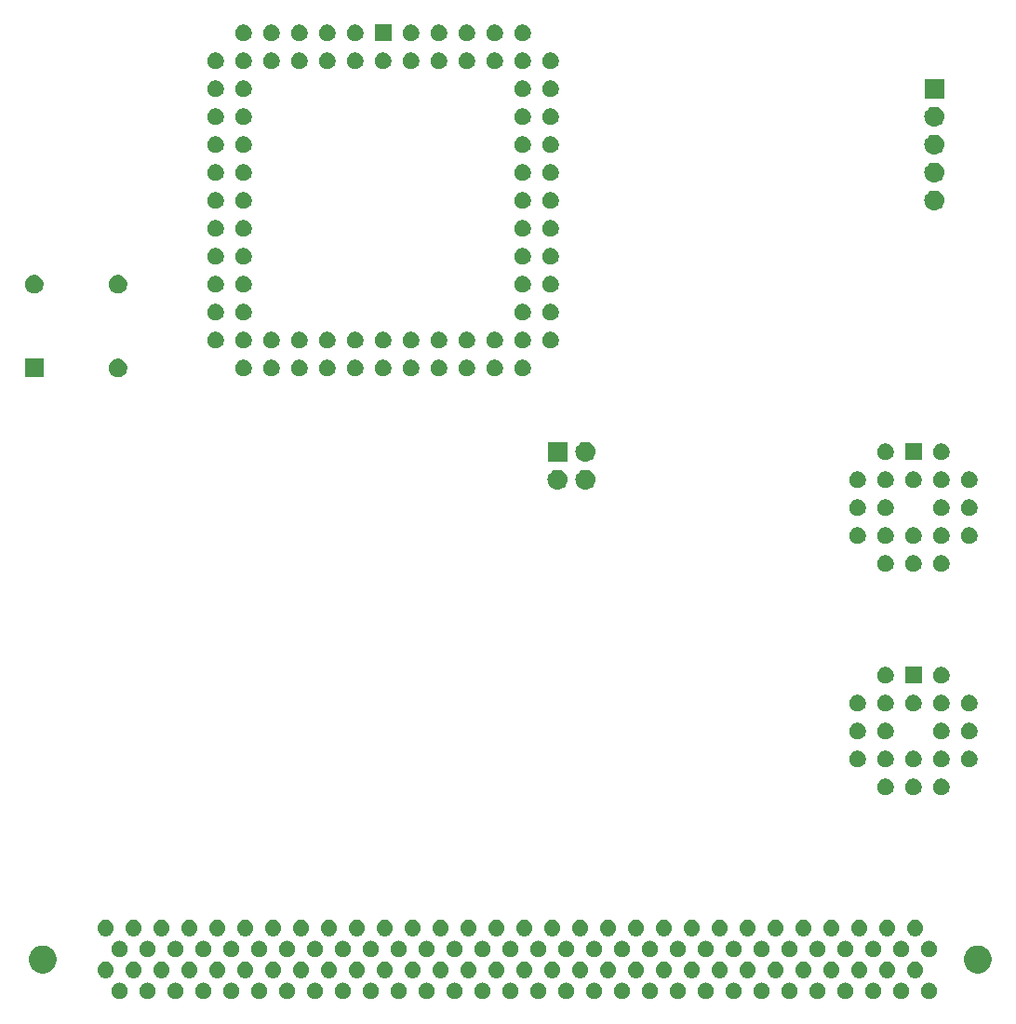
<source format=gbr>
G04 #@! TF.GenerationSoftware,KiCad,Pcbnew,(5.1.4)-1*
G04 #@! TF.CreationDate,2019-10-15T12:33:24-06:00*
G04 #@! TF.ProjectId,Minisys 186 CPU,4d696e69-7379-4732-9031-383620435055,rev?*
G04 #@! TF.SameCoordinates,Original*
G04 #@! TF.FileFunction,Soldermask,Bot*
G04 #@! TF.FilePolarity,Negative*
%FSLAX46Y46*%
G04 Gerber Fmt 4.6, Leading zero omitted, Abs format (unit mm)*
G04 Created by KiCad (PCBNEW (5.1.4)-1) date 2019-10-15 12:33:24*
%MOMM*%
%LPD*%
G04 APERTURE LIST*
%ADD10C,0.100000*%
G04 APERTURE END LIST*
D10*
G36*
X108194425Y-117491599D02*
G01*
X108318621Y-117516302D01*
X108455022Y-117572801D01*
X108577779Y-117654825D01*
X108682175Y-117759221D01*
X108764199Y-117881978D01*
X108820698Y-118018379D01*
X108849500Y-118163181D01*
X108849500Y-118310819D01*
X108820698Y-118455621D01*
X108764199Y-118592022D01*
X108682175Y-118714779D01*
X108577779Y-118819175D01*
X108455022Y-118901199D01*
X108318621Y-118957698D01*
X108194425Y-118982401D01*
X108173820Y-118986500D01*
X108026180Y-118986500D01*
X108005575Y-118982401D01*
X107881379Y-118957698D01*
X107744978Y-118901199D01*
X107622221Y-118819175D01*
X107517825Y-118714779D01*
X107435801Y-118592022D01*
X107379302Y-118455621D01*
X107350500Y-118310819D01*
X107350500Y-118163181D01*
X107379302Y-118018379D01*
X107435801Y-117881978D01*
X107517825Y-117759221D01*
X107622221Y-117654825D01*
X107744978Y-117572801D01*
X107881379Y-117516302D01*
X108005575Y-117491599D01*
X108026180Y-117487500D01*
X108173820Y-117487500D01*
X108194425Y-117491599D01*
X108194425Y-117491599D01*
G37*
G36*
X70094425Y-117491599D02*
G01*
X70218621Y-117516302D01*
X70355022Y-117572801D01*
X70477779Y-117654825D01*
X70582175Y-117759221D01*
X70664199Y-117881978D01*
X70720698Y-118018379D01*
X70749500Y-118163181D01*
X70749500Y-118310819D01*
X70720698Y-118455621D01*
X70664199Y-118592022D01*
X70582175Y-118714779D01*
X70477779Y-118819175D01*
X70355022Y-118901199D01*
X70218621Y-118957698D01*
X70094425Y-118982401D01*
X70073820Y-118986500D01*
X69926180Y-118986500D01*
X69905575Y-118982401D01*
X69781379Y-118957698D01*
X69644978Y-118901199D01*
X69522221Y-118819175D01*
X69417825Y-118714779D01*
X69335801Y-118592022D01*
X69279302Y-118455621D01*
X69250500Y-118310819D01*
X69250500Y-118163181D01*
X69279302Y-118018379D01*
X69335801Y-117881978D01*
X69417825Y-117759221D01*
X69522221Y-117654825D01*
X69644978Y-117572801D01*
X69781379Y-117516302D01*
X69905575Y-117491599D01*
X69926180Y-117487500D01*
X70073820Y-117487500D01*
X70094425Y-117491599D01*
X70094425Y-117491599D01*
G37*
G36*
X34534425Y-117491599D02*
G01*
X34658621Y-117516302D01*
X34795022Y-117572801D01*
X34917779Y-117654825D01*
X35022175Y-117759221D01*
X35104199Y-117881978D01*
X35160698Y-118018379D01*
X35189500Y-118163181D01*
X35189500Y-118310819D01*
X35160698Y-118455621D01*
X35104199Y-118592022D01*
X35022175Y-118714779D01*
X34917779Y-118819175D01*
X34795022Y-118901199D01*
X34658621Y-118957698D01*
X34534425Y-118982401D01*
X34513820Y-118986500D01*
X34366180Y-118986500D01*
X34345575Y-118982401D01*
X34221379Y-118957698D01*
X34084978Y-118901199D01*
X33962221Y-118819175D01*
X33857825Y-118714779D01*
X33775801Y-118592022D01*
X33719302Y-118455621D01*
X33690500Y-118310819D01*
X33690500Y-118163181D01*
X33719302Y-118018379D01*
X33775801Y-117881978D01*
X33857825Y-117759221D01*
X33962221Y-117654825D01*
X34084978Y-117572801D01*
X34221379Y-117516302D01*
X34345575Y-117491599D01*
X34366180Y-117487500D01*
X34513820Y-117487500D01*
X34534425Y-117491599D01*
X34534425Y-117491599D01*
G37*
G36*
X37074425Y-117491599D02*
G01*
X37198621Y-117516302D01*
X37335022Y-117572801D01*
X37457779Y-117654825D01*
X37562175Y-117759221D01*
X37644199Y-117881978D01*
X37700698Y-118018379D01*
X37729500Y-118163181D01*
X37729500Y-118310819D01*
X37700698Y-118455621D01*
X37644199Y-118592022D01*
X37562175Y-118714779D01*
X37457779Y-118819175D01*
X37335022Y-118901199D01*
X37198621Y-118957698D01*
X37074425Y-118982401D01*
X37053820Y-118986500D01*
X36906180Y-118986500D01*
X36885575Y-118982401D01*
X36761379Y-118957698D01*
X36624978Y-118901199D01*
X36502221Y-118819175D01*
X36397825Y-118714779D01*
X36315801Y-118592022D01*
X36259302Y-118455621D01*
X36230500Y-118310819D01*
X36230500Y-118163181D01*
X36259302Y-118018379D01*
X36315801Y-117881978D01*
X36397825Y-117759221D01*
X36502221Y-117654825D01*
X36624978Y-117572801D01*
X36761379Y-117516302D01*
X36885575Y-117491599D01*
X36906180Y-117487500D01*
X37053820Y-117487500D01*
X37074425Y-117491599D01*
X37074425Y-117491599D01*
G37*
G36*
X39614425Y-117491599D02*
G01*
X39738621Y-117516302D01*
X39875022Y-117572801D01*
X39997779Y-117654825D01*
X40102175Y-117759221D01*
X40184199Y-117881978D01*
X40240698Y-118018379D01*
X40269500Y-118163181D01*
X40269500Y-118310819D01*
X40240698Y-118455621D01*
X40184199Y-118592022D01*
X40102175Y-118714779D01*
X39997779Y-118819175D01*
X39875022Y-118901199D01*
X39738621Y-118957698D01*
X39614425Y-118982401D01*
X39593820Y-118986500D01*
X39446180Y-118986500D01*
X39425575Y-118982401D01*
X39301379Y-118957698D01*
X39164978Y-118901199D01*
X39042221Y-118819175D01*
X38937825Y-118714779D01*
X38855801Y-118592022D01*
X38799302Y-118455621D01*
X38770500Y-118310819D01*
X38770500Y-118163181D01*
X38799302Y-118018379D01*
X38855801Y-117881978D01*
X38937825Y-117759221D01*
X39042221Y-117654825D01*
X39164978Y-117572801D01*
X39301379Y-117516302D01*
X39425575Y-117491599D01*
X39446180Y-117487500D01*
X39593820Y-117487500D01*
X39614425Y-117491599D01*
X39614425Y-117491599D01*
G37*
G36*
X42154425Y-117491599D02*
G01*
X42278621Y-117516302D01*
X42415022Y-117572801D01*
X42537779Y-117654825D01*
X42642175Y-117759221D01*
X42724199Y-117881978D01*
X42780698Y-118018379D01*
X42809500Y-118163181D01*
X42809500Y-118310819D01*
X42780698Y-118455621D01*
X42724199Y-118592022D01*
X42642175Y-118714779D01*
X42537779Y-118819175D01*
X42415022Y-118901199D01*
X42278621Y-118957698D01*
X42154425Y-118982401D01*
X42133820Y-118986500D01*
X41986180Y-118986500D01*
X41965575Y-118982401D01*
X41841379Y-118957698D01*
X41704978Y-118901199D01*
X41582221Y-118819175D01*
X41477825Y-118714779D01*
X41395801Y-118592022D01*
X41339302Y-118455621D01*
X41310500Y-118310819D01*
X41310500Y-118163181D01*
X41339302Y-118018379D01*
X41395801Y-117881978D01*
X41477825Y-117759221D01*
X41582221Y-117654825D01*
X41704978Y-117572801D01*
X41841379Y-117516302D01*
X41965575Y-117491599D01*
X41986180Y-117487500D01*
X42133820Y-117487500D01*
X42154425Y-117491599D01*
X42154425Y-117491599D01*
G37*
G36*
X44694425Y-117491599D02*
G01*
X44818621Y-117516302D01*
X44955022Y-117572801D01*
X45077779Y-117654825D01*
X45182175Y-117759221D01*
X45264199Y-117881978D01*
X45320698Y-118018379D01*
X45349500Y-118163181D01*
X45349500Y-118310819D01*
X45320698Y-118455621D01*
X45264199Y-118592022D01*
X45182175Y-118714779D01*
X45077779Y-118819175D01*
X44955022Y-118901199D01*
X44818621Y-118957698D01*
X44694425Y-118982401D01*
X44673820Y-118986500D01*
X44526180Y-118986500D01*
X44505575Y-118982401D01*
X44381379Y-118957698D01*
X44244978Y-118901199D01*
X44122221Y-118819175D01*
X44017825Y-118714779D01*
X43935801Y-118592022D01*
X43879302Y-118455621D01*
X43850500Y-118310819D01*
X43850500Y-118163181D01*
X43879302Y-118018379D01*
X43935801Y-117881978D01*
X44017825Y-117759221D01*
X44122221Y-117654825D01*
X44244978Y-117572801D01*
X44381379Y-117516302D01*
X44505575Y-117491599D01*
X44526180Y-117487500D01*
X44673820Y-117487500D01*
X44694425Y-117491599D01*
X44694425Y-117491599D01*
G37*
G36*
X47234425Y-117491599D02*
G01*
X47358621Y-117516302D01*
X47495022Y-117572801D01*
X47617779Y-117654825D01*
X47722175Y-117759221D01*
X47804199Y-117881978D01*
X47860698Y-118018379D01*
X47889500Y-118163181D01*
X47889500Y-118310819D01*
X47860698Y-118455621D01*
X47804199Y-118592022D01*
X47722175Y-118714779D01*
X47617779Y-118819175D01*
X47495022Y-118901199D01*
X47358621Y-118957698D01*
X47234425Y-118982401D01*
X47213820Y-118986500D01*
X47066180Y-118986500D01*
X47045575Y-118982401D01*
X46921379Y-118957698D01*
X46784978Y-118901199D01*
X46662221Y-118819175D01*
X46557825Y-118714779D01*
X46475801Y-118592022D01*
X46419302Y-118455621D01*
X46390500Y-118310819D01*
X46390500Y-118163181D01*
X46419302Y-118018379D01*
X46475801Y-117881978D01*
X46557825Y-117759221D01*
X46662221Y-117654825D01*
X46784978Y-117572801D01*
X46921379Y-117516302D01*
X47045575Y-117491599D01*
X47066180Y-117487500D01*
X47213820Y-117487500D01*
X47234425Y-117491599D01*
X47234425Y-117491599D01*
G37*
G36*
X49774425Y-117491599D02*
G01*
X49898621Y-117516302D01*
X50035022Y-117572801D01*
X50157779Y-117654825D01*
X50262175Y-117759221D01*
X50344199Y-117881978D01*
X50400698Y-118018379D01*
X50429500Y-118163181D01*
X50429500Y-118310819D01*
X50400698Y-118455621D01*
X50344199Y-118592022D01*
X50262175Y-118714779D01*
X50157779Y-118819175D01*
X50035022Y-118901199D01*
X49898621Y-118957698D01*
X49774425Y-118982401D01*
X49753820Y-118986500D01*
X49606180Y-118986500D01*
X49585575Y-118982401D01*
X49461379Y-118957698D01*
X49324978Y-118901199D01*
X49202221Y-118819175D01*
X49097825Y-118714779D01*
X49015801Y-118592022D01*
X48959302Y-118455621D01*
X48930500Y-118310819D01*
X48930500Y-118163181D01*
X48959302Y-118018379D01*
X49015801Y-117881978D01*
X49097825Y-117759221D01*
X49202221Y-117654825D01*
X49324978Y-117572801D01*
X49461379Y-117516302D01*
X49585575Y-117491599D01*
X49606180Y-117487500D01*
X49753820Y-117487500D01*
X49774425Y-117491599D01*
X49774425Y-117491599D01*
G37*
G36*
X52314425Y-117491599D02*
G01*
X52438621Y-117516302D01*
X52575022Y-117572801D01*
X52697779Y-117654825D01*
X52802175Y-117759221D01*
X52884199Y-117881978D01*
X52940698Y-118018379D01*
X52969500Y-118163181D01*
X52969500Y-118310819D01*
X52940698Y-118455621D01*
X52884199Y-118592022D01*
X52802175Y-118714779D01*
X52697779Y-118819175D01*
X52575022Y-118901199D01*
X52438621Y-118957698D01*
X52314425Y-118982401D01*
X52293820Y-118986500D01*
X52146180Y-118986500D01*
X52125575Y-118982401D01*
X52001379Y-118957698D01*
X51864978Y-118901199D01*
X51742221Y-118819175D01*
X51637825Y-118714779D01*
X51555801Y-118592022D01*
X51499302Y-118455621D01*
X51470500Y-118310819D01*
X51470500Y-118163181D01*
X51499302Y-118018379D01*
X51555801Y-117881978D01*
X51637825Y-117759221D01*
X51742221Y-117654825D01*
X51864978Y-117572801D01*
X52001379Y-117516302D01*
X52125575Y-117491599D01*
X52146180Y-117487500D01*
X52293820Y-117487500D01*
X52314425Y-117491599D01*
X52314425Y-117491599D01*
G37*
G36*
X54854425Y-117491599D02*
G01*
X54978621Y-117516302D01*
X55115022Y-117572801D01*
X55237779Y-117654825D01*
X55342175Y-117759221D01*
X55424199Y-117881978D01*
X55480698Y-118018379D01*
X55509500Y-118163181D01*
X55509500Y-118310819D01*
X55480698Y-118455621D01*
X55424199Y-118592022D01*
X55342175Y-118714779D01*
X55237779Y-118819175D01*
X55115022Y-118901199D01*
X54978621Y-118957698D01*
X54854425Y-118982401D01*
X54833820Y-118986500D01*
X54686180Y-118986500D01*
X54665575Y-118982401D01*
X54541379Y-118957698D01*
X54404978Y-118901199D01*
X54282221Y-118819175D01*
X54177825Y-118714779D01*
X54095801Y-118592022D01*
X54039302Y-118455621D01*
X54010500Y-118310819D01*
X54010500Y-118163181D01*
X54039302Y-118018379D01*
X54095801Y-117881978D01*
X54177825Y-117759221D01*
X54282221Y-117654825D01*
X54404978Y-117572801D01*
X54541379Y-117516302D01*
X54665575Y-117491599D01*
X54686180Y-117487500D01*
X54833820Y-117487500D01*
X54854425Y-117491599D01*
X54854425Y-117491599D01*
G37*
G36*
X57394425Y-117491599D02*
G01*
X57518621Y-117516302D01*
X57655022Y-117572801D01*
X57777779Y-117654825D01*
X57882175Y-117759221D01*
X57964199Y-117881978D01*
X58020698Y-118018379D01*
X58049500Y-118163181D01*
X58049500Y-118310819D01*
X58020698Y-118455621D01*
X57964199Y-118592022D01*
X57882175Y-118714779D01*
X57777779Y-118819175D01*
X57655022Y-118901199D01*
X57518621Y-118957698D01*
X57394425Y-118982401D01*
X57373820Y-118986500D01*
X57226180Y-118986500D01*
X57205575Y-118982401D01*
X57081379Y-118957698D01*
X56944978Y-118901199D01*
X56822221Y-118819175D01*
X56717825Y-118714779D01*
X56635801Y-118592022D01*
X56579302Y-118455621D01*
X56550500Y-118310819D01*
X56550500Y-118163181D01*
X56579302Y-118018379D01*
X56635801Y-117881978D01*
X56717825Y-117759221D01*
X56822221Y-117654825D01*
X56944978Y-117572801D01*
X57081379Y-117516302D01*
X57205575Y-117491599D01*
X57226180Y-117487500D01*
X57373820Y-117487500D01*
X57394425Y-117491599D01*
X57394425Y-117491599D01*
G37*
G36*
X59934425Y-117491599D02*
G01*
X60058621Y-117516302D01*
X60195022Y-117572801D01*
X60317779Y-117654825D01*
X60422175Y-117759221D01*
X60504199Y-117881978D01*
X60560698Y-118018379D01*
X60589500Y-118163181D01*
X60589500Y-118310819D01*
X60560698Y-118455621D01*
X60504199Y-118592022D01*
X60422175Y-118714779D01*
X60317779Y-118819175D01*
X60195022Y-118901199D01*
X60058621Y-118957698D01*
X59934425Y-118982401D01*
X59913820Y-118986500D01*
X59766180Y-118986500D01*
X59745575Y-118982401D01*
X59621379Y-118957698D01*
X59484978Y-118901199D01*
X59362221Y-118819175D01*
X59257825Y-118714779D01*
X59175801Y-118592022D01*
X59119302Y-118455621D01*
X59090500Y-118310819D01*
X59090500Y-118163181D01*
X59119302Y-118018379D01*
X59175801Y-117881978D01*
X59257825Y-117759221D01*
X59362221Y-117654825D01*
X59484978Y-117572801D01*
X59621379Y-117516302D01*
X59745575Y-117491599D01*
X59766180Y-117487500D01*
X59913820Y-117487500D01*
X59934425Y-117491599D01*
X59934425Y-117491599D01*
G37*
G36*
X62474425Y-117491599D02*
G01*
X62598621Y-117516302D01*
X62735022Y-117572801D01*
X62857779Y-117654825D01*
X62962175Y-117759221D01*
X63044199Y-117881978D01*
X63100698Y-118018379D01*
X63129500Y-118163181D01*
X63129500Y-118310819D01*
X63100698Y-118455621D01*
X63044199Y-118592022D01*
X62962175Y-118714779D01*
X62857779Y-118819175D01*
X62735022Y-118901199D01*
X62598621Y-118957698D01*
X62474425Y-118982401D01*
X62453820Y-118986500D01*
X62306180Y-118986500D01*
X62285575Y-118982401D01*
X62161379Y-118957698D01*
X62024978Y-118901199D01*
X61902221Y-118819175D01*
X61797825Y-118714779D01*
X61715801Y-118592022D01*
X61659302Y-118455621D01*
X61630500Y-118310819D01*
X61630500Y-118163181D01*
X61659302Y-118018379D01*
X61715801Y-117881978D01*
X61797825Y-117759221D01*
X61902221Y-117654825D01*
X62024978Y-117572801D01*
X62161379Y-117516302D01*
X62285575Y-117491599D01*
X62306180Y-117487500D01*
X62453820Y-117487500D01*
X62474425Y-117491599D01*
X62474425Y-117491599D01*
G37*
G36*
X65014425Y-117491599D02*
G01*
X65138621Y-117516302D01*
X65275022Y-117572801D01*
X65397779Y-117654825D01*
X65502175Y-117759221D01*
X65584199Y-117881978D01*
X65640698Y-118018379D01*
X65669500Y-118163181D01*
X65669500Y-118310819D01*
X65640698Y-118455621D01*
X65584199Y-118592022D01*
X65502175Y-118714779D01*
X65397779Y-118819175D01*
X65275022Y-118901199D01*
X65138621Y-118957698D01*
X65014425Y-118982401D01*
X64993820Y-118986500D01*
X64846180Y-118986500D01*
X64825575Y-118982401D01*
X64701379Y-118957698D01*
X64564978Y-118901199D01*
X64442221Y-118819175D01*
X64337825Y-118714779D01*
X64255801Y-118592022D01*
X64199302Y-118455621D01*
X64170500Y-118310819D01*
X64170500Y-118163181D01*
X64199302Y-118018379D01*
X64255801Y-117881978D01*
X64337825Y-117759221D01*
X64442221Y-117654825D01*
X64564978Y-117572801D01*
X64701379Y-117516302D01*
X64825575Y-117491599D01*
X64846180Y-117487500D01*
X64993820Y-117487500D01*
X65014425Y-117491599D01*
X65014425Y-117491599D01*
G37*
G36*
X67554425Y-117491599D02*
G01*
X67678621Y-117516302D01*
X67815022Y-117572801D01*
X67937779Y-117654825D01*
X68042175Y-117759221D01*
X68124199Y-117881978D01*
X68180698Y-118018379D01*
X68209500Y-118163181D01*
X68209500Y-118310819D01*
X68180698Y-118455621D01*
X68124199Y-118592022D01*
X68042175Y-118714779D01*
X67937779Y-118819175D01*
X67815022Y-118901199D01*
X67678621Y-118957698D01*
X67554425Y-118982401D01*
X67533820Y-118986500D01*
X67386180Y-118986500D01*
X67365575Y-118982401D01*
X67241379Y-118957698D01*
X67104978Y-118901199D01*
X66982221Y-118819175D01*
X66877825Y-118714779D01*
X66795801Y-118592022D01*
X66739302Y-118455621D01*
X66710500Y-118310819D01*
X66710500Y-118163181D01*
X66739302Y-118018379D01*
X66795801Y-117881978D01*
X66877825Y-117759221D01*
X66982221Y-117654825D01*
X67104978Y-117572801D01*
X67241379Y-117516302D01*
X67365575Y-117491599D01*
X67386180Y-117487500D01*
X67533820Y-117487500D01*
X67554425Y-117491599D01*
X67554425Y-117491599D01*
G37*
G36*
X75174425Y-117491599D02*
G01*
X75298621Y-117516302D01*
X75435022Y-117572801D01*
X75557779Y-117654825D01*
X75662175Y-117759221D01*
X75744199Y-117881978D01*
X75800698Y-118018379D01*
X75829500Y-118163181D01*
X75829500Y-118310819D01*
X75800698Y-118455621D01*
X75744199Y-118592022D01*
X75662175Y-118714779D01*
X75557779Y-118819175D01*
X75435022Y-118901199D01*
X75298621Y-118957698D01*
X75174425Y-118982401D01*
X75153820Y-118986500D01*
X75006180Y-118986500D01*
X74985575Y-118982401D01*
X74861379Y-118957698D01*
X74724978Y-118901199D01*
X74602221Y-118819175D01*
X74497825Y-118714779D01*
X74415801Y-118592022D01*
X74359302Y-118455621D01*
X74330500Y-118310819D01*
X74330500Y-118163181D01*
X74359302Y-118018379D01*
X74415801Y-117881978D01*
X74497825Y-117759221D01*
X74602221Y-117654825D01*
X74724978Y-117572801D01*
X74861379Y-117516302D01*
X74985575Y-117491599D01*
X75006180Y-117487500D01*
X75153820Y-117487500D01*
X75174425Y-117491599D01*
X75174425Y-117491599D01*
G37*
G36*
X72634425Y-117491599D02*
G01*
X72758621Y-117516302D01*
X72895022Y-117572801D01*
X73017779Y-117654825D01*
X73122175Y-117759221D01*
X73204199Y-117881978D01*
X73260698Y-118018379D01*
X73289500Y-118163181D01*
X73289500Y-118310819D01*
X73260698Y-118455621D01*
X73204199Y-118592022D01*
X73122175Y-118714779D01*
X73017779Y-118819175D01*
X72895022Y-118901199D01*
X72758621Y-118957698D01*
X72634425Y-118982401D01*
X72613820Y-118986500D01*
X72466180Y-118986500D01*
X72445575Y-118982401D01*
X72321379Y-118957698D01*
X72184978Y-118901199D01*
X72062221Y-118819175D01*
X71957825Y-118714779D01*
X71875801Y-118592022D01*
X71819302Y-118455621D01*
X71790500Y-118310819D01*
X71790500Y-118163181D01*
X71819302Y-118018379D01*
X71875801Y-117881978D01*
X71957825Y-117759221D01*
X72062221Y-117654825D01*
X72184978Y-117572801D01*
X72321379Y-117516302D01*
X72445575Y-117491599D01*
X72466180Y-117487500D01*
X72613820Y-117487500D01*
X72634425Y-117491599D01*
X72634425Y-117491599D01*
G37*
G36*
X105654425Y-117491599D02*
G01*
X105778621Y-117516302D01*
X105915022Y-117572801D01*
X106037779Y-117654825D01*
X106142175Y-117759221D01*
X106224199Y-117881978D01*
X106280698Y-118018379D01*
X106309500Y-118163181D01*
X106309500Y-118310819D01*
X106280698Y-118455621D01*
X106224199Y-118592022D01*
X106142175Y-118714779D01*
X106037779Y-118819175D01*
X105915022Y-118901199D01*
X105778621Y-118957698D01*
X105654425Y-118982401D01*
X105633820Y-118986500D01*
X105486180Y-118986500D01*
X105465575Y-118982401D01*
X105341379Y-118957698D01*
X105204978Y-118901199D01*
X105082221Y-118819175D01*
X104977825Y-118714779D01*
X104895801Y-118592022D01*
X104839302Y-118455621D01*
X104810500Y-118310819D01*
X104810500Y-118163181D01*
X104839302Y-118018379D01*
X104895801Y-117881978D01*
X104977825Y-117759221D01*
X105082221Y-117654825D01*
X105204978Y-117572801D01*
X105341379Y-117516302D01*
X105465575Y-117491599D01*
X105486180Y-117487500D01*
X105633820Y-117487500D01*
X105654425Y-117491599D01*
X105654425Y-117491599D01*
G37*
G36*
X103114425Y-117491599D02*
G01*
X103238621Y-117516302D01*
X103375022Y-117572801D01*
X103497779Y-117654825D01*
X103602175Y-117759221D01*
X103684199Y-117881978D01*
X103740698Y-118018379D01*
X103769500Y-118163181D01*
X103769500Y-118310819D01*
X103740698Y-118455621D01*
X103684199Y-118592022D01*
X103602175Y-118714779D01*
X103497779Y-118819175D01*
X103375022Y-118901199D01*
X103238621Y-118957698D01*
X103114425Y-118982401D01*
X103093820Y-118986500D01*
X102946180Y-118986500D01*
X102925575Y-118982401D01*
X102801379Y-118957698D01*
X102664978Y-118901199D01*
X102542221Y-118819175D01*
X102437825Y-118714779D01*
X102355801Y-118592022D01*
X102299302Y-118455621D01*
X102270500Y-118310819D01*
X102270500Y-118163181D01*
X102299302Y-118018379D01*
X102355801Y-117881978D01*
X102437825Y-117759221D01*
X102542221Y-117654825D01*
X102664978Y-117572801D01*
X102801379Y-117516302D01*
X102925575Y-117491599D01*
X102946180Y-117487500D01*
X103093820Y-117487500D01*
X103114425Y-117491599D01*
X103114425Y-117491599D01*
G37*
G36*
X100574425Y-117491599D02*
G01*
X100698621Y-117516302D01*
X100835022Y-117572801D01*
X100957779Y-117654825D01*
X101062175Y-117759221D01*
X101144199Y-117881978D01*
X101200698Y-118018379D01*
X101229500Y-118163181D01*
X101229500Y-118310819D01*
X101200698Y-118455621D01*
X101144199Y-118592022D01*
X101062175Y-118714779D01*
X100957779Y-118819175D01*
X100835022Y-118901199D01*
X100698621Y-118957698D01*
X100574425Y-118982401D01*
X100553820Y-118986500D01*
X100406180Y-118986500D01*
X100385575Y-118982401D01*
X100261379Y-118957698D01*
X100124978Y-118901199D01*
X100002221Y-118819175D01*
X99897825Y-118714779D01*
X99815801Y-118592022D01*
X99759302Y-118455621D01*
X99730500Y-118310819D01*
X99730500Y-118163181D01*
X99759302Y-118018379D01*
X99815801Y-117881978D01*
X99897825Y-117759221D01*
X100002221Y-117654825D01*
X100124978Y-117572801D01*
X100261379Y-117516302D01*
X100385575Y-117491599D01*
X100406180Y-117487500D01*
X100553820Y-117487500D01*
X100574425Y-117491599D01*
X100574425Y-117491599D01*
G37*
G36*
X98034425Y-117491599D02*
G01*
X98158621Y-117516302D01*
X98295022Y-117572801D01*
X98417779Y-117654825D01*
X98522175Y-117759221D01*
X98604199Y-117881978D01*
X98660698Y-118018379D01*
X98689500Y-118163181D01*
X98689500Y-118310819D01*
X98660698Y-118455621D01*
X98604199Y-118592022D01*
X98522175Y-118714779D01*
X98417779Y-118819175D01*
X98295022Y-118901199D01*
X98158621Y-118957698D01*
X98034425Y-118982401D01*
X98013820Y-118986500D01*
X97866180Y-118986500D01*
X97845575Y-118982401D01*
X97721379Y-118957698D01*
X97584978Y-118901199D01*
X97462221Y-118819175D01*
X97357825Y-118714779D01*
X97275801Y-118592022D01*
X97219302Y-118455621D01*
X97190500Y-118310819D01*
X97190500Y-118163181D01*
X97219302Y-118018379D01*
X97275801Y-117881978D01*
X97357825Y-117759221D01*
X97462221Y-117654825D01*
X97584978Y-117572801D01*
X97721379Y-117516302D01*
X97845575Y-117491599D01*
X97866180Y-117487500D01*
X98013820Y-117487500D01*
X98034425Y-117491599D01*
X98034425Y-117491599D01*
G37*
G36*
X95494425Y-117491599D02*
G01*
X95618621Y-117516302D01*
X95755022Y-117572801D01*
X95877779Y-117654825D01*
X95982175Y-117759221D01*
X96064199Y-117881978D01*
X96120698Y-118018379D01*
X96149500Y-118163181D01*
X96149500Y-118310819D01*
X96120698Y-118455621D01*
X96064199Y-118592022D01*
X95982175Y-118714779D01*
X95877779Y-118819175D01*
X95755022Y-118901199D01*
X95618621Y-118957698D01*
X95494425Y-118982401D01*
X95473820Y-118986500D01*
X95326180Y-118986500D01*
X95305575Y-118982401D01*
X95181379Y-118957698D01*
X95044978Y-118901199D01*
X94922221Y-118819175D01*
X94817825Y-118714779D01*
X94735801Y-118592022D01*
X94679302Y-118455621D01*
X94650500Y-118310819D01*
X94650500Y-118163181D01*
X94679302Y-118018379D01*
X94735801Y-117881978D01*
X94817825Y-117759221D01*
X94922221Y-117654825D01*
X95044978Y-117572801D01*
X95181379Y-117516302D01*
X95305575Y-117491599D01*
X95326180Y-117487500D01*
X95473820Y-117487500D01*
X95494425Y-117491599D01*
X95494425Y-117491599D01*
G37*
G36*
X92954425Y-117491599D02*
G01*
X93078621Y-117516302D01*
X93215022Y-117572801D01*
X93337779Y-117654825D01*
X93442175Y-117759221D01*
X93524199Y-117881978D01*
X93580698Y-118018379D01*
X93609500Y-118163181D01*
X93609500Y-118310819D01*
X93580698Y-118455621D01*
X93524199Y-118592022D01*
X93442175Y-118714779D01*
X93337779Y-118819175D01*
X93215022Y-118901199D01*
X93078621Y-118957698D01*
X92954425Y-118982401D01*
X92933820Y-118986500D01*
X92786180Y-118986500D01*
X92765575Y-118982401D01*
X92641379Y-118957698D01*
X92504978Y-118901199D01*
X92382221Y-118819175D01*
X92277825Y-118714779D01*
X92195801Y-118592022D01*
X92139302Y-118455621D01*
X92110500Y-118310819D01*
X92110500Y-118163181D01*
X92139302Y-118018379D01*
X92195801Y-117881978D01*
X92277825Y-117759221D01*
X92382221Y-117654825D01*
X92504978Y-117572801D01*
X92641379Y-117516302D01*
X92765575Y-117491599D01*
X92786180Y-117487500D01*
X92933820Y-117487500D01*
X92954425Y-117491599D01*
X92954425Y-117491599D01*
G37*
G36*
X90414425Y-117491599D02*
G01*
X90538621Y-117516302D01*
X90675022Y-117572801D01*
X90797779Y-117654825D01*
X90902175Y-117759221D01*
X90984199Y-117881978D01*
X91040698Y-118018379D01*
X91069500Y-118163181D01*
X91069500Y-118310819D01*
X91040698Y-118455621D01*
X90984199Y-118592022D01*
X90902175Y-118714779D01*
X90797779Y-118819175D01*
X90675022Y-118901199D01*
X90538621Y-118957698D01*
X90414425Y-118982401D01*
X90393820Y-118986500D01*
X90246180Y-118986500D01*
X90225575Y-118982401D01*
X90101379Y-118957698D01*
X89964978Y-118901199D01*
X89842221Y-118819175D01*
X89737825Y-118714779D01*
X89655801Y-118592022D01*
X89599302Y-118455621D01*
X89570500Y-118310819D01*
X89570500Y-118163181D01*
X89599302Y-118018379D01*
X89655801Y-117881978D01*
X89737825Y-117759221D01*
X89842221Y-117654825D01*
X89964978Y-117572801D01*
X90101379Y-117516302D01*
X90225575Y-117491599D01*
X90246180Y-117487500D01*
X90393820Y-117487500D01*
X90414425Y-117491599D01*
X90414425Y-117491599D01*
G37*
G36*
X87874425Y-117491599D02*
G01*
X87998621Y-117516302D01*
X88135022Y-117572801D01*
X88257779Y-117654825D01*
X88362175Y-117759221D01*
X88444199Y-117881978D01*
X88500698Y-118018379D01*
X88529500Y-118163181D01*
X88529500Y-118310819D01*
X88500698Y-118455621D01*
X88444199Y-118592022D01*
X88362175Y-118714779D01*
X88257779Y-118819175D01*
X88135022Y-118901199D01*
X87998621Y-118957698D01*
X87874425Y-118982401D01*
X87853820Y-118986500D01*
X87706180Y-118986500D01*
X87685575Y-118982401D01*
X87561379Y-118957698D01*
X87424978Y-118901199D01*
X87302221Y-118819175D01*
X87197825Y-118714779D01*
X87115801Y-118592022D01*
X87059302Y-118455621D01*
X87030500Y-118310819D01*
X87030500Y-118163181D01*
X87059302Y-118018379D01*
X87115801Y-117881978D01*
X87197825Y-117759221D01*
X87302221Y-117654825D01*
X87424978Y-117572801D01*
X87561379Y-117516302D01*
X87685575Y-117491599D01*
X87706180Y-117487500D01*
X87853820Y-117487500D01*
X87874425Y-117491599D01*
X87874425Y-117491599D01*
G37*
G36*
X85334425Y-117491599D02*
G01*
X85458621Y-117516302D01*
X85595022Y-117572801D01*
X85717779Y-117654825D01*
X85822175Y-117759221D01*
X85904199Y-117881978D01*
X85960698Y-118018379D01*
X85989500Y-118163181D01*
X85989500Y-118310819D01*
X85960698Y-118455621D01*
X85904199Y-118592022D01*
X85822175Y-118714779D01*
X85717779Y-118819175D01*
X85595022Y-118901199D01*
X85458621Y-118957698D01*
X85334425Y-118982401D01*
X85313820Y-118986500D01*
X85166180Y-118986500D01*
X85145575Y-118982401D01*
X85021379Y-118957698D01*
X84884978Y-118901199D01*
X84762221Y-118819175D01*
X84657825Y-118714779D01*
X84575801Y-118592022D01*
X84519302Y-118455621D01*
X84490500Y-118310819D01*
X84490500Y-118163181D01*
X84519302Y-118018379D01*
X84575801Y-117881978D01*
X84657825Y-117759221D01*
X84762221Y-117654825D01*
X84884978Y-117572801D01*
X85021379Y-117516302D01*
X85145575Y-117491599D01*
X85166180Y-117487500D01*
X85313820Y-117487500D01*
X85334425Y-117491599D01*
X85334425Y-117491599D01*
G37*
G36*
X82794425Y-117491599D02*
G01*
X82918621Y-117516302D01*
X83055022Y-117572801D01*
X83177779Y-117654825D01*
X83282175Y-117759221D01*
X83364199Y-117881978D01*
X83420698Y-118018379D01*
X83449500Y-118163181D01*
X83449500Y-118310819D01*
X83420698Y-118455621D01*
X83364199Y-118592022D01*
X83282175Y-118714779D01*
X83177779Y-118819175D01*
X83055022Y-118901199D01*
X82918621Y-118957698D01*
X82794425Y-118982401D01*
X82773820Y-118986500D01*
X82626180Y-118986500D01*
X82605575Y-118982401D01*
X82481379Y-118957698D01*
X82344978Y-118901199D01*
X82222221Y-118819175D01*
X82117825Y-118714779D01*
X82035801Y-118592022D01*
X81979302Y-118455621D01*
X81950500Y-118310819D01*
X81950500Y-118163181D01*
X81979302Y-118018379D01*
X82035801Y-117881978D01*
X82117825Y-117759221D01*
X82222221Y-117654825D01*
X82344978Y-117572801D01*
X82481379Y-117516302D01*
X82605575Y-117491599D01*
X82626180Y-117487500D01*
X82773820Y-117487500D01*
X82794425Y-117491599D01*
X82794425Y-117491599D01*
G37*
G36*
X80254425Y-117491599D02*
G01*
X80378621Y-117516302D01*
X80515022Y-117572801D01*
X80637779Y-117654825D01*
X80742175Y-117759221D01*
X80824199Y-117881978D01*
X80880698Y-118018379D01*
X80909500Y-118163181D01*
X80909500Y-118310819D01*
X80880698Y-118455621D01*
X80824199Y-118592022D01*
X80742175Y-118714779D01*
X80637779Y-118819175D01*
X80515022Y-118901199D01*
X80378621Y-118957698D01*
X80254425Y-118982401D01*
X80233820Y-118986500D01*
X80086180Y-118986500D01*
X80065575Y-118982401D01*
X79941379Y-118957698D01*
X79804978Y-118901199D01*
X79682221Y-118819175D01*
X79577825Y-118714779D01*
X79495801Y-118592022D01*
X79439302Y-118455621D01*
X79410500Y-118310819D01*
X79410500Y-118163181D01*
X79439302Y-118018379D01*
X79495801Y-117881978D01*
X79577825Y-117759221D01*
X79682221Y-117654825D01*
X79804978Y-117572801D01*
X79941379Y-117516302D01*
X80065575Y-117491599D01*
X80086180Y-117487500D01*
X80233820Y-117487500D01*
X80254425Y-117491599D01*
X80254425Y-117491599D01*
G37*
G36*
X77714425Y-117491599D02*
G01*
X77838621Y-117516302D01*
X77975022Y-117572801D01*
X78097779Y-117654825D01*
X78202175Y-117759221D01*
X78284199Y-117881978D01*
X78340698Y-118018379D01*
X78369500Y-118163181D01*
X78369500Y-118310819D01*
X78340698Y-118455621D01*
X78284199Y-118592022D01*
X78202175Y-118714779D01*
X78097779Y-118819175D01*
X77975022Y-118901199D01*
X77838621Y-118957698D01*
X77714425Y-118982401D01*
X77693820Y-118986500D01*
X77546180Y-118986500D01*
X77525575Y-118982401D01*
X77401379Y-118957698D01*
X77264978Y-118901199D01*
X77142221Y-118819175D01*
X77037825Y-118714779D01*
X76955801Y-118592022D01*
X76899302Y-118455621D01*
X76870500Y-118310819D01*
X76870500Y-118163181D01*
X76899302Y-118018379D01*
X76955801Y-117881978D01*
X77037825Y-117759221D01*
X77142221Y-117654825D01*
X77264978Y-117572801D01*
X77401379Y-117516302D01*
X77525575Y-117491599D01*
X77546180Y-117487500D01*
X77693820Y-117487500D01*
X77714425Y-117491599D01*
X77714425Y-117491599D01*
G37*
G36*
X43424425Y-115586599D02*
G01*
X43548621Y-115611302D01*
X43685022Y-115667801D01*
X43807779Y-115749825D01*
X43912175Y-115854221D01*
X43994199Y-115976978D01*
X44050698Y-116113379D01*
X44079500Y-116258181D01*
X44079500Y-116405819D01*
X44050698Y-116550621D01*
X43994199Y-116687022D01*
X43912175Y-116809779D01*
X43807779Y-116914175D01*
X43685022Y-116996199D01*
X43548621Y-117052698D01*
X43424425Y-117077401D01*
X43403820Y-117081500D01*
X43256180Y-117081500D01*
X43235575Y-117077401D01*
X43111379Y-117052698D01*
X42974978Y-116996199D01*
X42852221Y-116914175D01*
X42747825Y-116809779D01*
X42665801Y-116687022D01*
X42609302Y-116550621D01*
X42580500Y-116405819D01*
X42580500Y-116258181D01*
X42609302Y-116113379D01*
X42665801Y-115976978D01*
X42747825Y-115854221D01*
X42852221Y-115749825D01*
X42974978Y-115667801D01*
X43111379Y-115611302D01*
X43235575Y-115586599D01*
X43256180Y-115582500D01*
X43403820Y-115582500D01*
X43424425Y-115586599D01*
X43424425Y-115586599D01*
G37*
G36*
X40884425Y-115586599D02*
G01*
X41008621Y-115611302D01*
X41145022Y-115667801D01*
X41267779Y-115749825D01*
X41372175Y-115854221D01*
X41454199Y-115976978D01*
X41510698Y-116113379D01*
X41539500Y-116258181D01*
X41539500Y-116405819D01*
X41510698Y-116550621D01*
X41454199Y-116687022D01*
X41372175Y-116809779D01*
X41267779Y-116914175D01*
X41145022Y-116996199D01*
X41008621Y-117052698D01*
X40884425Y-117077401D01*
X40863820Y-117081500D01*
X40716180Y-117081500D01*
X40695575Y-117077401D01*
X40571379Y-117052698D01*
X40434978Y-116996199D01*
X40312221Y-116914175D01*
X40207825Y-116809779D01*
X40125801Y-116687022D01*
X40069302Y-116550621D01*
X40040500Y-116405819D01*
X40040500Y-116258181D01*
X40069302Y-116113379D01*
X40125801Y-115976978D01*
X40207825Y-115854221D01*
X40312221Y-115749825D01*
X40434978Y-115667801D01*
X40571379Y-115611302D01*
X40695575Y-115586599D01*
X40716180Y-115582500D01*
X40863820Y-115582500D01*
X40884425Y-115586599D01*
X40884425Y-115586599D01*
G37*
G36*
X38344425Y-115586599D02*
G01*
X38468621Y-115611302D01*
X38605022Y-115667801D01*
X38727779Y-115749825D01*
X38832175Y-115854221D01*
X38914199Y-115976978D01*
X38970698Y-116113379D01*
X38999500Y-116258181D01*
X38999500Y-116405819D01*
X38970698Y-116550621D01*
X38914199Y-116687022D01*
X38832175Y-116809779D01*
X38727779Y-116914175D01*
X38605022Y-116996199D01*
X38468621Y-117052698D01*
X38344425Y-117077401D01*
X38323820Y-117081500D01*
X38176180Y-117081500D01*
X38155575Y-117077401D01*
X38031379Y-117052698D01*
X37894978Y-116996199D01*
X37772221Y-116914175D01*
X37667825Y-116809779D01*
X37585801Y-116687022D01*
X37529302Y-116550621D01*
X37500500Y-116405819D01*
X37500500Y-116258181D01*
X37529302Y-116113379D01*
X37585801Y-115976978D01*
X37667825Y-115854221D01*
X37772221Y-115749825D01*
X37894978Y-115667801D01*
X38031379Y-115611302D01*
X38155575Y-115586599D01*
X38176180Y-115582500D01*
X38323820Y-115582500D01*
X38344425Y-115586599D01*
X38344425Y-115586599D01*
G37*
G36*
X35804425Y-115586599D02*
G01*
X35928621Y-115611302D01*
X36065022Y-115667801D01*
X36187779Y-115749825D01*
X36292175Y-115854221D01*
X36374199Y-115976978D01*
X36430698Y-116113379D01*
X36459500Y-116258181D01*
X36459500Y-116405819D01*
X36430698Y-116550621D01*
X36374199Y-116687022D01*
X36292175Y-116809779D01*
X36187779Y-116914175D01*
X36065022Y-116996199D01*
X35928621Y-117052698D01*
X35804425Y-117077401D01*
X35783820Y-117081500D01*
X35636180Y-117081500D01*
X35615575Y-117077401D01*
X35491379Y-117052698D01*
X35354978Y-116996199D01*
X35232221Y-116914175D01*
X35127825Y-116809779D01*
X35045801Y-116687022D01*
X34989302Y-116550621D01*
X34960500Y-116405819D01*
X34960500Y-116258181D01*
X34989302Y-116113379D01*
X35045801Y-115976978D01*
X35127825Y-115854221D01*
X35232221Y-115749825D01*
X35354978Y-115667801D01*
X35491379Y-115611302D01*
X35615575Y-115586599D01*
X35636180Y-115582500D01*
X35783820Y-115582500D01*
X35804425Y-115586599D01*
X35804425Y-115586599D01*
G37*
G36*
X101844425Y-115586599D02*
G01*
X101968621Y-115611302D01*
X102105022Y-115667801D01*
X102227779Y-115749825D01*
X102332175Y-115854221D01*
X102414199Y-115976978D01*
X102470698Y-116113379D01*
X102499500Y-116258181D01*
X102499500Y-116405819D01*
X102470698Y-116550621D01*
X102414199Y-116687022D01*
X102332175Y-116809779D01*
X102227779Y-116914175D01*
X102105022Y-116996199D01*
X101968621Y-117052698D01*
X101844425Y-117077401D01*
X101823820Y-117081500D01*
X101676180Y-117081500D01*
X101655575Y-117077401D01*
X101531379Y-117052698D01*
X101394978Y-116996199D01*
X101272221Y-116914175D01*
X101167825Y-116809779D01*
X101085801Y-116687022D01*
X101029302Y-116550621D01*
X101000500Y-116405819D01*
X101000500Y-116258181D01*
X101029302Y-116113379D01*
X101085801Y-115976978D01*
X101167825Y-115854221D01*
X101272221Y-115749825D01*
X101394978Y-115667801D01*
X101531379Y-115611302D01*
X101655575Y-115586599D01*
X101676180Y-115582500D01*
X101823820Y-115582500D01*
X101844425Y-115586599D01*
X101844425Y-115586599D01*
G37*
G36*
X84064425Y-115586599D02*
G01*
X84188621Y-115611302D01*
X84325022Y-115667801D01*
X84447779Y-115749825D01*
X84552175Y-115854221D01*
X84634199Y-115976978D01*
X84690698Y-116113379D01*
X84719500Y-116258181D01*
X84719500Y-116405819D01*
X84690698Y-116550621D01*
X84634199Y-116687022D01*
X84552175Y-116809779D01*
X84447779Y-116914175D01*
X84325022Y-116996199D01*
X84188621Y-117052698D01*
X84064425Y-117077401D01*
X84043820Y-117081500D01*
X83896180Y-117081500D01*
X83875575Y-117077401D01*
X83751379Y-117052698D01*
X83614978Y-116996199D01*
X83492221Y-116914175D01*
X83387825Y-116809779D01*
X83305801Y-116687022D01*
X83249302Y-116550621D01*
X83220500Y-116405819D01*
X83220500Y-116258181D01*
X83249302Y-116113379D01*
X83305801Y-115976978D01*
X83387825Y-115854221D01*
X83492221Y-115749825D01*
X83614978Y-115667801D01*
X83751379Y-115611302D01*
X83875575Y-115586599D01*
X83896180Y-115582500D01*
X84043820Y-115582500D01*
X84064425Y-115586599D01*
X84064425Y-115586599D01*
G37*
G36*
X86604425Y-115586599D02*
G01*
X86728621Y-115611302D01*
X86865022Y-115667801D01*
X86987779Y-115749825D01*
X87092175Y-115854221D01*
X87174199Y-115976978D01*
X87230698Y-116113379D01*
X87259500Y-116258181D01*
X87259500Y-116405819D01*
X87230698Y-116550621D01*
X87174199Y-116687022D01*
X87092175Y-116809779D01*
X86987779Y-116914175D01*
X86865022Y-116996199D01*
X86728621Y-117052698D01*
X86604425Y-117077401D01*
X86583820Y-117081500D01*
X86436180Y-117081500D01*
X86415575Y-117077401D01*
X86291379Y-117052698D01*
X86154978Y-116996199D01*
X86032221Y-116914175D01*
X85927825Y-116809779D01*
X85845801Y-116687022D01*
X85789302Y-116550621D01*
X85760500Y-116405819D01*
X85760500Y-116258181D01*
X85789302Y-116113379D01*
X85845801Y-115976978D01*
X85927825Y-115854221D01*
X86032221Y-115749825D01*
X86154978Y-115667801D01*
X86291379Y-115611302D01*
X86415575Y-115586599D01*
X86436180Y-115582500D01*
X86583820Y-115582500D01*
X86604425Y-115586599D01*
X86604425Y-115586599D01*
G37*
G36*
X89144425Y-115586599D02*
G01*
X89268621Y-115611302D01*
X89405022Y-115667801D01*
X89527779Y-115749825D01*
X89632175Y-115854221D01*
X89714199Y-115976978D01*
X89770698Y-116113379D01*
X89799500Y-116258181D01*
X89799500Y-116405819D01*
X89770698Y-116550621D01*
X89714199Y-116687022D01*
X89632175Y-116809779D01*
X89527779Y-116914175D01*
X89405022Y-116996199D01*
X89268621Y-117052698D01*
X89144425Y-117077401D01*
X89123820Y-117081500D01*
X88976180Y-117081500D01*
X88955575Y-117077401D01*
X88831379Y-117052698D01*
X88694978Y-116996199D01*
X88572221Y-116914175D01*
X88467825Y-116809779D01*
X88385801Y-116687022D01*
X88329302Y-116550621D01*
X88300500Y-116405819D01*
X88300500Y-116258181D01*
X88329302Y-116113379D01*
X88385801Y-115976978D01*
X88467825Y-115854221D01*
X88572221Y-115749825D01*
X88694978Y-115667801D01*
X88831379Y-115611302D01*
X88955575Y-115586599D01*
X88976180Y-115582500D01*
X89123820Y-115582500D01*
X89144425Y-115586599D01*
X89144425Y-115586599D01*
G37*
G36*
X91684425Y-115586599D02*
G01*
X91808621Y-115611302D01*
X91945022Y-115667801D01*
X92067779Y-115749825D01*
X92172175Y-115854221D01*
X92254199Y-115976978D01*
X92310698Y-116113379D01*
X92339500Y-116258181D01*
X92339500Y-116405819D01*
X92310698Y-116550621D01*
X92254199Y-116687022D01*
X92172175Y-116809779D01*
X92067779Y-116914175D01*
X91945022Y-116996199D01*
X91808621Y-117052698D01*
X91684425Y-117077401D01*
X91663820Y-117081500D01*
X91516180Y-117081500D01*
X91495575Y-117077401D01*
X91371379Y-117052698D01*
X91234978Y-116996199D01*
X91112221Y-116914175D01*
X91007825Y-116809779D01*
X90925801Y-116687022D01*
X90869302Y-116550621D01*
X90840500Y-116405819D01*
X90840500Y-116258181D01*
X90869302Y-116113379D01*
X90925801Y-115976978D01*
X91007825Y-115854221D01*
X91112221Y-115749825D01*
X91234978Y-115667801D01*
X91371379Y-115611302D01*
X91495575Y-115586599D01*
X91516180Y-115582500D01*
X91663820Y-115582500D01*
X91684425Y-115586599D01*
X91684425Y-115586599D01*
G37*
G36*
X94224425Y-115586599D02*
G01*
X94348621Y-115611302D01*
X94485022Y-115667801D01*
X94607779Y-115749825D01*
X94712175Y-115854221D01*
X94794199Y-115976978D01*
X94850698Y-116113379D01*
X94879500Y-116258181D01*
X94879500Y-116405819D01*
X94850698Y-116550621D01*
X94794199Y-116687022D01*
X94712175Y-116809779D01*
X94607779Y-116914175D01*
X94485022Y-116996199D01*
X94348621Y-117052698D01*
X94224425Y-117077401D01*
X94203820Y-117081500D01*
X94056180Y-117081500D01*
X94035575Y-117077401D01*
X93911379Y-117052698D01*
X93774978Y-116996199D01*
X93652221Y-116914175D01*
X93547825Y-116809779D01*
X93465801Y-116687022D01*
X93409302Y-116550621D01*
X93380500Y-116405819D01*
X93380500Y-116258181D01*
X93409302Y-116113379D01*
X93465801Y-115976978D01*
X93547825Y-115854221D01*
X93652221Y-115749825D01*
X93774978Y-115667801D01*
X93911379Y-115611302D01*
X94035575Y-115586599D01*
X94056180Y-115582500D01*
X94203820Y-115582500D01*
X94224425Y-115586599D01*
X94224425Y-115586599D01*
G37*
G36*
X96764425Y-115586599D02*
G01*
X96888621Y-115611302D01*
X97025022Y-115667801D01*
X97147779Y-115749825D01*
X97252175Y-115854221D01*
X97334199Y-115976978D01*
X97390698Y-116113379D01*
X97419500Y-116258181D01*
X97419500Y-116405819D01*
X97390698Y-116550621D01*
X97334199Y-116687022D01*
X97252175Y-116809779D01*
X97147779Y-116914175D01*
X97025022Y-116996199D01*
X96888621Y-117052698D01*
X96764425Y-117077401D01*
X96743820Y-117081500D01*
X96596180Y-117081500D01*
X96575575Y-117077401D01*
X96451379Y-117052698D01*
X96314978Y-116996199D01*
X96192221Y-116914175D01*
X96087825Y-116809779D01*
X96005801Y-116687022D01*
X95949302Y-116550621D01*
X95920500Y-116405819D01*
X95920500Y-116258181D01*
X95949302Y-116113379D01*
X96005801Y-115976978D01*
X96087825Y-115854221D01*
X96192221Y-115749825D01*
X96314978Y-115667801D01*
X96451379Y-115611302D01*
X96575575Y-115586599D01*
X96596180Y-115582500D01*
X96743820Y-115582500D01*
X96764425Y-115586599D01*
X96764425Y-115586599D01*
G37*
G36*
X99304425Y-115586599D02*
G01*
X99428621Y-115611302D01*
X99565022Y-115667801D01*
X99687779Y-115749825D01*
X99792175Y-115854221D01*
X99874199Y-115976978D01*
X99930698Y-116113379D01*
X99959500Y-116258181D01*
X99959500Y-116405819D01*
X99930698Y-116550621D01*
X99874199Y-116687022D01*
X99792175Y-116809779D01*
X99687779Y-116914175D01*
X99565022Y-116996199D01*
X99428621Y-117052698D01*
X99304425Y-117077401D01*
X99283820Y-117081500D01*
X99136180Y-117081500D01*
X99115575Y-117077401D01*
X98991379Y-117052698D01*
X98854978Y-116996199D01*
X98732221Y-116914175D01*
X98627825Y-116809779D01*
X98545801Y-116687022D01*
X98489302Y-116550621D01*
X98460500Y-116405819D01*
X98460500Y-116258181D01*
X98489302Y-116113379D01*
X98545801Y-115976978D01*
X98627825Y-115854221D01*
X98732221Y-115749825D01*
X98854978Y-115667801D01*
X98991379Y-115611302D01*
X99115575Y-115586599D01*
X99136180Y-115582500D01*
X99283820Y-115582500D01*
X99304425Y-115586599D01*
X99304425Y-115586599D01*
G37*
G36*
X106924425Y-115586599D02*
G01*
X107048621Y-115611302D01*
X107185022Y-115667801D01*
X107307779Y-115749825D01*
X107412175Y-115854221D01*
X107494199Y-115976978D01*
X107550698Y-116113379D01*
X107579500Y-116258181D01*
X107579500Y-116405819D01*
X107550698Y-116550621D01*
X107494199Y-116687022D01*
X107412175Y-116809779D01*
X107307779Y-116914175D01*
X107185022Y-116996199D01*
X107048621Y-117052698D01*
X106924425Y-117077401D01*
X106903820Y-117081500D01*
X106756180Y-117081500D01*
X106735575Y-117077401D01*
X106611379Y-117052698D01*
X106474978Y-116996199D01*
X106352221Y-116914175D01*
X106247825Y-116809779D01*
X106165801Y-116687022D01*
X106109302Y-116550621D01*
X106080500Y-116405819D01*
X106080500Y-116258181D01*
X106109302Y-116113379D01*
X106165801Y-115976978D01*
X106247825Y-115854221D01*
X106352221Y-115749825D01*
X106474978Y-115667801D01*
X106611379Y-115611302D01*
X106735575Y-115586599D01*
X106756180Y-115582500D01*
X106903820Y-115582500D01*
X106924425Y-115586599D01*
X106924425Y-115586599D01*
G37*
G36*
X104384425Y-115586599D02*
G01*
X104508621Y-115611302D01*
X104645022Y-115667801D01*
X104767779Y-115749825D01*
X104872175Y-115854221D01*
X104954199Y-115976978D01*
X105010698Y-116113379D01*
X105039500Y-116258181D01*
X105039500Y-116405819D01*
X105010698Y-116550621D01*
X104954199Y-116687022D01*
X104872175Y-116809779D01*
X104767779Y-116914175D01*
X104645022Y-116996199D01*
X104508621Y-117052698D01*
X104384425Y-117077401D01*
X104363820Y-117081500D01*
X104216180Y-117081500D01*
X104195575Y-117077401D01*
X104071379Y-117052698D01*
X103934978Y-116996199D01*
X103812221Y-116914175D01*
X103707825Y-116809779D01*
X103625801Y-116687022D01*
X103569302Y-116550621D01*
X103540500Y-116405819D01*
X103540500Y-116258181D01*
X103569302Y-116113379D01*
X103625801Y-115976978D01*
X103707825Y-115854221D01*
X103812221Y-115749825D01*
X103934978Y-115667801D01*
X104071379Y-115611302D01*
X104195575Y-115586599D01*
X104216180Y-115582500D01*
X104363820Y-115582500D01*
X104384425Y-115586599D01*
X104384425Y-115586599D01*
G37*
G36*
X33264425Y-115586599D02*
G01*
X33388621Y-115611302D01*
X33525022Y-115667801D01*
X33647779Y-115749825D01*
X33752175Y-115854221D01*
X33834199Y-115976978D01*
X33890698Y-116113379D01*
X33919500Y-116258181D01*
X33919500Y-116405819D01*
X33890698Y-116550621D01*
X33834199Y-116687022D01*
X33752175Y-116809779D01*
X33647779Y-116914175D01*
X33525022Y-116996199D01*
X33388621Y-117052698D01*
X33264425Y-117077401D01*
X33243820Y-117081500D01*
X33096180Y-117081500D01*
X33075575Y-117077401D01*
X32951379Y-117052698D01*
X32814978Y-116996199D01*
X32692221Y-116914175D01*
X32587825Y-116809779D01*
X32505801Y-116687022D01*
X32449302Y-116550621D01*
X32420500Y-116405819D01*
X32420500Y-116258181D01*
X32449302Y-116113379D01*
X32505801Y-115976978D01*
X32587825Y-115854221D01*
X32692221Y-115749825D01*
X32814978Y-115667801D01*
X32951379Y-115611302D01*
X33075575Y-115586599D01*
X33096180Y-115582500D01*
X33243820Y-115582500D01*
X33264425Y-115586599D01*
X33264425Y-115586599D01*
G37*
G36*
X48504425Y-115586599D02*
G01*
X48628621Y-115611302D01*
X48765022Y-115667801D01*
X48887779Y-115749825D01*
X48992175Y-115854221D01*
X49074199Y-115976978D01*
X49130698Y-116113379D01*
X49159500Y-116258181D01*
X49159500Y-116405819D01*
X49130698Y-116550621D01*
X49074199Y-116687022D01*
X48992175Y-116809779D01*
X48887779Y-116914175D01*
X48765022Y-116996199D01*
X48628621Y-117052698D01*
X48504425Y-117077401D01*
X48483820Y-117081500D01*
X48336180Y-117081500D01*
X48315575Y-117077401D01*
X48191379Y-117052698D01*
X48054978Y-116996199D01*
X47932221Y-116914175D01*
X47827825Y-116809779D01*
X47745801Y-116687022D01*
X47689302Y-116550621D01*
X47660500Y-116405819D01*
X47660500Y-116258181D01*
X47689302Y-116113379D01*
X47745801Y-115976978D01*
X47827825Y-115854221D01*
X47932221Y-115749825D01*
X48054978Y-115667801D01*
X48191379Y-115611302D01*
X48315575Y-115586599D01*
X48336180Y-115582500D01*
X48483820Y-115582500D01*
X48504425Y-115586599D01*
X48504425Y-115586599D01*
G37*
G36*
X51044425Y-115586599D02*
G01*
X51168621Y-115611302D01*
X51305022Y-115667801D01*
X51427779Y-115749825D01*
X51532175Y-115854221D01*
X51614199Y-115976978D01*
X51670698Y-116113379D01*
X51699500Y-116258181D01*
X51699500Y-116405819D01*
X51670698Y-116550621D01*
X51614199Y-116687022D01*
X51532175Y-116809779D01*
X51427779Y-116914175D01*
X51305022Y-116996199D01*
X51168621Y-117052698D01*
X51044425Y-117077401D01*
X51023820Y-117081500D01*
X50876180Y-117081500D01*
X50855575Y-117077401D01*
X50731379Y-117052698D01*
X50594978Y-116996199D01*
X50472221Y-116914175D01*
X50367825Y-116809779D01*
X50285801Y-116687022D01*
X50229302Y-116550621D01*
X50200500Y-116405819D01*
X50200500Y-116258181D01*
X50229302Y-116113379D01*
X50285801Y-115976978D01*
X50367825Y-115854221D01*
X50472221Y-115749825D01*
X50594978Y-115667801D01*
X50731379Y-115611302D01*
X50855575Y-115586599D01*
X50876180Y-115582500D01*
X51023820Y-115582500D01*
X51044425Y-115586599D01*
X51044425Y-115586599D01*
G37*
G36*
X53584425Y-115586599D02*
G01*
X53708621Y-115611302D01*
X53845022Y-115667801D01*
X53967779Y-115749825D01*
X54072175Y-115854221D01*
X54154199Y-115976978D01*
X54210698Y-116113379D01*
X54239500Y-116258181D01*
X54239500Y-116405819D01*
X54210698Y-116550621D01*
X54154199Y-116687022D01*
X54072175Y-116809779D01*
X53967779Y-116914175D01*
X53845022Y-116996199D01*
X53708621Y-117052698D01*
X53584425Y-117077401D01*
X53563820Y-117081500D01*
X53416180Y-117081500D01*
X53395575Y-117077401D01*
X53271379Y-117052698D01*
X53134978Y-116996199D01*
X53012221Y-116914175D01*
X52907825Y-116809779D01*
X52825801Y-116687022D01*
X52769302Y-116550621D01*
X52740500Y-116405819D01*
X52740500Y-116258181D01*
X52769302Y-116113379D01*
X52825801Y-115976978D01*
X52907825Y-115854221D01*
X53012221Y-115749825D01*
X53134978Y-115667801D01*
X53271379Y-115611302D01*
X53395575Y-115586599D01*
X53416180Y-115582500D01*
X53563820Y-115582500D01*
X53584425Y-115586599D01*
X53584425Y-115586599D01*
G37*
G36*
X56124425Y-115586599D02*
G01*
X56248621Y-115611302D01*
X56385022Y-115667801D01*
X56507779Y-115749825D01*
X56612175Y-115854221D01*
X56694199Y-115976978D01*
X56750698Y-116113379D01*
X56779500Y-116258181D01*
X56779500Y-116405819D01*
X56750698Y-116550621D01*
X56694199Y-116687022D01*
X56612175Y-116809779D01*
X56507779Y-116914175D01*
X56385022Y-116996199D01*
X56248621Y-117052698D01*
X56124425Y-117077401D01*
X56103820Y-117081500D01*
X55956180Y-117081500D01*
X55935575Y-117077401D01*
X55811379Y-117052698D01*
X55674978Y-116996199D01*
X55552221Y-116914175D01*
X55447825Y-116809779D01*
X55365801Y-116687022D01*
X55309302Y-116550621D01*
X55280500Y-116405819D01*
X55280500Y-116258181D01*
X55309302Y-116113379D01*
X55365801Y-115976978D01*
X55447825Y-115854221D01*
X55552221Y-115749825D01*
X55674978Y-115667801D01*
X55811379Y-115611302D01*
X55935575Y-115586599D01*
X55956180Y-115582500D01*
X56103820Y-115582500D01*
X56124425Y-115586599D01*
X56124425Y-115586599D01*
G37*
G36*
X58664425Y-115586599D02*
G01*
X58788621Y-115611302D01*
X58925022Y-115667801D01*
X59047779Y-115749825D01*
X59152175Y-115854221D01*
X59234199Y-115976978D01*
X59290698Y-116113379D01*
X59319500Y-116258181D01*
X59319500Y-116405819D01*
X59290698Y-116550621D01*
X59234199Y-116687022D01*
X59152175Y-116809779D01*
X59047779Y-116914175D01*
X58925022Y-116996199D01*
X58788621Y-117052698D01*
X58664425Y-117077401D01*
X58643820Y-117081500D01*
X58496180Y-117081500D01*
X58475575Y-117077401D01*
X58351379Y-117052698D01*
X58214978Y-116996199D01*
X58092221Y-116914175D01*
X57987825Y-116809779D01*
X57905801Y-116687022D01*
X57849302Y-116550621D01*
X57820500Y-116405819D01*
X57820500Y-116258181D01*
X57849302Y-116113379D01*
X57905801Y-115976978D01*
X57987825Y-115854221D01*
X58092221Y-115749825D01*
X58214978Y-115667801D01*
X58351379Y-115611302D01*
X58475575Y-115586599D01*
X58496180Y-115582500D01*
X58643820Y-115582500D01*
X58664425Y-115586599D01*
X58664425Y-115586599D01*
G37*
G36*
X61204425Y-115586599D02*
G01*
X61328621Y-115611302D01*
X61465022Y-115667801D01*
X61587779Y-115749825D01*
X61692175Y-115854221D01*
X61774199Y-115976978D01*
X61830698Y-116113379D01*
X61859500Y-116258181D01*
X61859500Y-116405819D01*
X61830698Y-116550621D01*
X61774199Y-116687022D01*
X61692175Y-116809779D01*
X61587779Y-116914175D01*
X61465022Y-116996199D01*
X61328621Y-117052698D01*
X61204425Y-117077401D01*
X61183820Y-117081500D01*
X61036180Y-117081500D01*
X61015575Y-117077401D01*
X60891379Y-117052698D01*
X60754978Y-116996199D01*
X60632221Y-116914175D01*
X60527825Y-116809779D01*
X60445801Y-116687022D01*
X60389302Y-116550621D01*
X60360500Y-116405819D01*
X60360500Y-116258181D01*
X60389302Y-116113379D01*
X60445801Y-115976978D01*
X60527825Y-115854221D01*
X60632221Y-115749825D01*
X60754978Y-115667801D01*
X60891379Y-115611302D01*
X61015575Y-115586599D01*
X61036180Y-115582500D01*
X61183820Y-115582500D01*
X61204425Y-115586599D01*
X61204425Y-115586599D01*
G37*
G36*
X76444425Y-115586599D02*
G01*
X76568621Y-115611302D01*
X76705022Y-115667801D01*
X76827779Y-115749825D01*
X76932175Y-115854221D01*
X77014199Y-115976978D01*
X77070698Y-116113379D01*
X77099500Y-116258181D01*
X77099500Y-116405819D01*
X77070698Y-116550621D01*
X77014199Y-116687022D01*
X76932175Y-116809779D01*
X76827779Y-116914175D01*
X76705022Y-116996199D01*
X76568621Y-117052698D01*
X76444425Y-117077401D01*
X76423820Y-117081500D01*
X76276180Y-117081500D01*
X76255575Y-117077401D01*
X76131379Y-117052698D01*
X75994978Y-116996199D01*
X75872221Y-116914175D01*
X75767825Y-116809779D01*
X75685801Y-116687022D01*
X75629302Y-116550621D01*
X75600500Y-116405819D01*
X75600500Y-116258181D01*
X75629302Y-116113379D01*
X75685801Y-115976978D01*
X75767825Y-115854221D01*
X75872221Y-115749825D01*
X75994978Y-115667801D01*
X76131379Y-115611302D01*
X76255575Y-115586599D01*
X76276180Y-115582500D01*
X76423820Y-115582500D01*
X76444425Y-115586599D01*
X76444425Y-115586599D01*
G37*
G36*
X66284425Y-115586599D02*
G01*
X66408621Y-115611302D01*
X66545022Y-115667801D01*
X66667779Y-115749825D01*
X66772175Y-115854221D01*
X66854199Y-115976978D01*
X66910698Y-116113379D01*
X66939500Y-116258181D01*
X66939500Y-116405819D01*
X66910698Y-116550621D01*
X66854199Y-116687022D01*
X66772175Y-116809779D01*
X66667779Y-116914175D01*
X66545022Y-116996199D01*
X66408621Y-117052698D01*
X66284425Y-117077401D01*
X66263820Y-117081500D01*
X66116180Y-117081500D01*
X66095575Y-117077401D01*
X65971379Y-117052698D01*
X65834978Y-116996199D01*
X65712221Y-116914175D01*
X65607825Y-116809779D01*
X65525801Y-116687022D01*
X65469302Y-116550621D01*
X65440500Y-116405819D01*
X65440500Y-116258181D01*
X65469302Y-116113379D01*
X65525801Y-115976978D01*
X65607825Y-115854221D01*
X65712221Y-115749825D01*
X65834978Y-115667801D01*
X65971379Y-115611302D01*
X66095575Y-115586599D01*
X66116180Y-115582500D01*
X66263820Y-115582500D01*
X66284425Y-115586599D01*
X66284425Y-115586599D01*
G37*
G36*
X68824425Y-115586599D02*
G01*
X68948621Y-115611302D01*
X69085022Y-115667801D01*
X69207779Y-115749825D01*
X69312175Y-115854221D01*
X69394199Y-115976978D01*
X69450698Y-116113379D01*
X69479500Y-116258181D01*
X69479500Y-116405819D01*
X69450698Y-116550621D01*
X69394199Y-116687022D01*
X69312175Y-116809779D01*
X69207779Y-116914175D01*
X69085022Y-116996199D01*
X68948621Y-117052698D01*
X68824425Y-117077401D01*
X68803820Y-117081500D01*
X68656180Y-117081500D01*
X68635575Y-117077401D01*
X68511379Y-117052698D01*
X68374978Y-116996199D01*
X68252221Y-116914175D01*
X68147825Y-116809779D01*
X68065801Y-116687022D01*
X68009302Y-116550621D01*
X67980500Y-116405819D01*
X67980500Y-116258181D01*
X68009302Y-116113379D01*
X68065801Y-115976978D01*
X68147825Y-115854221D01*
X68252221Y-115749825D01*
X68374978Y-115667801D01*
X68511379Y-115611302D01*
X68635575Y-115586599D01*
X68656180Y-115582500D01*
X68803820Y-115582500D01*
X68824425Y-115586599D01*
X68824425Y-115586599D01*
G37*
G36*
X71364425Y-115586599D02*
G01*
X71488621Y-115611302D01*
X71625022Y-115667801D01*
X71747779Y-115749825D01*
X71852175Y-115854221D01*
X71934199Y-115976978D01*
X71990698Y-116113379D01*
X72019500Y-116258181D01*
X72019500Y-116405819D01*
X71990698Y-116550621D01*
X71934199Y-116687022D01*
X71852175Y-116809779D01*
X71747779Y-116914175D01*
X71625022Y-116996199D01*
X71488621Y-117052698D01*
X71364425Y-117077401D01*
X71343820Y-117081500D01*
X71196180Y-117081500D01*
X71175575Y-117077401D01*
X71051379Y-117052698D01*
X70914978Y-116996199D01*
X70792221Y-116914175D01*
X70687825Y-116809779D01*
X70605801Y-116687022D01*
X70549302Y-116550621D01*
X70520500Y-116405819D01*
X70520500Y-116258181D01*
X70549302Y-116113379D01*
X70605801Y-115976978D01*
X70687825Y-115854221D01*
X70792221Y-115749825D01*
X70914978Y-115667801D01*
X71051379Y-115611302D01*
X71175575Y-115586599D01*
X71196180Y-115582500D01*
X71343820Y-115582500D01*
X71364425Y-115586599D01*
X71364425Y-115586599D01*
G37*
G36*
X63744425Y-115586599D02*
G01*
X63868621Y-115611302D01*
X64005022Y-115667801D01*
X64127779Y-115749825D01*
X64232175Y-115854221D01*
X64314199Y-115976978D01*
X64370698Y-116113379D01*
X64399500Y-116258181D01*
X64399500Y-116405819D01*
X64370698Y-116550621D01*
X64314199Y-116687022D01*
X64232175Y-116809779D01*
X64127779Y-116914175D01*
X64005022Y-116996199D01*
X63868621Y-117052698D01*
X63744425Y-117077401D01*
X63723820Y-117081500D01*
X63576180Y-117081500D01*
X63555575Y-117077401D01*
X63431379Y-117052698D01*
X63294978Y-116996199D01*
X63172221Y-116914175D01*
X63067825Y-116809779D01*
X62985801Y-116687022D01*
X62929302Y-116550621D01*
X62900500Y-116405819D01*
X62900500Y-116258181D01*
X62929302Y-116113379D01*
X62985801Y-115976978D01*
X63067825Y-115854221D01*
X63172221Y-115749825D01*
X63294978Y-115667801D01*
X63431379Y-115611302D01*
X63555575Y-115586599D01*
X63576180Y-115582500D01*
X63723820Y-115582500D01*
X63744425Y-115586599D01*
X63744425Y-115586599D01*
G37*
G36*
X81524425Y-115586599D02*
G01*
X81648621Y-115611302D01*
X81785022Y-115667801D01*
X81907779Y-115749825D01*
X82012175Y-115854221D01*
X82094199Y-115976978D01*
X82150698Y-116113379D01*
X82179500Y-116258181D01*
X82179500Y-116405819D01*
X82150698Y-116550621D01*
X82094199Y-116687022D01*
X82012175Y-116809779D01*
X81907779Y-116914175D01*
X81785022Y-116996199D01*
X81648621Y-117052698D01*
X81524425Y-117077401D01*
X81503820Y-117081500D01*
X81356180Y-117081500D01*
X81335575Y-117077401D01*
X81211379Y-117052698D01*
X81074978Y-116996199D01*
X80952221Y-116914175D01*
X80847825Y-116809779D01*
X80765801Y-116687022D01*
X80709302Y-116550621D01*
X80680500Y-116405819D01*
X80680500Y-116258181D01*
X80709302Y-116113379D01*
X80765801Y-115976978D01*
X80847825Y-115854221D01*
X80952221Y-115749825D01*
X81074978Y-115667801D01*
X81211379Y-115611302D01*
X81335575Y-115586599D01*
X81356180Y-115582500D01*
X81503820Y-115582500D01*
X81524425Y-115586599D01*
X81524425Y-115586599D01*
G37*
G36*
X73904425Y-115586599D02*
G01*
X74028621Y-115611302D01*
X74165022Y-115667801D01*
X74287779Y-115749825D01*
X74392175Y-115854221D01*
X74474199Y-115976978D01*
X74530698Y-116113379D01*
X74559500Y-116258181D01*
X74559500Y-116405819D01*
X74530698Y-116550621D01*
X74474199Y-116687022D01*
X74392175Y-116809779D01*
X74287779Y-116914175D01*
X74165022Y-116996199D01*
X74028621Y-117052698D01*
X73904425Y-117077401D01*
X73883820Y-117081500D01*
X73736180Y-117081500D01*
X73715575Y-117077401D01*
X73591379Y-117052698D01*
X73454978Y-116996199D01*
X73332221Y-116914175D01*
X73227825Y-116809779D01*
X73145801Y-116687022D01*
X73089302Y-116550621D01*
X73060500Y-116405819D01*
X73060500Y-116258181D01*
X73089302Y-116113379D01*
X73145801Y-115976978D01*
X73227825Y-115854221D01*
X73332221Y-115749825D01*
X73454978Y-115667801D01*
X73591379Y-115611302D01*
X73715575Y-115586599D01*
X73736180Y-115582500D01*
X73883820Y-115582500D01*
X73904425Y-115586599D01*
X73904425Y-115586599D01*
G37*
G36*
X78984425Y-115586599D02*
G01*
X79108621Y-115611302D01*
X79245022Y-115667801D01*
X79367779Y-115749825D01*
X79472175Y-115854221D01*
X79554199Y-115976978D01*
X79610698Y-116113379D01*
X79639500Y-116258181D01*
X79639500Y-116405819D01*
X79610698Y-116550621D01*
X79554199Y-116687022D01*
X79472175Y-116809779D01*
X79367779Y-116914175D01*
X79245022Y-116996199D01*
X79108621Y-117052698D01*
X78984425Y-117077401D01*
X78963820Y-117081500D01*
X78816180Y-117081500D01*
X78795575Y-117077401D01*
X78671379Y-117052698D01*
X78534978Y-116996199D01*
X78412221Y-116914175D01*
X78307825Y-116809779D01*
X78225801Y-116687022D01*
X78169302Y-116550621D01*
X78140500Y-116405819D01*
X78140500Y-116258181D01*
X78169302Y-116113379D01*
X78225801Y-115976978D01*
X78307825Y-115854221D01*
X78412221Y-115749825D01*
X78534978Y-115667801D01*
X78671379Y-115611302D01*
X78795575Y-115586599D01*
X78816180Y-115582500D01*
X78963820Y-115582500D01*
X78984425Y-115586599D01*
X78984425Y-115586599D01*
G37*
G36*
X45964425Y-115586599D02*
G01*
X46088621Y-115611302D01*
X46225022Y-115667801D01*
X46347779Y-115749825D01*
X46452175Y-115854221D01*
X46534199Y-115976978D01*
X46590698Y-116113379D01*
X46619500Y-116258181D01*
X46619500Y-116405819D01*
X46590698Y-116550621D01*
X46534199Y-116687022D01*
X46452175Y-116809779D01*
X46347779Y-116914175D01*
X46225022Y-116996199D01*
X46088621Y-117052698D01*
X45964425Y-117077401D01*
X45943820Y-117081500D01*
X45796180Y-117081500D01*
X45775575Y-117077401D01*
X45651379Y-117052698D01*
X45514978Y-116996199D01*
X45392221Y-116914175D01*
X45287825Y-116809779D01*
X45205801Y-116687022D01*
X45149302Y-116550621D01*
X45120500Y-116405819D01*
X45120500Y-116258181D01*
X45149302Y-116113379D01*
X45205801Y-115976978D01*
X45287825Y-115854221D01*
X45392221Y-115749825D01*
X45514978Y-115667801D01*
X45651379Y-115611302D01*
X45775575Y-115586599D01*
X45796180Y-115582500D01*
X45943820Y-115582500D01*
X45964425Y-115586599D01*
X45964425Y-115586599D01*
G37*
G36*
X27825504Y-114170812D02*
G01*
X28056664Y-114266562D01*
X28264704Y-114405570D01*
X28441630Y-114582496D01*
X28580638Y-114790536D01*
X28676388Y-115021696D01*
X28725200Y-115267095D01*
X28725200Y-115517305D01*
X28676388Y-115762704D01*
X28580638Y-115993864D01*
X28441630Y-116201904D01*
X28264704Y-116378830D01*
X28056664Y-116517838D01*
X27825504Y-116613588D01*
X27580105Y-116662400D01*
X27329895Y-116662400D01*
X27084496Y-116613588D01*
X26853336Y-116517838D01*
X26645296Y-116378830D01*
X26468370Y-116201904D01*
X26329362Y-115993864D01*
X26233612Y-115762704D01*
X26184800Y-115517305D01*
X26184800Y-115267095D01*
X26233612Y-115021696D01*
X26329362Y-114790536D01*
X26468370Y-114582496D01*
X26645296Y-114405570D01*
X26853336Y-114266562D01*
X27084496Y-114170812D01*
X27329895Y-114122000D01*
X27580105Y-114122000D01*
X27825504Y-114170812D01*
X27825504Y-114170812D01*
G37*
G36*
X112915504Y-114170812D02*
G01*
X113146664Y-114266562D01*
X113354704Y-114405570D01*
X113531630Y-114582496D01*
X113670638Y-114790536D01*
X113766388Y-115021696D01*
X113815200Y-115267095D01*
X113815200Y-115517305D01*
X113766388Y-115762704D01*
X113670638Y-115993864D01*
X113531630Y-116201904D01*
X113354704Y-116378830D01*
X113146664Y-116517838D01*
X112915504Y-116613588D01*
X112670105Y-116662400D01*
X112419895Y-116662400D01*
X112174496Y-116613588D01*
X111943336Y-116517838D01*
X111735296Y-116378830D01*
X111558370Y-116201904D01*
X111419362Y-115993864D01*
X111323612Y-115762704D01*
X111274800Y-115517305D01*
X111274800Y-115267095D01*
X111323612Y-115021696D01*
X111419362Y-114790536D01*
X111558370Y-114582496D01*
X111735296Y-114405570D01*
X111943336Y-114266562D01*
X112174496Y-114170812D01*
X112419895Y-114122000D01*
X112670105Y-114122000D01*
X112915504Y-114170812D01*
X112915504Y-114170812D01*
G37*
G36*
X54854425Y-113681599D02*
G01*
X54978621Y-113706302D01*
X55115022Y-113762801D01*
X55237779Y-113844825D01*
X55342175Y-113949221D01*
X55424199Y-114071978D01*
X55480698Y-114208379D01*
X55509500Y-114353181D01*
X55509500Y-114500819D01*
X55480698Y-114645621D01*
X55424199Y-114782022D01*
X55342175Y-114904779D01*
X55237779Y-115009175D01*
X55115022Y-115091199D01*
X54978621Y-115147698D01*
X54854425Y-115172401D01*
X54833820Y-115176500D01*
X54686180Y-115176500D01*
X54665575Y-115172401D01*
X54541379Y-115147698D01*
X54404978Y-115091199D01*
X54282221Y-115009175D01*
X54177825Y-114904779D01*
X54095801Y-114782022D01*
X54039302Y-114645621D01*
X54010500Y-114500819D01*
X54010500Y-114353181D01*
X54039302Y-114208379D01*
X54095801Y-114071978D01*
X54177825Y-113949221D01*
X54282221Y-113844825D01*
X54404978Y-113762801D01*
X54541379Y-113706302D01*
X54665575Y-113681599D01*
X54686180Y-113677500D01*
X54833820Y-113677500D01*
X54854425Y-113681599D01*
X54854425Y-113681599D01*
G37*
G36*
X62474425Y-113681599D02*
G01*
X62598621Y-113706302D01*
X62735022Y-113762801D01*
X62857779Y-113844825D01*
X62962175Y-113949221D01*
X63044199Y-114071978D01*
X63100698Y-114208379D01*
X63129500Y-114353181D01*
X63129500Y-114500819D01*
X63100698Y-114645621D01*
X63044199Y-114782022D01*
X62962175Y-114904779D01*
X62857779Y-115009175D01*
X62735022Y-115091199D01*
X62598621Y-115147698D01*
X62474425Y-115172401D01*
X62453820Y-115176500D01*
X62306180Y-115176500D01*
X62285575Y-115172401D01*
X62161379Y-115147698D01*
X62024978Y-115091199D01*
X61902221Y-115009175D01*
X61797825Y-114904779D01*
X61715801Y-114782022D01*
X61659302Y-114645621D01*
X61630500Y-114500819D01*
X61630500Y-114353181D01*
X61659302Y-114208379D01*
X61715801Y-114071978D01*
X61797825Y-113949221D01*
X61902221Y-113844825D01*
X62024978Y-113762801D01*
X62161379Y-113706302D01*
X62285575Y-113681599D01*
X62306180Y-113677500D01*
X62453820Y-113677500D01*
X62474425Y-113681599D01*
X62474425Y-113681599D01*
G37*
G36*
X65014425Y-113681599D02*
G01*
X65138621Y-113706302D01*
X65275022Y-113762801D01*
X65397779Y-113844825D01*
X65502175Y-113949221D01*
X65584199Y-114071978D01*
X65640698Y-114208379D01*
X65669500Y-114353181D01*
X65669500Y-114500819D01*
X65640698Y-114645621D01*
X65584199Y-114782022D01*
X65502175Y-114904779D01*
X65397779Y-115009175D01*
X65275022Y-115091199D01*
X65138621Y-115147698D01*
X65014425Y-115172401D01*
X64993820Y-115176500D01*
X64846180Y-115176500D01*
X64825575Y-115172401D01*
X64701379Y-115147698D01*
X64564978Y-115091199D01*
X64442221Y-115009175D01*
X64337825Y-114904779D01*
X64255801Y-114782022D01*
X64199302Y-114645621D01*
X64170500Y-114500819D01*
X64170500Y-114353181D01*
X64199302Y-114208379D01*
X64255801Y-114071978D01*
X64337825Y-113949221D01*
X64442221Y-113844825D01*
X64564978Y-113762801D01*
X64701379Y-113706302D01*
X64825575Y-113681599D01*
X64846180Y-113677500D01*
X64993820Y-113677500D01*
X65014425Y-113681599D01*
X65014425Y-113681599D01*
G37*
G36*
X67554425Y-113681599D02*
G01*
X67678621Y-113706302D01*
X67815022Y-113762801D01*
X67937779Y-113844825D01*
X68042175Y-113949221D01*
X68124199Y-114071978D01*
X68180698Y-114208379D01*
X68209500Y-114353181D01*
X68209500Y-114500819D01*
X68180698Y-114645621D01*
X68124199Y-114782022D01*
X68042175Y-114904779D01*
X67937779Y-115009175D01*
X67815022Y-115091199D01*
X67678621Y-115147698D01*
X67554425Y-115172401D01*
X67533820Y-115176500D01*
X67386180Y-115176500D01*
X67365575Y-115172401D01*
X67241379Y-115147698D01*
X67104978Y-115091199D01*
X66982221Y-115009175D01*
X66877825Y-114904779D01*
X66795801Y-114782022D01*
X66739302Y-114645621D01*
X66710500Y-114500819D01*
X66710500Y-114353181D01*
X66739302Y-114208379D01*
X66795801Y-114071978D01*
X66877825Y-113949221D01*
X66982221Y-113844825D01*
X67104978Y-113762801D01*
X67241379Y-113706302D01*
X67365575Y-113681599D01*
X67386180Y-113677500D01*
X67533820Y-113677500D01*
X67554425Y-113681599D01*
X67554425Y-113681599D01*
G37*
G36*
X70094425Y-113681599D02*
G01*
X70218621Y-113706302D01*
X70355022Y-113762801D01*
X70477779Y-113844825D01*
X70582175Y-113949221D01*
X70664199Y-114071978D01*
X70720698Y-114208379D01*
X70749500Y-114353181D01*
X70749500Y-114500819D01*
X70720698Y-114645621D01*
X70664199Y-114782022D01*
X70582175Y-114904779D01*
X70477779Y-115009175D01*
X70355022Y-115091199D01*
X70218621Y-115147698D01*
X70094425Y-115172401D01*
X70073820Y-115176500D01*
X69926180Y-115176500D01*
X69905575Y-115172401D01*
X69781379Y-115147698D01*
X69644978Y-115091199D01*
X69522221Y-115009175D01*
X69417825Y-114904779D01*
X69335801Y-114782022D01*
X69279302Y-114645621D01*
X69250500Y-114500819D01*
X69250500Y-114353181D01*
X69279302Y-114208379D01*
X69335801Y-114071978D01*
X69417825Y-113949221D01*
X69522221Y-113844825D01*
X69644978Y-113762801D01*
X69781379Y-113706302D01*
X69905575Y-113681599D01*
X69926180Y-113677500D01*
X70073820Y-113677500D01*
X70094425Y-113681599D01*
X70094425Y-113681599D01*
G37*
G36*
X75174425Y-113681599D02*
G01*
X75298621Y-113706302D01*
X75435022Y-113762801D01*
X75557779Y-113844825D01*
X75662175Y-113949221D01*
X75744199Y-114071978D01*
X75800698Y-114208379D01*
X75829500Y-114353181D01*
X75829500Y-114500819D01*
X75800698Y-114645621D01*
X75744199Y-114782022D01*
X75662175Y-114904779D01*
X75557779Y-115009175D01*
X75435022Y-115091199D01*
X75298621Y-115147698D01*
X75174425Y-115172401D01*
X75153820Y-115176500D01*
X75006180Y-115176500D01*
X74985575Y-115172401D01*
X74861379Y-115147698D01*
X74724978Y-115091199D01*
X74602221Y-115009175D01*
X74497825Y-114904779D01*
X74415801Y-114782022D01*
X74359302Y-114645621D01*
X74330500Y-114500819D01*
X74330500Y-114353181D01*
X74359302Y-114208379D01*
X74415801Y-114071978D01*
X74497825Y-113949221D01*
X74602221Y-113844825D01*
X74724978Y-113762801D01*
X74861379Y-113706302D01*
X74985575Y-113681599D01*
X75006180Y-113677500D01*
X75153820Y-113677500D01*
X75174425Y-113681599D01*
X75174425Y-113681599D01*
G37*
G36*
X77714425Y-113681599D02*
G01*
X77838621Y-113706302D01*
X77975022Y-113762801D01*
X78097779Y-113844825D01*
X78202175Y-113949221D01*
X78284199Y-114071978D01*
X78340698Y-114208379D01*
X78369500Y-114353181D01*
X78369500Y-114500819D01*
X78340698Y-114645621D01*
X78284199Y-114782022D01*
X78202175Y-114904779D01*
X78097779Y-115009175D01*
X77975022Y-115091199D01*
X77838621Y-115147698D01*
X77714425Y-115172401D01*
X77693820Y-115176500D01*
X77546180Y-115176500D01*
X77525575Y-115172401D01*
X77401379Y-115147698D01*
X77264978Y-115091199D01*
X77142221Y-115009175D01*
X77037825Y-114904779D01*
X76955801Y-114782022D01*
X76899302Y-114645621D01*
X76870500Y-114500819D01*
X76870500Y-114353181D01*
X76899302Y-114208379D01*
X76955801Y-114071978D01*
X77037825Y-113949221D01*
X77142221Y-113844825D01*
X77264978Y-113762801D01*
X77401379Y-113706302D01*
X77525575Y-113681599D01*
X77546180Y-113677500D01*
X77693820Y-113677500D01*
X77714425Y-113681599D01*
X77714425Y-113681599D01*
G37*
G36*
X80254425Y-113681599D02*
G01*
X80378621Y-113706302D01*
X80515022Y-113762801D01*
X80637779Y-113844825D01*
X80742175Y-113949221D01*
X80824199Y-114071978D01*
X80880698Y-114208379D01*
X80909500Y-114353181D01*
X80909500Y-114500819D01*
X80880698Y-114645621D01*
X80824199Y-114782022D01*
X80742175Y-114904779D01*
X80637779Y-115009175D01*
X80515022Y-115091199D01*
X80378621Y-115147698D01*
X80254425Y-115172401D01*
X80233820Y-115176500D01*
X80086180Y-115176500D01*
X80065575Y-115172401D01*
X79941379Y-115147698D01*
X79804978Y-115091199D01*
X79682221Y-115009175D01*
X79577825Y-114904779D01*
X79495801Y-114782022D01*
X79439302Y-114645621D01*
X79410500Y-114500819D01*
X79410500Y-114353181D01*
X79439302Y-114208379D01*
X79495801Y-114071978D01*
X79577825Y-113949221D01*
X79682221Y-113844825D01*
X79804978Y-113762801D01*
X79941379Y-113706302D01*
X80065575Y-113681599D01*
X80086180Y-113677500D01*
X80233820Y-113677500D01*
X80254425Y-113681599D01*
X80254425Y-113681599D01*
G37*
G36*
X82794425Y-113681599D02*
G01*
X82918621Y-113706302D01*
X83055022Y-113762801D01*
X83177779Y-113844825D01*
X83282175Y-113949221D01*
X83364199Y-114071978D01*
X83420698Y-114208379D01*
X83449500Y-114353181D01*
X83449500Y-114500819D01*
X83420698Y-114645621D01*
X83364199Y-114782022D01*
X83282175Y-114904779D01*
X83177779Y-115009175D01*
X83055022Y-115091199D01*
X82918621Y-115147698D01*
X82794425Y-115172401D01*
X82773820Y-115176500D01*
X82626180Y-115176500D01*
X82605575Y-115172401D01*
X82481379Y-115147698D01*
X82344978Y-115091199D01*
X82222221Y-115009175D01*
X82117825Y-114904779D01*
X82035801Y-114782022D01*
X81979302Y-114645621D01*
X81950500Y-114500819D01*
X81950500Y-114353181D01*
X81979302Y-114208379D01*
X82035801Y-114071978D01*
X82117825Y-113949221D01*
X82222221Y-113844825D01*
X82344978Y-113762801D01*
X82481379Y-113706302D01*
X82605575Y-113681599D01*
X82626180Y-113677500D01*
X82773820Y-113677500D01*
X82794425Y-113681599D01*
X82794425Y-113681599D01*
G37*
G36*
X59934425Y-113681599D02*
G01*
X60058621Y-113706302D01*
X60195022Y-113762801D01*
X60317779Y-113844825D01*
X60422175Y-113949221D01*
X60504199Y-114071978D01*
X60560698Y-114208379D01*
X60589500Y-114353181D01*
X60589500Y-114500819D01*
X60560698Y-114645621D01*
X60504199Y-114782022D01*
X60422175Y-114904779D01*
X60317779Y-115009175D01*
X60195022Y-115091199D01*
X60058621Y-115147698D01*
X59934425Y-115172401D01*
X59913820Y-115176500D01*
X59766180Y-115176500D01*
X59745575Y-115172401D01*
X59621379Y-115147698D01*
X59484978Y-115091199D01*
X59362221Y-115009175D01*
X59257825Y-114904779D01*
X59175801Y-114782022D01*
X59119302Y-114645621D01*
X59090500Y-114500819D01*
X59090500Y-114353181D01*
X59119302Y-114208379D01*
X59175801Y-114071978D01*
X59257825Y-113949221D01*
X59362221Y-113844825D01*
X59484978Y-113762801D01*
X59621379Y-113706302D01*
X59745575Y-113681599D01*
X59766180Y-113677500D01*
X59913820Y-113677500D01*
X59934425Y-113681599D01*
X59934425Y-113681599D01*
G37*
G36*
X87874425Y-113681599D02*
G01*
X87998621Y-113706302D01*
X88135022Y-113762801D01*
X88257779Y-113844825D01*
X88362175Y-113949221D01*
X88444199Y-114071978D01*
X88500698Y-114208379D01*
X88529500Y-114353181D01*
X88529500Y-114500819D01*
X88500698Y-114645621D01*
X88444199Y-114782022D01*
X88362175Y-114904779D01*
X88257779Y-115009175D01*
X88135022Y-115091199D01*
X87998621Y-115147698D01*
X87874425Y-115172401D01*
X87853820Y-115176500D01*
X87706180Y-115176500D01*
X87685575Y-115172401D01*
X87561379Y-115147698D01*
X87424978Y-115091199D01*
X87302221Y-115009175D01*
X87197825Y-114904779D01*
X87115801Y-114782022D01*
X87059302Y-114645621D01*
X87030500Y-114500819D01*
X87030500Y-114353181D01*
X87059302Y-114208379D01*
X87115801Y-114071978D01*
X87197825Y-113949221D01*
X87302221Y-113844825D01*
X87424978Y-113762801D01*
X87561379Y-113706302D01*
X87685575Y-113681599D01*
X87706180Y-113677500D01*
X87853820Y-113677500D01*
X87874425Y-113681599D01*
X87874425Y-113681599D01*
G37*
G36*
X90414425Y-113681599D02*
G01*
X90538621Y-113706302D01*
X90675022Y-113762801D01*
X90797779Y-113844825D01*
X90902175Y-113949221D01*
X90984199Y-114071978D01*
X91040698Y-114208379D01*
X91069500Y-114353181D01*
X91069500Y-114500819D01*
X91040698Y-114645621D01*
X90984199Y-114782022D01*
X90902175Y-114904779D01*
X90797779Y-115009175D01*
X90675022Y-115091199D01*
X90538621Y-115147698D01*
X90414425Y-115172401D01*
X90393820Y-115176500D01*
X90246180Y-115176500D01*
X90225575Y-115172401D01*
X90101379Y-115147698D01*
X89964978Y-115091199D01*
X89842221Y-115009175D01*
X89737825Y-114904779D01*
X89655801Y-114782022D01*
X89599302Y-114645621D01*
X89570500Y-114500819D01*
X89570500Y-114353181D01*
X89599302Y-114208379D01*
X89655801Y-114071978D01*
X89737825Y-113949221D01*
X89842221Y-113844825D01*
X89964978Y-113762801D01*
X90101379Y-113706302D01*
X90225575Y-113681599D01*
X90246180Y-113677500D01*
X90393820Y-113677500D01*
X90414425Y-113681599D01*
X90414425Y-113681599D01*
G37*
G36*
X92954425Y-113681599D02*
G01*
X93078621Y-113706302D01*
X93215022Y-113762801D01*
X93337779Y-113844825D01*
X93442175Y-113949221D01*
X93524199Y-114071978D01*
X93580698Y-114208379D01*
X93609500Y-114353181D01*
X93609500Y-114500819D01*
X93580698Y-114645621D01*
X93524199Y-114782022D01*
X93442175Y-114904779D01*
X93337779Y-115009175D01*
X93215022Y-115091199D01*
X93078621Y-115147698D01*
X92954425Y-115172401D01*
X92933820Y-115176500D01*
X92786180Y-115176500D01*
X92765575Y-115172401D01*
X92641379Y-115147698D01*
X92504978Y-115091199D01*
X92382221Y-115009175D01*
X92277825Y-114904779D01*
X92195801Y-114782022D01*
X92139302Y-114645621D01*
X92110500Y-114500819D01*
X92110500Y-114353181D01*
X92139302Y-114208379D01*
X92195801Y-114071978D01*
X92277825Y-113949221D01*
X92382221Y-113844825D01*
X92504978Y-113762801D01*
X92641379Y-113706302D01*
X92765575Y-113681599D01*
X92786180Y-113677500D01*
X92933820Y-113677500D01*
X92954425Y-113681599D01*
X92954425Y-113681599D01*
G37*
G36*
X95494425Y-113681599D02*
G01*
X95618621Y-113706302D01*
X95755022Y-113762801D01*
X95877779Y-113844825D01*
X95982175Y-113949221D01*
X96064199Y-114071978D01*
X96120698Y-114208379D01*
X96149500Y-114353181D01*
X96149500Y-114500819D01*
X96120698Y-114645621D01*
X96064199Y-114782022D01*
X95982175Y-114904779D01*
X95877779Y-115009175D01*
X95755022Y-115091199D01*
X95618621Y-115147698D01*
X95494425Y-115172401D01*
X95473820Y-115176500D01*
X95326180Y-115176500D01*
X95305575Y-115172401D01*
X95181379Y-115147698D01*
X95044978Y-115091199D01*
X94922221Y-115009175D01*
X94817825Y-114904779D01*
X94735801Y-114782022D01*
X94679302Y-114645621D01*
X94650500Y-114500819D01*
X94650500Y-114353181D01*
X94679302Y-114208379D01*
X94735801Y-114071978D01*
X94817825Y-113949221D01*
X94922221Y-113844825D01*
X95044978Y-113762801D01*
X95181379Y-113706302D01*
X95305575Y-113681599D01*
X95326180Y-113677500D01*
X95473820Y-113677500D01*
X95494425Y-113681599D01*
X95494425Y-113681599D01*
G37*
G36*
X98034425Y-113681599D02*
G01*
X98158621Y-113706302D01*
X98295022Y-113762801D01*
X98417779Y-113844825D01*
X98522175Y-113949221D01*
X98604199Y-114071978D01*
X98660698Y-114208379D01*
X98689500Y-114353181D01*
X98689500Y-114500819D01*
X98660698Y-114645621D01*
X98604199Y-114782022D01*
X98522175Y-114904779D01*
X98417779Y-115009175D01*
X98295022Y-115091199D01*
X98158621Y-115147698D01*
X98034425Y-115172401D01*
X98013820Y-115176500D01*
X97866180Y-115176500D01*
X97845575Y-115172401D01*
X97721379Y-115147698D01*
X97584978Y-115091199D01*
X97462221Y-115009175D01*
X97357825Y-114904779D01*
X97275801Y-114782022D01*
X97219302Y-114645621D01*
X97190500Y-114500819D01*
X97190500Y-114353181D01*
X97219302Y-114208379D01*
X97275801Y-114071978D01*
X97357825Y-113949221D01*
X97462221Y-113844825D01*
X97584978Y-113762801D01*
X97721379Y-113706302D01*
X97845575Y-113681599D01*
X97866180Y-113677500D01*
X98013820Y-113677500D01*
X98034425Y-113681599D01*
X98034425Y-113681599D01*
G37*
G36*
X103114425Y-113681599D02*
G01*
X103238621Y-113706302D01*
X103375022Y-113762801D01*
X103497779Y-113844825D01*
X103602175Y-113949221D01*
X103684199Y-114071978D01*
X103740698Y-114208379D01*
X103769500Y-114353181D01*
X103769500Y-114500819D01*
X103740698Y-114645621D01*
X103684199Y-114782022D01*
X103602175Y-114904779D01*
X103497779Y-115009175D01*
X103375022Y-115091199D01*
X103238621Y-115147698D01*
X103114425Y-115172401D01*
X103093820Y-115176500D01*
X102946180Y-115176500D01*
X102925575Y-115172401D01*
X102801379Y-115147698D01*
X102664978Y-115091199D01*
X102542221Y-115009175D01*
X102437825Y-114904779D01*
X102355801Y-114782022D01*
X102299302Y-114645621D01*
X102270500Y-114500819D01*
X102270500Y-114353181D01*
X102299302Y-114208379D01*
X102355801Y-114071978D01*
X102437825Y-113949221D01*
X102542221Y-113844825D01*
X102664978Y-113762801D01*
X102801379Y-113706302D01*
X102925575Y-113681599D01*
X102946180Y-113677500D01*
X103093820Y-113677500D01*
X103114425Y-113681599D01*
X103114425Y-113681599D01*
G37*
G36*
X100574425Y-113681599D02*
G01*
X100698621Y-113706302D01*
X100835022Y-113762801D01*
X100957779Y-113844825D01*
X101062175Y-113949221D01*
X101144199Y-114071978D01*
X101200698Y-114208379D01*
X101229500Y-114353181D01*
X101229500Y-114500819D01*
X101200698Y-114645621D01*
X101144199Y-114782022D01*
X101062175Y-114904779D01*
X100957779Y-115009175D01*
X100835022Y-115091199D01*
X100698621Y-115147698D01*
X100574425Y-115172401D01*
X100553820Y-115176500D01*
X100406180Y-115176500D01*
X100385575Y-115172401D01*
X100261379Y-115147698D01*
X100124978Y-115091199D01*
X100002221Y-115009175D01*
X99897825Y-114904779D01*
X99815801Y-114782022D01*
X99759302Y-114645621D01*
X99730500Y-114500819D01*
X99730500Y-114353181D01*
X99759302Y-114208379D01*
X99815801Y-114071978D01*
X99897825Y-113949221D01*
X100002221Y-113844825D01*
X100124978Y-113762801D01*
X100261379Y-113706302D01*
X100385575Y-113681599D01*
X100406180Y-113677500D01*
X100553820Y-113677500D01*
X100574425Y-113681599D01*
X100574425Y-113681599D01*
G37*
G36*
X57394425Y-113681599D02*
G01*
X57518621Y-113706302D01*
X57655022Y-113762801D01*
X57777779Y-113844825D01*
X57882175Y-113949221D01*
X57964199Y-114071978D01*
X58020698Y-114208379D01*
X58049500Y-114353181D01*
X58049500Y-114500819D01*
X58020698Y-114645621D01*
X57964199Y-114782022D01*
X57882175Y-114904779D01*
X57777779Y-115009175D01*
X57655022Y-115091199D01*
X57518621Y-115147698D01*
X57394425Y-115172401D01*
X57373820Y-115176500D01*
X57226180Y-115176500D01*
X57205575Y-115172401D01*
X57081379Y-115147698D01*
X56944978Y-115091199D01*
X56822221Y-115009175D01*
X56717825Y-114904779D01*
X56635801Y-114782022D01*
X56579302Y-114645621D01*
X56550500Y-114500819D01*
X56550500Y-114353181D01*
X56579302Y-114208379D01*
X56635801Y-114071978D01*
X56717825Y-113949221D01*
X56822221Y-113844825D01*
X56944978Y-113762801D01*
X57081379Y-113706302D01*
X57205575Y-113681599D01*
X57226180Y-113677500D01*
X57373820Y-113677500D01*
X57394425Y-113681599D01*
X57394425Y-113681599D01*
G37*
G36*
X52314425Y-113681599D02*
G01*
X52438621Y-113706302D01*
X52575022Y-113762801D01*
X52697779Y-113844825D01*
X52802175Y-113949221D01*
X52884199Y-114071978D01*
X52940698Y-114208379D01*
X52969500Y-114353181D01*
X52969500Y-114500819D01*
X52940698Y-114645621D01*
X52884199Y-114782022D01*
X52802175Y-114904779D01*
X52697779Y-115009175D01*
X52575022Y-115091199D01*
X52438621Y-115147698D01*
X52314425Y-115172401D01*
X52293820Y-115176500D01*
X52146180Y-115176500D01*
X52125575Y-115172401D01*
X52001379Y-115147698D01*
X51864978Y-115091199D01*
X51742221Y-115009175D01*
X51637825Y-114904779D01*
X51555801Y-114782022D01*
X51499302Y-114645621D01*
X51470500Y-114500819D01*
X51470500Y-114353181D01*
X51499302Y-114208379D01*
X51555801Y-114071978D01*
X51637825Y-113949221D01*
X51742221Y-113844825D01*
X51864978Y-113762801D01*
X52001379Y-113706302D01*
X52125575Y-113681599D01*
X52146180Y-113677500D01*
X52293820Y-113677500D01*
X52314425Y-113681599D01*
X52314425Y-113681599D01*
G37*
G36*
X49774425Y-113681599D02*
G01*
X49898621Y-113706302D01*
X50035022Y-113762801D01*
X50157779Y-113844825D01*
X50262175Y-113949221D01*
X50344199Y-114071978D01*
X50400698Y-114208379D01*
X50429500Y-114353181D01*
X50429500Y-114500819D01*
X50400698Y-114645621D01*
X50344199Y-114782022D01*
X50262175Y-114904779D01*
X50157779Y-115009175D01*
X50035022Y-115091199D01*
X49898621Y-115147698D01*
X49774425Y-115172401D01*
X49753820Y-115176500D01*
X49606180Y-115176500D01*
X49585575Y-115172401D01*
X49461379Y-115147698D01*
X49324978Y-115091199D01*
X49202221Y-115009175D01*
X49097825Y-114904779D01*
X49015801Y-114782022D01*
X48959302Y-114645621D01*
X48930500Y-114500819D01*
X48930500Y-114353181D01*
X48959302Y-114208379D01*
X49015801Y-114071978D01*
X49097825Y-113949221D01*
X49202221Y-113844825D01*
X49324978Y-113762801D01*
X49461379Y-113706302D01*
X49585575Y-113681599D01*
X49606180Y-113677500D01*
X49753820Y-113677500D01*
X49774425Y-113681599D01*
X49774425Y-113681599D01*
G37*
G36*
X47234425Y-113681599D02*
G01*
X47358621Y-113706302D01*
X47495022Y-113762801D01*
X47617779Y-113844825D01*
X47722175Y-113949221D01*
X47804199Y-114071978D01*
X47860698Y-114208379D01*
X47889500Y-114353181D01*
X47889500Y-114500819D01*
X47860698Y-114645621D01*
X47804199Y-114782022D01*
X47722175Y-114904779D01*
X47617779Y-115009175D01*
X47495022Y-115091199D01*
X47358621Y-115147698D01*
X47234425Y-115172401D01*
X47213820Y-115176500D01*
X47066180Y-115176500D01*
X47045575Y-115172401D01*
X46921379Y-115147698D01*
X46784978Y-115091199D01*
X46662221Y-115009175D01*
X46557825Y-114904779D01*
X46475801Y-114782022D01*
X46419302Y-114645621D01*
X46390500Y-114500819D01*
X46390500Y-114353181D01*
X46419302Y-114208379D01*
X46475801Y-114071978D01*
X46557825Y-113949221D01*
X46662221Y-113844825D01*
X46784978Y-113762801D01*
X46921379Y-113706302D01*
X47045575Y-113681599D01*
X47066180Y-113677500D01*
X47213820Y-113677500D01*
X47234425Y-113681599D01*
X47234425Y-113681599D01*
G37*
G36*
X44694425Y-113681599D02*
G01*
X44818621Y-113706302D01*
X44955022Y-113762801D01*
X45077779Y-113844825D01*
X45182175Y-113949221D01*
X45264199Y-114071978D01*
X45320698Y-114208379D01*
X45349500Y-114353181D01*
X45349500Y-114500819D01*
X45320698Y-114645621D01*
X45264199Y-114782022D01*
X45182175Y-114904779D01*
X45077779Y-115009175D01*
X44955022Y-115091199D01*
X44818621Y-115147698D01*
X44694425Y-115172401D01*
X44673820Y-115176500D01*
X44526180Y-115176500D01*
X44505575Y-115172401D01*
X44381379Y-115147698D01*
X44244978Y-115091199D01*
X44122221Y-115009175D01*
X44017825Y-114904779D01*
X43935801Y-114782022D01*
X43879302Y-114645621D01*
X43850500Y-114500819D01*
X43850500Y-114353181D01*
X43879302Y-114208379D01*
X43935801Y-114071978D01*
X44017825Y-113949221D01*
X44122221Y-113844825D01*
X44244978Y-113762801D01*
X44381379Y-113706302D01*
X44505575Y-113681599D01*
X44526180Y-113677500D01*
X44673820Y-113677500D01*
X44694425Y-113681599D01*
X44694425Y-113681599D01*
G37*
G36*
X42154425Y-113681599D02*
G01*
X42278621Y-113706302D01*
X42415022Y-113762801D01*
X42537779Y-113844825D01*
X42642175Y-113949221D01*
X42724199Y-114071978D01*
X42780698Y-114208379D01*
X42809500Y-114353181D01*
X42809500Y-114500819D01*
X42780698Y-114645621D01*
X42724199Y-114782022D01*
X42642175Y-114904779D01*
X42537779Y-115009175D01*
X42415022Y-115091199D01*
X42278621Y-115147698D01*
X42154425Y-115172401D01*
X42133820Y-115176500D01*
X41986180Y-115176500D01*
X41965575Y-115172401D01*
X41841379Y-115147698D01*
X41704978Y-115091199D01*
X41582221Y-115009175D01*
X41477825Y-114904779D01*
X41395801Y-114782022D01*
X41339302Y-114645621D01*
X41310500Y-114500819D01*
X41310500Y-114353181D01*
X41339302Y-114208379D01*
X41395801Y-114071978D01*
X41477825Y-113949221D01*
X41582221Y-113844825D01*
X41704978Y-113762801D01*
X41841379Y-113706302D01*
X41965575Y-113681599D01*
X41986180Y-113677500D01*
X42133820Y-113677500D01*
X42154425Y-113681599D01*
X42154425Y-113681599D01*
G37*
G36*
X39614425Y-113681599D02*
G01*
X39738621Y-113706302D01*
X39875022Y-113762801D01*
X39997779Y-113844825D01*
X40102175Y-113949221D01*
X40184199Y-114071978D01*
X40240698Y-114208379D01*
X40269500Y-114353181D01*
X40269500Y-114500819D01*
X40240698Y-114645621D01*
X40184199Y-114782022D01*
X40102175Y-114904779D01*
X39997779Y-115009175D01*
X39875022Y-115091199D01*
X39738621Y-115147698D01*
X39614425Y-115172401D01*
X39593820Y-115176500D01*
X39446180Y-115176500D01*
X39425575Y-115172401D01*
X39301379Y-115147698D01*
X39164978Y-115091199D01*
X39042221Y-115009175D01*
X38937825Y-114904779D01*
X38855801Y-114782022D01*
X38799302Y-114645621D01*
X38770500Y-114500819D01*
X38770500Y-114353181D01*
X38799302Y-114208379D01*
X38855801Y-114071978D01*
X38937825Y-113949221D01*
X39042221Y-113844825D01*
X39164978Y-113762801D01*
X39301379Y-113706302D01*
X39425575Y-113681599D01*
X39446180Y-113677500D01*
X39593820Y-113677500D01*
X39614425Y-113681599D01*
X39614425Y-113681599D01*
G37*
G36*
X37074425Y-113681599D02*
G01*
X37198621Y-113706302D01*
X37335022Y-113762801D01*
X37457779Y-113844825D01*
X37562175Y-113949221D01*
X37644199Y-114071978D01*
X37700698Y-114208379D01*
X37729500Y-114353181D01*
X37729500Y-114500819D01*
X37700698Y-114645621D01*
X37644199Y-114782022D01*
X37562175Y-114904779D01*
X37457779Y-115009175D01*
X37335022Y-115091199D01*
X37198621Y-115147698D01*
X37074425Y-115172401D01*
X37053820Y-115176500D01*
X36906180Y-115176500D01*
X36885575Y-115172401D01*
X36761379Y-115147698D01*
X36624978Y-115091199D01*
X36502221Y-115009175D01*
X36397825Y-114904779D01*
X36315801Y-114782022D01*
X36259302Y-114645621D01*
X36230500Y-114500819D01*
X36230500Y-114353181D01*
X36259302Y-114208379D01*
X36315801Y-114071978D01*
X36397825Y-113949221D01*
X36502221Y-113844825D01*
X36624978Y-113762801D01*
X36761379Y-113706302D01*
X36885575Y-113681599D01*
X36906180Y-113677500D01*
X37053820Y-113677500D01*
X37074425Y-113681599D01*
X37074425Y-113681599D01*
G37*
G36*
X34534425Y-113681599D02*
G01*
X34658621Y-113706302D01*
X34795022Y-113762801D01*
X34917779Y-113844825D01*
X35022175Y-113949221D01*
X35104199Y-114071978D01*
X35160698Y-114208379D01*
X35189500Y-114353181D01*
X35189500Y-114500819D01*
X35160698Y-114645621D01*
X35104199Y-114782022D01*
X35022175Y-114904779D01*
X34917779Y-115009175D01*
X34795022Y-115091199D01*
X34658621Y-115147698D01*
X34534425Y-115172401D01*
X34513820Y-115176500D01*
X34366180Y-115176500D01*
X34345575Y-115172401D01*
X34221379Y-115147698D01*
X34084978Y-115091199D01*
X33962221Y-115009175D01*
X33857825Y-114904779D01*
X33775801Y-114782022D01*
X33719302Y-114645621D01*
X33690500Y-114500819D01*
X33690500Y-114353181D01*
X33719302Y-114208379D01*
X33775801Y-114071978D01*
X33857825Y-113949221D01*
X33962221Y-113844825D01*
X34084978Y-113762801D01*
X34221379Y-113706302D01*
X34345575Y-113681599D01*
X34366180Y-113677500D01*
X34513820Y-113677500D01*
X34534425Y-113681599D01*
X34534425Y-113681599D01*
G37*
G36*
X72634425Y-113681599D02*
G01*
X72758621Y-113706302D01*
X72895022Y-113762801D01*
X73017779Y-113844825D01*
X73122175Y-113949221D01*
X73204199Y-114071978D01*
X73260698Y-114208379D01*
X73289500Y-114353181D01*
X73289500Y-114500819D01*
X73260698Y-114645621D01*
X73204199Y-114782022D01*
X73122175Y-114904779D01*
X73017779Y-115009175D01*
X72895022Y-115091199D01*
X72758621Y-115147698D01*
X72634425Y-115172401D01*
X72613820Y-115176500D01*
X72466180Y-115176500D01*
X72445575Y-115172401D01*
X72321379Y-115147698D01*
X72184978Y-115091199D01*
X72062221Y-115009175D01*
X71957825Y-114904779D01*
X71875801Y-114782022D01*
X71819302Y-114645621D01*
X71790500Y-114500819D01*
X71790500Y-114353181D01*
X71819302Y-114208379D01*
X71875801Y-114071978D01*
X71957825Y-113949221D01*
X72062221Y-113844825D01*
X72184978Y-113762801D01*
X72321379Y-113706302D01*
X72445575Y-113681599D01*
X72466180Y-113677500D01*
X72613820Y-113677500D01*
X72634425Y-113681599D01*
X72634425Y-113681599D01*
G37*
G36*
X85334425Y-113681599D02*
G01*
X85458621Y-113706302D01*
X85595022Y-113762801D01*
X85717779Y-113844825D01*
X85822175Y-113949221D01*
X85904199Y-114071978D01*
X85960698Y-114208379D01*
X85989500Y-114353181D01*
X85989500Y-114500819D01*
X85960698Y-114645621D01*
X85904199Y-114782022D01*
X85822175Y-114904779D01*
X85717779Y-115009175D01*
X85595022Y-115091199D01*
X85458621Y-115147698D01*
X85334425Y-115172401D01*
X85313820Y-115176500D01*
X85166180Y-115176500D01*
X85145575Y-115172401D01*
X85021379Y-115147698D01*
X84884978Y-115091199D01*
X84762221Y-115009175D01*
X84657825Y-114904779D01*
X84575801Y-114782022D01*
X84519302Y-114645621D01*
X84490500Y-114500819D01*
X84490500Y-114353181D01*
X84519302Y-114208379D01*
X84575801Y-114071978D01*
X84657825Y-113949221D01*
X84762221Y-113844825D01*
X84884978Y-113762801D01*
X85021379Y-113706302D01*
X85145575Y-113681599D01*
X85166180Y-113677500D01*
X85313820Y-113677500D01*
X85334425Y-113681599D01*
X85334425Y-113681599D01*
G37*
G36*
X108194425Y-113681599D02*
G01*
X108318621Y-113706302D01*
X108455022Y-113762801D01*
X108577779Y-113844825D01*
X108682175Y-113949221D01*
X108764199Y-114071978D01*
X108820698Y-114208379D01*
X108849500Y-114353181D01*
X108849500Y-114500819D01*
X108820698Y-114645621D01*
X108764199Y-114782022D01*
X108682175Y-114904779D01*
X108577779Y-115009175D01*
X108455022Y-115091199D01*
X108318621Y-115147698D01*
X108194425Y-115172401D01*
X108173820Y-115176500D01*
X108026180Y-115176500D01*
X108005575Y-115172401D01*
X107881379Y-115147698D01*
X107744978Y-115091199D01*
X107622221Y-115009175D01*
X107517825Y-114904779D01*
X107435801Y-114782022D01*
X107379302Y-114645621D01*
X107350500Y-114500819D01*
X107350500Y-114353181D01*
X107379302Y-114208379D01*
X107435801Y-114071978D01*
X107517825Y-113949221D01*
X107622221Y-113844825D01*
X107744978Y-113762801D01*
X107881379Y-113706302D01*
X108005575Y-113681599D01*
X108026180Y-113677500D01*
X108173820Y-113677500D01*
X108194425Y-113681599D01*
X108194425Y-113681599D01*
G37*
G36*
X105654425Y-113681599D02*
G01*
X105778621Y-113706302D01*
X105915022Y-113762801D01*
X106037779Y-113844825D01*
X106142175Y-113949221D01*
X106224199Y-114071978D01*
X106280698Y-114208379D01*
X106309500Y-114353181D01*
X106309500Y-114500819D01*
X106280698Y-114645621D01*
X106224199Y-114782022D01*
X106142175Y-114904779D01*
X106037779Y-115009175D01*
X105915022Y-115091199D01*
X105778621Y-115147698D01*
X105654425Y-115172401D01*
X105633820Y-115176500D01*
X105486180Y-115176500D01*
X105465575Y-115172401D01*
X105341379Y-115147698D01*
X105204978Y-115091199D01*
X105082221Y-115009175D01*
X104977825Y-114904779D01*
X104895801Y-114782022D01*
X104839302Y-114645621D01*
X104810500Y-114500819D01*
X104810500Y-114353181D01*
X104839302Y-114208379D01*
X104895801Y-114071978D01*
X104977825Y-113949221D01*
X105082221Y-113844825D01*
X105204978Y-113762801D01*
X105341379Y-113706302D01*
X105465575Y-113681599D01*
X105486180Y-113677500D01*
X105633820Y-113677500D01*
X105654425Y-113681599D01*
X105654425Y-113681599D01*
G37*
G36*
X33264425Y-111776599D02*
G01*
X33388621Y-111801302D01*
X33525022Y-111857801D01*
X33647779Y-111939825D01*
X33752175Y-112044221D01*
X33834199Y-112166978D01*
X33890698Y-112303379D01*
X33919500Y-112448181D01*
X33919500Y-112595819D01*
X33890698Y-112740621D01*
X33834199Y-112877022D01*
X33752175Y-112999779D01*
X33647779Y-113104175D01*
X33525022Y-113186199D01*
X33388621Y-113242698D01*
X33264425Y-113267401D01*
X33243820Y-113271500D01*
X33096180Y-113271500D01*
X33075575Y-113267401D01*
X32951379Y-113242698D01*
X32814978Y-113186199D01*
X32692221Y-113104175D01*
X32587825Y-112999779D01*
X32505801Y-112877022D01*
X32449302Y-112740621D01*
X32420500Y-112595819D01*
X32420500Y-112448181D01*
X32449302Y-112303379D01*
X32505801Y-112166978D01*
X32587825Y-112044221D01*
X32692221Y-111939825D01*
X32814978Y-111857801D01*
X32951379Y-111801302D01*
X33075575Y-111776599D01*
X33096180Y-111772500D01*
X33243820Y-111772500D01*
X33264425Y-111776599D01*
X33264425Y-111776599D01*
G37*
G36*
X61204425Y-111776599D02*
G01*
X61328621Y-111801302D01*
X61465022Y-111857801D01*
X61587779Y-111939825D01*
X61692175Y-112044221D01*
X61774199Y-112166978D01*
X61830698Y-112303379D01*
X61859500Y-112448181D01*
X61859500Y-112595819D01*
X61830698Y-112740621D01*
X61774199Y-112877022D01*
X61692175Y-112999779D01*
X61587779Y-113104175D01*
X61465022Y-113186199D01*
X61328621Y-113242698D01*
X61204425Y-113267401D01*
X61183820Y-113271500D01*
X61036180Y-113271500D01*
X61015575Y-113267401D01*
X60891379Y-113242698D01*
X60754978Y-113186199D01*
X60632221Y-113104175D01*
X60527825Y-112999779D01*
X60445801Y-112877022D01*
X60389302Y-112740621D01*
X60360500Y-112595819D01*
X60360500Y-112448181D01*
X60389302Y-112303379D01*
X60445801Y-112166978D01*
X60527825Y-112044221D01*
X60632221Y-111939825D01*
X60754978Y-111857801D01*
X60891379Y-111801302D01*
X61015575Y-111776599D01*
X61036180Y-111772500D01*
X61183820Y-111772500D01*
X61204425Y-111776599D01*
X61204425Y-111776599D01*
G37*
G36*
X43424425Y-111776599D02*
G01*
X43548621Y-111801302D01*
X43685022Y-111857801D01*
X43807779Y-111939825D01*
X43912175Y-112044221D01*
X43994199Y-112166978D01*
X44050698Y-112303379D01*
X44079500Y-112448181D01*
X44079500Y-112595819D01*
X44050698Y-112740621D01*
X43994199Y-112877022D01*
X43912175Y-112999779D01*
X43807779Y-113104175D01*
X43685022Y-113186199D01*
X43548621Y-113242698D01*
X43424425Y-113267401D01*
X43403820Y-113271500D01*
X43256180Y-113271500D01*
X43235575Y-113267401D01*
X43111379Y-113242698D01*
X42974978Y-113186199D01*
X42852221Y-113104175D01*
X42747825Y-112999779D01*
X42665801Y-112877022D01*
X42609302Y-112740621D01*
X42580500Y-112595819D01*
X42580500Y-112448181D01*
X42609302Y-112303379D01*
X42665801Y-112166978D01*
X42747825Y-112044221D01*
X42852221Y-111939825D01*
X42974978Y-111857801D01*
X43111379Y-111801302D01*
X43235575Y-111776599D01*
X43256180Y-111772500D01*
X43403820Y-111772500D01*
X43424425Y-111776599D01*
X43424425Y-111776599D01*
G37*
G36*
X40884425Y-111776599D02*
G01*
X41008621Y-111801302D01*
X41145022Y-111857801D01*
X41267779Y-111939825D01*
X41372175Y-112044221D01*
X41454199Y-112166978D01*
X41510698Y-112303379D01*
X41539500Y-112448181D01*
X41539500Y-112595819D01*
X41510698Y-112740621D01*
X41454199Y-112877022D01*
X41372175Y-112999779D01*
X41267779Y-113104175D01*
X41145022Y-113186199D01*
X41008621Y-113242698D01*
X40884425Y-113267401D01*
X40863820Y-113271500D01*
X40716180Y-113271500D01*
X40695575Y-113267401D01*
X40571379Y-113242698D01*
X40434978Y-113186199D01*
X40312221Y-113104175D01*
X40207825Y-112999779D01*
X40125801Y-112877022D01*
X40069302Y-112740621D01*
X40040500Y-112595819D01*
X40040500Y-112448181D01*
X40069302Y-112303379D01*
X40125801Y-112166978D01*
X40207825Y-112044221D01*
X40312221Y-111939825D01*
X40434978Y-111857801D01*
X40571379Y-111801302D01*
X40695575Y-111776599D01*
X40716180Y-111772500D01*
X40863820Y-111772500D01*
X40884425Y-111776599D01*
X40884425Y-111776599D01*
G37*
G36*
X45964425Y-111776599D02*
G01*
X46088621Y-111801302D01*
X46225022Y-111857801D01*
X46347779Y-111939825D01*
X46452175Y-112044221D01*
X46534199Y-112166978D01*
X46590698Y-112303379D01*
X46619500Y-112448181D01*
X46619500Y-112595819D01*
X46590698Y-112740621D01*
X46534199Y-112877022D01*
X46452175Y-112999779D01*
X46347779Y-113104175D01*
X46225022Y-113186199D01*
X46088621Y-113242698D01*
X45964425Y-113267401D01*
X45943820Y-113271500D01*
X45796180Y-113271500D01*
X45775575Y-113267401D01*
X45651379Y-113242698D01*
X45514978Y-113186199D01*
X45392221Y-113104175D01*
X45287825Y-112999779D01*
X45205801Y-112877022D01*
X45149302Y-112740621D01*
X45120500Y-112595819D01*
X45120500Y-112448181D01*
X45149302Y-112303379D01*
X45205801Y-112166978D01*
X45287825Y-112044221D01*
X45392221Y-111939825D01*
X45514978Y-111857801D01*
X45651379Y-111801302D01*
X45775575Y-111776599D01*
X45796180Y-111772500D01*
X45943820Y-111772500D01*
X45964425Y-111776599D01*
X45964425Y-111776599D01*
G37*
G36*
X63744425Y-111776599D02*
G01*
X63868621Y-111801302D01*
X64005022Y-111857801D01*
X64127779Y-111939825D01*
X64232175Y-112044221D01*
X64314199Y-112166978D01*
X64370698Y-112303379D01*
X64399500Y-112448181D01*
X64399500Y-112595819D01*
X64370698Y-112740621D01*
X64314199Y-112877022D01*
X64232175Y-112999779D01*
X64127779Y-113104175D01*
X64005022Y-113186199D01*
X63868621Y-113242698D01*
X63744425Y-113267401D01*
X63723820Y-113271500D01*
X63576180Y-113271500D01*
X63555575Y-113267401D01*
X63431379Y-113242698D01*
X63294978Y-113186199D01*
X63172221Y-113104175D01*
X63067825Y-112999779D01*
X62985801Y-112877022D01*
X62929302Y-112740621D01*
X62900500Y-112595819D01*
X62900500Y-112448181D01*
X62929302Y-112303379D01*
X62985801Y-112166978D01*
X63067825Y-112044221D01*
X63172221Y-111939825D01*
X63294978Y-111857801D01*
X63431379Y-111801302D01*
X63555575Y-111776599D01*
X63576180Y-111772500D01*
X63723820Y-111772500D01*
X63744425Y-111776599D01*
X63744425Y-111776599D01*
G37*
G36*
X94224425Y-111776599D02*
G01*
X94348621Y-111801302D01*
X94485022Y-111857801D01*
X94607779Y-111939825D01*
X94712175Y-112044221D01*
X94794199Y-112166978D01*
X94850698Y-112303379D01*
X94879500Y-112448181D01*
X94879500Y-112595819D01*
X94850698Y-112740621D01*
X94794199Y-112877022D01*
X94712175Y-112999779D01*
X94607779Y-113104175D01*
X94485022Y-113186199D01*
X94348621Y-113242698D01*
X94224425Y-113267401D01*
X94203820Y-113271500D01*
X94056180Y-113271500D01*
X94035575Y-113267401D01*
X93911379Y-113242698D01*
X93774978Y-113186199D01*
X93652221Y-113104175D01*
X93547825Y-112999779D01*
X93465801Y-112877022D01*
X93409302Y-112740621D01*
X93380500Y-112595819D01*
X93380500Y-112448181D01*
X93409302Y-112303379D01*
X93465801Y-112166978D01*
X93547825Y-112044221D01*
X93652221Y-111939825D01*
X93774978Y-111857801D01*
X93911379Y-111801302D01*
X94035575Y-111776599D01*
X94056180Y-111772500D01*
X94203820Y-111772500D01*
X94224425Y-111776599D01*
X94224425Y-111776599D01*
G37*
G36*
X35804425Y-111776599D02*
G01*
X35928621Y-111801302D01*
X36065022Y-111857801D01*
X36187779Y-111939825D01*
X36292175Y-112044221D01*
X36374199Y-112166978D01*
X36430698Y-112303379D01*
X36459500Y-112448181D01*
X36459500Y-112595819D01*
X36430698Y-112740621D01*
X36374199Y-112877022D01*
X36292175Y-112999779D01*
X36187779Y-113104175D01*
X36065022Y-113186199D01*
X35928621Y-113242698D01*
X35804425Y-113267401D01*
X35783820Y-113271500D01*
X35636180Y-113271500D01*
X35615575Y-113267401D01*
X35491379Y-113242698D01*
X35354978Y-113186199D01*
X35232221Y-113104175D01*
X35127825Y-112999779D01*
X35045801Y-112877022D01*
X34989302Y-112740621D01*
X34960500Y-112595819D01*
X34960500Y-112448181D01*
X34989302Y-112303379D01*
X35045801Y-112166978D01*
X35127825Y-112044221D01*
X35232221Y-111939825D01*
X35354978Y-111857801D01*
X35491379Y-111801302D01*
X35615575Y-111776599D01*
X35636180Y-111772500D01*
X35783820Y-111772500D01*
X35804425Y-111776599D01*
X35804425Y-111776599D01*
G37*
G36*
X66284425Y-111776599D02*
G01*
X66408621Y-111801302D01*
X66545022Y-111857801D01*
X66667779Y-111939825D01*
X66772175Y-112044221D01*
X66854199Y-112166978D01*
X66910698Y-112303379D01*
X66939500Y-112448181D01*
X66939500Y-112595819D01*
X66910698Y-112740621D01*
X66854199Y-112877022D01*
X66772175Y-112999779D01*
X66667779Y-113104175D01*
X66545022Y-113186199D01*
X66408621Y-113242698D01*
X66284425Y-113267401D01*
X66263820Y-113271500D01*
X66116180Y-113271500D01*
X66095575Y-113267401D01*
X65971379Y-113242698D01*
X65834978Y-113186199D01*
X65712221Y-113104175D01*
X65607825Y-112999779D01*
X65525801Y-112877022D01*
X65469302Y-112740621D01*
X65440500Y-112595819D01*
X65440500Y-112448181D01*
X65469302Y-112303379D01*
X65525801Y-112166978D01*
X65607825Y-112044221D01*
X65712221Y-111939825D01*
X65834978Y-111857801D01*
X65971379Y-111801302D01*
X66095575Y-111776599D01*
X66116180Y-111772500D01*
X66263820Y-111772500D01*
X66284425Y-111776599D01*
X66284425Y-111776599D01*
G37*
G36*
X68824425Y-111776599D02*
G01*
X68948621Y-111801302D01*
X69085022Y-111857801D01*
X69207779Y-111939825D01*
X69312175Y-112044221D01*
X69394199Y-112166978D01*
X69450698Y-112303379D01*
X69479500Y-112448181D01*
X69479500Y-112595819D01*
X69450698Y-112740621D01*
X69394199Y-112877022D01*
X69312175Y-112999779D01*
X69207779Y-113104175D01*
X69085022Y-113186199D01*
X68948621Y-113242698D01*
X68824425Y-113267401D01*
X68803820Y-113271500D01*
X68656180Y-113271500D01*
X68635575Y-113267401D01*
X68511379Y-113242698D01*
X68374978Y-113186199D01*
X68252221Y-113104175D01*
X68147825Y-112999779D01*
X68065801Y-112877022D01*
X68009302Y-112740621D01*
X67980500Y-112595819D01*
X67980500Y-112448181D01*
X68009302Y-112303379D01*
X68065801Y-112166978D01*
X68147825Y-112044221D01*
X68252221Y-111939825D01*
X68374978Y-111857801D01*
X68511379Y-111801302D01*
X68635575Y-111776599D01*
X68656180Y-111772500D01*
X68803820Y-111772500D01*
X68824425Y-111776599D01*
X68824425Y-111776599D01*
G37*
G36*
X106924425Y-111776599D02*
G01*
X107048621Y-111801302D01*
X107185022Y-111857801D01*
X107307779Y-111939825D01*
X107412175Y-112044221D01*
X107494199Y-112166978D01*
X107550698Y-112303379D01*
X107579500Y-112448181D01*
X107579500Y-112595819D01*
X107550698Y-112740621D01*
X107494199Y-112877022D01*
X107412175Y-112999779D01*
X107307779Y-113104175D01*
X107185022Y-113186199D01*
X107048621Y-113242698D01*
X106924425Y-113267401D01*
X106903820Y-113271500D01*
X106756180Y-113271500D01*
X106735575Y-113267401D01*
X106611379Y-113242698D01*
X106474978Y-113186199D01*
X106352221Y-113104175D01*
X106247825Y-112999779D01*
X106165801Y-112877022D01*
X106109302Y-112740621D01*
X106080500Y-112595819D01*
X106080500Y-112448181D01*
X106109302Y-112303379D01*
X106165801Y-112166978D01*
X106247825Y-112044221D01*
X106352221Y-111939825D01*
X106474978Y-111857801D01*
X106611379Y-111801302D01*
X106735575Y-111776599D01*
X106756180Y-111772500D01*
X106903820Y-111772500D01*
X106924425Y-111776599D01*
X106924425Y-111776599D01*
G37*
G36*
X104384425Y-111776599D02*
G01*
X104508621Y-111801302D01*
X104645022Y-111857801D01*
X104767779Y-111939825D01*
X104872175Y-112044221D01*
X104954199Y-112166978D01*
X105010698Y-112303379D01*
X105039500Y-112448181D01*
X105039500Y-112595819D01*
X105010698Y-112740621D01*
X104954199Y-112877022D01*
X104872175Y-112999779D01*
X104767779Y-113104175D01*
X104645022Y-113186199D01*
X104508621Y-113242698D01*
X104384425Y-113267401D01*
X104363820Y-113271500D01*
X104216180Y-113271500D01*
X104195575Y-113267401D01*
X104071379Y-113242698D01*
X103934978Y-113186199D01*
X103812221Y-113104175D01*
X103707825Y-112999779D01*
X103625801Y-112877022D01*
X103569302Y-112740621D01*
X103540500Y-112595819D01*
X103540500Y-112448181D01*
X103569302Y-112303379D01*
X103625801Y-112166978D01*
X103707825Y-112044221D01*
X103812221Y-111939825D01*
X103934978Y-111857801D01*
X104071379Y-111801302D01*
X104195575Y-111776599D01*
X104216180Y-111772500D01*
X104363820Y-111772500D01*
X104384425Y-111776599D01*
X104384425Y-111776599D01*
G37*
G36*
X56124425Y-111776599D02*
G01*
X56248621Y-111801302D01*
X56385022Y-111857801D01*
X56507779Y-111939825D01*
X56612175Y-112044221D01*
X56694199Y-112166978D01*
X56750698Y-112303379D01*
X56779500Y-112448181D01*
X56779500Y-112595819D01*
X56750698Y-112740621D01*
X56694199Y-112877022D01*
X56612175Y-112999779D01*
X56507779Y-113104175D01*
X56385022Y-113186199D01*
X56248621Y-113242698D01*
X56124425Y-113267401D01*
X56103820Y-113271500D01*
X55956180Y-113271500D01*
X55935575Y-113267401D01*
X55811379Y-113242698D01*
X55674978Y-113186199D01*
X55552221Y-113104175D01*
X55447825Y-112999779D01*
X55365801Y-112877022D01*
X55309302Y-112740621D01*
X55280500Y-112595819D01*
X55280500Y-112448181D01*
X55309302Y-112303379D01*
X55365801Y-112166978D01*
X55447825Y-112044221D01*
X55552221Y-111939825D01*
X55674978Y-111857801D01*
X55811379Y-111801302D01*
X55935575Y-111776599D01*
X55956180Y-111772500D01*
X56103820Y-111772500D01*
X56124425Y-111776599D01*
X56124425Y-111776599D01*
G37*
G36*
X99304425Y-111776599D02*
G01*
X99428621Y-111801302D01*
X99565022Y-111857801D01*
X99687779Y-111939825D01*
X99792175Y-112044221D01*
X99874199Y-112166978D01*
X99930698Y-112303379D01*
X99959500Y-112448181D01*
X99959500Y-112595819D01*
X99930698Y-112740621D01*
X99874199Y-112877022D01*
X99792175Y-112999779D01*
X99687779Y-113104175D01*
X99565022Y-113186199D01*
X99428621Y-113242698D01*
X99304425Y-113267401D01*
X99283820Y-113271500D01*
X99136180Y-113271500D01*
X99115575Y-113267401D01*
X98991379Y-113242698D01*
X98854978Y-113186199D01*
X98732221Y-113104175D01*
X98627825Y-112999779D01*
X98545801Y-112877022D01*
X98489302Y-112740621D01*
X98460500Y-112595819D01*
X98460500Y-112448181D01*
X98489302Y-112303379D01*
X98545801Y-112166978D01*
X98627825Y-112044221D01*
X98732221Y-111939825D01*
X98854978Y-111857801D01*
X98991379Y-111801302D01*
X99115575Y-111776599D01*
X99136180Y-111772500D01*
X99283820Y-111772500D01*
X99304425Y-111776599D01*
X99304425Y-111776599D01*
G37*
G36*
X96764425Y-111776599D02*
G01*
X96888621Y-111801302D01*
X97025022Y-111857801D01*
X97147779Y-111939825D01*
X97252175Y-112044221D01*
X97334199Y-112166978D01*
X97390698Y-112303379D01*
X97419500Y-112448181D01*
X97419500Y-112595819D01*
X97390698Y-112740621D01*
X97334199Y-112877022D01*
X97252175Y-112999779D01*
X97147779Y-113104175D01*
X97025022Y-113186199D01*
X96888621Y-113242698D01*
X96764425Y-113267401D01*
X96743820Y-113271500D01*
X96596180Y-113271500D01*
X96575575Y-113267401D01*
X96451379Y-113242698D01*
X96314978Y-113186199D01*
X96192221Y-113104175D01*
X96087825Y-112999779D01*
X96005801Y-112877022D01*
X95949302Y-112740621D01*
X95920500Y-112595819D01*
X95920500Y-112448181D01*
X95949302Y-112303379D01*
X96005801Y-112166978D01*
X96087825Y-112044221D01*
X96192221Y-111939825D01*
X96314978Y-111857801D01*
X96451379Y-111801302D01*
X96575575Y-111776599D01*
X96596180Y-111772500D01*
X96743820Y-111772500D01*
X96764425Y-111776599D01*
X96764425Y-111776599D01*
G37*
G36*
X58664425Y-111776599D02*
G01*
X58788621Y-111801302D01*
X58925022Y-111857801D01*
X59047779Y-111939825D01*
X59152175Y-112044221D01*
X59234199Y-112166978D01*
X59290698Y-112303379D01*
X59319500Y-112448181D01*
X59319500Y-112595819D01*
X59290698Y-112740621D01*
X59234199Y-112877022D01*
X59152175Y-112999779D01*
X59047779Y-113104175D01*
X58925022Y-113186199D01*
X58788621Y-113242698D01*
X58664425Y-113267401D01*
X58643820Y-113271500D01*
X58496180Y-113271500D01*
X58475575Y-113267401D01*
X58351379Y-113242698D01*
X58214978Y-113186199D01*
X58092221Y-113104175D01*
X57987825Y-112999779D01*
X57905801Y-112877022D01*
X57849302Y-112740621D01*
X57820500Y-112595819D01*
X57820500Y-112448181D01*
X57849302Y-112303379D01*
X57905801Y-112166978D01*
X57987825Y-112044221D01*
X58092221Y-111939825D01*
X58214978Y-111857801D01*
X58351379Y-111801302D01*
X58475575Y-111776599D01*
X58496180Y-111772500D01*
X58643820Y-111772500D01*
X58664425Y-111776599D01*
X58664425Y-111776599D01*
G37*
G36*
X84064425Y-111776599D02*
G01*
X84188621Y-111801302D01*
X84325022Y-111857801D01*
X84447779Y-111939825D01*
X84552175Y-112044221D01*
X84634199Y-112166978D01*
X84690698Y-112303379D01*
X84719500Y-112448181D01*
X84719500Y-112595819D01*
X84690698Y-112740621D01*
X84634199Y-112877022D01*
X84552175Y-112999779D01*
X84447779Y-113104175D01*
X84325022Y-113186199D01*
X84188621Y-113242698D01*
X84064425Y-113267401D01*
X84043820Y-113271500D01*
X83896180Y-113271500D01*
X83875575Y-113267401D01*
X83751379Y-113242698D01*
X83614978Y-113186199D01*
X83492221Y-113104175D01*
X83387825Y-112999779D01*
X83305801Y-112877022D01*
X83249302Y-112740621D01*
X83220500Y-112595819D01*
X83220500Y-112448181D01*
X83249302Y-112303379D01*
X83305801Y-112166978D01*
X83387825Y-112044221D01*
X83492221Y-111939825D01*
X83614978Y-111857801D01*
X83751379Y-111801302D01*
X83875575Y-111776599D01*
X83896180Y-111772500D01*
X84043820Y-111772500D01*
X84064425Y-111776599D01*
X84064425Y-111776599D01*
G37*
G36*
X91684425Y-111776599D02*
G01*
X91808621Y-111801302D01*
X91945022Y-111857801D01*
X92067779Y-111939825D01*
X92172175Y-112044221D01*
X92254199Y-112166978D01*
X92310698Y-112303379D01*
X92339500Y-112448181D01*
X92339500Y-112595819D01*
X92310698Y-112740621D01*
X92254199Y-112877022D01*
X92172175Y-112999779D01*
X92067779Y-113104175D01*
X91945022Y-113186199D01*
X91808621Y-113242698D01*
X91684425Y-113267401D01*
X91663820Y-113271500D01*
X91516180Y-113271500D01*
X91495575Y-113267401D01*
X91371379Y-113242698D01*
X91234978Y-113186199D01*
X91112221Y-113104175D01*
X91007825Y-112999779D01*
X90925801Y-112877022D01*
X90869302Y-112740621D01*
X90840500Y-112595819D01*
X90840500Y-112448181D01*
X90869302Y-112303379D01*
X90925801Y-112166978D01*
X91007825Y-112044221D01*
X91112221Y-111939825D01*
X91234978Y-111857801D01*
X91371379Y-111801302D01*
X91495575Y-111776599D01*
X91516180Y-111772500D01*
X91663820Y-111772500D01*
X91684425Y-111776599D01*
X91684425Y-111776599D01*
G37*
G36*
X89144425Y-111776599D02*
G01*
X89268621Y-111801302D01*
X89405022Y-111857801D01*
X89527779Y-111939825D01*
X89632175Y-112044221D01*
X89714199Y-112166978D01*
X89770698Y-112303379D01*
X89799500Y-112448181D01*
X89799500Y-112595819D01*
X89770698Y-112740621D01*
X89714199Y-112877022D01*
X89632175Y-112999779D01*
X89527779Y-113104175D01*
X89405022Y-113186199D01*
X89268621Y-113242698D01*
X89144425Y-113267401D01*
X89123820Y-113271500D01*
X88976180Y-113271500D01*
X88955575Y-113267401D01*
X88831379Y-113242698D01*
X88694978Y-113186199D01*
X88572221Y-113104175D01*
X88467825Y-112999779D01*
X88385801Y-112877022D01*
X88329302Y-112740621D01*
X88300500Y-112595819D01*
X88300500Y-112448181D01*
X88329302Y-112303379D01*
X88385801Y-112166978D01*
X88467825Y-112044221D01*
X88572221Y-111939825D01*
X88694978Y-111857801D01*
X88831379Y-111801302D01*
X88955575Y-111776599D01*
X88976180Y-111772500D01*
X89123820Y-111772500D01*
X89144425Y-111776599D01*
X89144425Y-111776599D01*
G37*
G36*
X86604425Y-111776599D02*
G01*
X86728621Y-111801302D01*
X86865022Y-111857801D01*
X86987779Y-111939825D01*
X87092175Y-112044221D01*
X87174199Y-112166978D01*
X87230698Y-112303379D01*
X87259500Y-112448181D01*
X87259500Y-112595819D01*
X87230698Y-112740621D01*
X87174199Y-112877022D01*
X87092175Y-112999779D01*
X86987779Y-113104175D01*
X86865022Y-113186199D01*
X86728621Y-113242698D01*
X86604425Y-113267401D01*
X86583820Y-113271500D01*
X86436180Y-113271500D01*
X86415575Y-113267401D01*
X86291379Y-113242698D01*
X86154978Y-113186199D01*
X86032221Y-113104175D01*
X85927825Y-112999779D01*
X85845801Y-112877022D01*
X85789302Y-112740621D01*
X85760500Y-112595819D01*
X85760500Y-112448181D01*
X85789302Y-112303379D01*
X85845801Y-112166978D01*
X85927825Y-112044221D01*
X86032221Y-111939825D01*
X86154978Y-111857801D01*
X86291379Y-111801302D01*
X86415575Y-111776599D01*
X86436180Y-111772500D01*
X86583820Y-111772500D01*
X86604425Y-111776599D01*
X86604425Y-111776599D01*
G37*
G36*
X101844425Y-111776599D02*
G01*
X101968621Y-111801302D01*
X102105022Y-111857801D01*
X102227779Y-111939825D01*
X102332175Y-112044221D01*
X102414199Y-112166978D01*
X102470698Y-112303379D01*
X102499500Y-112448181D01*
X102499500Y-112595819D01*
X102470698Y-112740621D01*
X102414199Y-112877022D01*
X102332175Y-112999779D01*
X102227779Y-113104175D01*
X102105022Y-113186199D01*
X101968621Y-113242698D01*
X101844425Y-113267401D01*
X101823820Y-113271500D01*
X101676180Y-113271500D01*
X101655575Y-113267401D01*
X101531379Y-113242698D01*
X101394978Y-113186199D01*
X101272221Y-113104175D01*
X101167825Y-112999779D01*
X101085801Y-112877022D01*
X101029302Y-112740621D01*
X101000500Y-112595819D01*
X101000500Y-112448181D01*
X101029302Y-112303379D01*
X101085801Y-112166978D01*
X101167825Y-112044221D01*
X101272221Y-111939825D01*
X101394978Y-111857801D01*
X101531379Y-111801302D01*
X101655575Y-111776599D01*
X101676180Y-111772500D01*
X101823820Y-111772500D01*
X101844425Y-111776599D01*
X101844425Y-111776599D01*
G37*
G36*
X81524425Y-111776599D02*
G01*
X81648621Y-111801302D01*
X81785022Y-111857801D01*
X81907779Y-111939825D01*
X82012175Y-112044221D01*
X82094199Y-112166978D01*
X82150698Y-112303379D01*
X82179500Y-112448181D01*
X82179500Y-112595819D01*
X82150698Y-112740621D01*
X82094199Y-112877022D01*
X82012175Y-112999779D01*
X81907779Y-113104175D01*
X81785022Y-113186199D01*
X81648621Y-113242698D01*
X81524425Y-113267401D01*
X81503820Y-113271500D01*
X81356180Y-113271500D01*
X81335575Y-113267401D01*
X81211379Y-113242698D01*
X81074978Y-113186199D01*
X80952221Y-113104175D01*
X80847825Y-112999779D01*
X80765801Y-112877022D01*
X80709302Y-112740621D01*
X80680500Y-112595819D01*
X80680500Y-112448181D01*
X80709302Y-112303379D01*
X80765801Y-112166978D01*
X80847825Y-112044221D01*
X80952221Y-111939825D01*
X81074978Y-111857801D01*
X81211379Y-111801302D01*
X81335575Y-111776599D01*
X81356180Y-111772500D01*
X81503820Y-111772500D01*
X81524425Y-111776599D01*
X81524425Y-111776599D01*
G37*
G36*
X78984425Y-111776599D02*
G01*
X79108621Y-111801302D01*
X79245022Y-111857801D01*
X79367779Y-111939825D01*
X79472175Y-112044221D01*
X79554199Y-112166978D01*
X79610698Y-112303379D01*
X79639500Y-112448181D01*
X79639500Y-112595819D01*
X79610698Y-112740621D01*
X79554199Y-112877022D01*
X79472175Y-112999779D01*
X79367779Y-113104175D01*
X79245022Y-113186199D01*
X79108621Y-113242698D01*
X78984425Y-113267401D01*
X78963820Y-113271500D01*
X78816180Y-113271500D01*
X78795575Y-113267401D01*
X78671379Y-113242698D01*
X78534978Y-113186199D01*
X78412221Y-113104175D01*
X78307825Y-112999779D01*
X78225801Y-112877022D01*
X78169302Y-112740621D01*
X78140500Y-112595819D01*
X78140500Y-112448181D01*
X78169302Y-112303379D01*
X78225801Y-112166978D01*
X78307825Y-112044221D01*
X78412221Y-111939825D01*
X78534978Y-111857801D01*
X78671379Y-111801302D01*
X78795575Y-111776599D01*
X78816180Y-111772500D01*
X78963820Y-111772500D01*
X78984425Y-111776599D01*
X78984425Y-111776599D01*
G37*
G36*
X76444425Y-111776599D02*
G01*
X76568621Y-111801302D01*
X76705022Y-111857801D01*
X76827779Y-111939825D01*
X76932175Y-112044221D01*
X77014199Y-112166978D01*
X77070698Y-112303379D01*
X77099500Y-112448181D01*
X77099500Y-112595819D01*
X77070698Y-112740621D01*
X77014199Y-112877022D01*
X76932175Y-112999779D01*
X76827779Y-113104175D01*
X76705022Y-113186199D01*
X76568621Y-113242698D01*
X76444425Y-113267401D01*
X76423820Y-113271500D01*
X76276180Y-113271500D01*
X76255575Y-113267401D01*
X76131379Y-113242698D01*
X75994978Y-113186199D01*
X75872221Y-113104175D01*
X75767825Y-112999779D01*
X75685801Y-112877022D01*
X75629302Y-112740621D01*
X75600500Y-112595819D01*
X75600500Y-112448181D01*
X75629302Y-112303379D01*
X75685801Y-112166978D01*
X75767825Y-112044221D01*
X75872221Y-111939825D01*
X75994978Y-111857801D01*
X76131379Y-111801302D01*
X76255575Y-111776599D01*
X76276180Y-111772500D01*
X76423820Y-111772500D01*
X76444425Y-111776599D01*
X76444425Y-111776599D01*
G37*
G36*
X73904425Y-111776599D02*
G01*
X74028621Y-111801302D01*
X74165022Y-111857801D01*
X74287779Y-111939825D01*
X74392175Y-112044221D01*
X74474199Y-112166978D01*
X74530698Y-112303379D01*
X74559500Y-112448181D01*
X74559500Y-112595819D01*
X74530698Y-112740621D01*
X74474199Y-112877022D01*
X74392175Y-112999779D01*
X74287779Y-113104175D01*
X74165022Y-113186199D01*
X74028621Y-113242698D01*
X73904425Y-113267401D01*
X73883820Y-113271500D01*
X73736180Y-113271500D01*
X73715575Y-113267401D01*
X73591379Y-113242698D01*
X73454978Y-113186199D01*
X73332221Y-113104175D01*
X73227825Y-112999779D01*
X73145801Y-112877022D01*
X73089302Y-112740621D01*
X73060500Y-112595819D01*
X73060500Y-112448181D01*
X73089302Y-112303379D01*
X73145801Y-112166978D01*
X73227825Y-112044221D01*
X73332221Y-111939825D01*
X73454978Y-111857801D01*
X73591379Y-111801302D01*
X73715575Y-111776599D01*
X73736180Y-111772500D01*
X73883820Y-111772500D01*
X73904425Y-111776599D01*
X73904425Y-111776599D01*
G37*
G36*
X71364425Y-111776599D02*
G01*
X71488621Y-111801302D01*
X71625022Y-111857801D01*
X71747779Y-111939825D01*
X71852175Y-112044221D01*
X71934199Y-112166978D01*
X71990698Y-112303379D01*
X72019500Y-112448181D01*
X72019500Y-112595819D01*
X71990698Y-112740621D01*
X71934199Y-112877022D01*
X71852175Y-112999779D01*
X71747779Y-113104175D01*
X71625022Y-113186199D01*
X71488621Y-113242698D01*
X71364425Y-113267401D01*
X71343820Y-113271500D01*
X71196180Y-113271500D01*
X71175575Y-113267401D01*
X71051379Y-113242698D01*
X70914978Y-113186199D01*
X70792221Y-113104175D01*
X70687825Y-112999779D01*
X70605801Y-112877022D01*
X70549302Y-112740621D01*
X70520500Y-112595819D01*
X70520500Y-112448181D01*
X70549302Y-112303379D01*
X70605801Y-112166978D01*
X70687825Y-112044221D01*
X70792221Y-111939825D01*
X70914978Y-111857801D01*
X71051379Y-111801302D01*
X71175575Y-111776599D01*
X71196180Y-111772500D01*
X71343820Y-111772500D01*
X71364425Y-111776599D01*
X71364425Y-111776599D01*
G37*
G36*
X38344425Y-111776599D02*
G01*
X38468621Y-111801302D01*
X38605022Y-111857801D01*
X38727779Y-111939825D01*
X38832175Y-112044221D01*
X38914199Y-112166978D01*
X38970698Y-112303379D01*
X38999500Y-112448181D01*
X38999500Y-112595819D01*
X38970698Y-112740621D01*
X38914199Y-112877022D01*
X38832175Y-112999779D01*
X38727779Y-113104175D01*
X38605022Y-113186199D01*
X38468621Y-113242698D01*
X38344425Y-113267401D01*
X38323820Y-113271500D01*
X38176180Y-113271500D01*
X38155575Y-113267401D01*
X38031379Y-113242698D01*
X37894978Y-113186199D01*
X37772221Y-113104175D01*
X37667825Y-112999779D01*
X37585801Y-112877022D01*
X37529302Y-112740621D01*
X37500500Y-112595819D01*
X37500500Y-112448181D01*
X37529302Y-112303379D01*
X37585801Y-112166978D01*
X37667825Y-112044221D01*
X37772221Y-111939825D01*
X37894978Y-111857801D01*
X38031379Y-111801302D01*
X38155575Y-111776599D01*
X38176180Y-111772500D01*
X38323820Y-111772500D01*
X38344425Y-111776599D01*
X38344425Y-111776599D01*
G37*
G36*
X53584425Y-111776599D02*
G01*
X53708621Y-111801302D01*
X53845022Y-111857801D01*
X53967779Y-111939825D01*
X54072175Y-112044221D01*
X54154199Y-112166978D01*
X54210698Y-112303379D01*
X54239500Y-112448181D01*
X54239500Y-112595819D01*
X54210698Y-112740621D01*
X54154199Y-112877022D01*
X54072175Y-112999779D01*
X53967779Y-113104175D01*
X53845022Y-113186199D01*
X53708621Y-113242698D01*
X53584425Y-113267401D01*
X53563820Y-113271500D01*
X53416180Y-113271500D01*
X53395575Y-113267401D01*
X53271379Y-113242698D01*
X53134978Y-113186199D01*
X53012221Y-113104175D01*
X52907825Y-112999779D01*
X52825801Y-112877022D01*
X52769302Y-112740621D01*
X52740500Y-112595819D01*
X52740500Y-112448181D01*
X52769302Y-112303379D01*
X52825801Y-112166978D01*
X52907825Y-112044221D01*
X53012221Y-111939825D01*
X53134978Y-111857801D01*
X53271379Y-111801302D01*
X53395575Y-111776599D01*
X53416180Y-111772500D01*
X53563820Y-111772500D01*
X53584425Y-111776599D01*
X53584425Y-111776599D01*
G37*
G36*
X51044425Y-111776599D02*
G01*
X51168621Y-111801302D01*
X51305022Y-111857801D01*
X51427779Y-111939825D01*
X51532175Y-112044221D01*
X51614199Y-112166978D01*
X51670698Y-112303379D01*
X51699500Y-112448181D01*
X51699500Y-112595819D01*
X51670698Y-112740621D01*
X51614199Y-112877022D01*
X51532175Y-112999779D01*
X51427779Y-113104175D01*
X51305022Y-113186199D01*
X51168621Y-113242698D01*
X51044425Y-113267401D01*
X51023820Y-113271500D01*
X50876180Y-113271500D01*
X50855575Y-113267401D01*
X50731379Y-113242698D01*
X50594978Y-113186199D01*
X50472221Y-113104175D01*
X50367825Y-112999779D01*
X50285801Y-112877022D01*
X50229302Y-112740621D01*
X50200500Y-112595819D01*
X50200500Y-112448181D01*
X50229302Y-112303379D01*
X50285801Y-112166978D01*
X50367825Y-112044221D01*
X50472221Y-111939825D01*
X50594978Y-111857801D01*
X50731379Y-111801302D01*
X50855575Y-111776599D01*
X50876180Y-111772500D01*
X51023820Y-111772500D01*
X51044425Y-111776599D01*
X51044425Y-111776599D01*
G37*
G36*
X48504425Y-111776599D02*
G01*
X48628621Y-111801302D01*
X48765022Y-111857801D01*
X48887779Y-111939825D01*
X48992175Y-112044221D01*
X49074199Y-112166978D01*
X49130698Y-112303379D01*
X49159500Y-112448181D01*
X49159500Y-112595819D01*
X49130698Y-112740621D01*
X49074199Y-112877022D01*
X48992175Y-112999779D01*
X48887779Y-113104175D01*
X48765022Y-113186199D01*
X48628621Y-113242698D01*
X48504425Y-113267401D01*
X48483820Y-113271500D01*
X48336180Y-113271500D01*
X48315575Y-113267401D01*
X48191379Y-113242698D01*
X48054978Y-113186199D01*
X47932221Y-113104175D01*
X47827825Y-112999779D01*
X47745801Y-112877022D01*
X47689302Y-112740621D01*
X47660500Y-112595819D01*
X47660500Y-112448181D01*
X47689302Y-112303379D01*
X47745801Y-112166978D01*
X47827825Y-112044221D01*
X47932221Y-111939825D01*
X48054978Y-111857801D01*
X48191379Y-111801302D01*
X48315575Y-111776599D01*
X48336180Y-111772500D01*
X48483820Y-111772500D01*
X48504425Y-111776599D01*
X48504425Y-111776599D01*
G37*
G36*
X104362325Y-98962090D02*
G01*
X104501038Y-99019547D01*
X104625872Y-99102958D01*
X104732042Y-99209128D01*
X104815453Y-99333962D01*
X104872910Y-99472675D01*
X104902200Y-99619929D01*
X104902200Y-99770071D01*
X104872910Y-99917325D01*
X104815453Y-100056038D01*
X104732042Y-100180872D01*
X104625872Y-100287042D01*
X104501038Y-100370453D01*
X104362325Y-100427910D01*
X104215071Y-100457200D01*
X104064929Y-100457200D01*
X103917675Y-100427910D01*
X103778962Y-100370453D01*
X103654128Y-100287042D01*
X103547958Y-100180872D01*
X103464547Y-100056038D01*
X103407090Y-99917325D01*
X103377800Y-99770071D01*
X103377800Y-99619929D01*
X103407090Y-99472675D01*
X103464547Y-99333962D01*
X103547958Y-99209128D01*
X103654128Y-99102958D01*
X103778962Y-99019547D01*
X103917675Y-98962090D01*
X104064929Y-98932800D01*
X104215071Y-98932800D01*
X104362325Y-98962090D01*
X104362325Y-98962090D01*
G37*
G36*
X109442325Y-98962090D02*
G01*
X109581038Y-99019547D01*
X109705872Y-99102958D01*
X109812042Y-99209128D01*
X109895453Y-99333962D01*
X109952910Y-99472675D01*
X109982200Y-99619929D01*
X109982200Y-99770071D01*
X109952910Y-99917325D01*
X109895453Y-100056038D01*
X109812042Y-100180872D01*
X109705872Y-100287042D01*
X109581038Y-100370453D01*
X109442325Y-100427910D01*
X109295071Y-100457200D01*
X109144929Y-100457200D01*
X108997675Y-100427910D01*
X108858962Y-100370453D01*
X108734128Y-100287042D01*
X108627958Y-100180872D01*
X108544547Y-100056038D01*
X108487090Y-99917325D01*
X108457800Y-99770071D01*
X108457800Y-99619929D01*
X108487090Y-99472675D01*
X108544547Y-99333962D01*
X108627958Y-99209128D01*
X108734128Y-99102958D01*
X108858962Y-99019547D01*
X108997675Y-98962090D01*
X109144929Y-98932800D01*
X109295071Y-98932800D01*
X109442325Y-98962090D01*
X109442325Y-98962090D01*
G37*
G36*
X106902325Y-98962090D02*
G01*
X107041038Y-99019547D01*
X107165872Y-99102958D01*
X107272042Y-99209128D01*
X107355453Y-99333962D01*
X107412910Y-99472675D01*
X107442200Y-99619929D01*
X107442200Y-99770071D01*
X107412910Y-99917325D01*
X107355453Y-100056038D01*
X107272042Y-100180872D01*
X107165872Y-100287042D01*
X107041038Y-100370453D01*
X106902325Y-100427910D01*
X106755071Y-100457200D01*
X106604929Y-100457200D01*
X106457675Y-100427910D01*
X106318962Y-100370453D01*
X106194128Y-100287042D01*
X106087958Y-100180872D01*
X106004547Y-100056038D01*
X105947090Y-99917325D01*
X105917800Y-99770071D01*
X105917800Y-99619929D01*
X105947090Y-99472675D01*
X106004547Y-99333962D01*
X106087958Y-99209128D01*
X106194128Y-99102958D01*
X106318962Y-99019547D01*
X106457675Y-98962090D01*
X106604929Y-98932800D01*
X106755071Y-98932800D01*
X106902325Y-98962090D01*
X106902325Y-98962090D01*
G37*
G36*
X101822325Y-96422090D02*
G01*
X101961038Y-96479547D01*
X102085872Y-96562958D01*
X102192042Y-96669128D01*
X102275453Y-96793962D01*
X102332910Y-96932675D01*
X102362200Y-97079929D01*
X102362200Y-97230071D01*
X102332910Y-97377325D01*
X102275453Y-97516038D01*
X102192042Y-97640872D01*
X102085872Y-97747042D01*
X101961038Y-97830453D01*
X101822325Y-97887910D01*
X101675071Y-97917200D01*
X101524929Y-97917200D01*
X101377675Y-97887910D01*
X101238962Y-97830453D01*
X101114128Y-97747042D01*
X101007958Y-97640872D01*
X100924547Y-97516038D01*
X100867090Y-97377325D01*
X100837800Y-97230071D01*
X100837800Y-97079929D01*
X100867090Y-96932675D01*
X100924547Y-96793962D01*
X101007958Y-96669128D01*
X101114128Y-96562958D01*
X101238962Y-96479547D01*
X101377675Y-96422090D01*
X101524929Y-96392800D01*
X101675071Y-96392800D01*
X101822325Y-96422090D01*
X101822325Y-96422090D01*
G37*
G36*
X104362325Y-96422090D02*
G01*
X104501038Y-96479547D01*
X104625872Y-96562958D01*
X104732042Y-96669128D01*
X104815453Y-96793962D01*
X104872910Y-96932675D01*
X104902200Y-97079929D01*
X104902200Y-97230071D01*
X104872910Y-97377325D01*
X104815453Y-97516038D01*
X104732042Y-97640872D01*
X104625872Y-97747042D01*
X104501038Y-97830453D01*
X104362325Y-97887910D01*
X104215071Y-97917200D01*
X104064929Y-97917200D01*
X103917675Y-97887910D01*
X103778962Y-97830453D01*
X103654128Y-97747042D01*
X103547958Y-97640872D01*
X103464547Y-97516038D01*
X103407090Y-97377325D01*
X103377800Y-97230071D01*
X103377800Y-97079929D01*
X103407090Y-96932675D01*
X103464547Y-96793962D01*
X103547958Y-96669128D01*
X103654128Y-96562958D01*
X103778962Y-96479547D01*
X103917675Y-96422090D01*
X104064929Y-96392800D01*
X104215071Y-96392800D01*
X104362325Y-96422090D01*
X104362325Y-96422090D01*
G37*
G36*
X109442325Y-96422090D02*
G01*
X109581038Y-96479547D01*
X109705872Y-96562958D01*
X109812042Y-96669128D01*
X109895453Y-96793962D01*
X109952910Y-96932675D01*
X109982200Y-97079929D01*
X109982200Y-97230071D01*
X109952910Y-97377325D01*
X109895453Y-97516038D01*
X109812042Y-97640872D01*
X109705872Y-97747042D01*
X109581038Y-97830453D01*
X109442325Y-97887910D01*
X109295071Y-97917200D01*
X109144929Y-97917200D01*
X108997675Y-97887910D01*
X108858962Y-97830453D01*
X108734128Y-97747042D01*
X108627958Y-97640872D01*
X108544547Y-97516038D01*
X108487090Y-97377325D01*
X108457800Y-97230071D01*
X108457800Y-97079929D01*
X108487090Y-96932675D01*
X108544547Y-96793962D01*
X108627958Y-96669128D01*
X108734128Y-96562958D01*
X108858962Y-96479547D01*
X108997675Y-96422090D01*
X109144929Y-96392800D01*
X109295071Y-96392800D01*
X109442325Y-96422090D01*
X109442325Y-96422090D01*
G37*
G36*
X106902325Y-96422090D02*
G01*
X107041038Y-96479547D01*
X107165872Y-96562958D01*
X107272042Y-96669128D01*
X107355453Y-96793962D01*
X107412910Y-96932675D01*
X107442200Y-97079929D01*
X107442200Y-97230071D01*
X107412910Y-97377325D01*
X107355453Y-97516038D01*
X107272042Y-97640872D01*
X107165872Y-97747042D01*
X107041038Y-97830453D01*
X106902325Y-97887910D01*
X106755071Y-97917200D01*
X106604929Y-97917200D01*
X106457675Y-97887910D01*
X106318962Y-97830453D01*
X106194128Y-97747042D01*
X106087958Y-97640872D01*
X106004547Y-97516038D01*
X105947090Y-97377325D01*
X105917800Y-97230071D01*
X105917800Y-97079929D01*
X105947090Y-96932675D01*
X106004547Y-96793962D01*
X106087958Y-96669128D01*
X106194128Y-96562958D01*
X106318962Y-96479547D01*
X106457675Y-96422090D01*
X106604929Y-96392800D01*
X106755071Y-96392800D01*
X106902325Y-96422090D01*
X106902325Y-96422090D01*
G37*
G36*
X111982325Y-96422090D02*
G01*
X112121038Y-96479547D01*
X112245872Y-96562958D01*
X112352042Y-96669128D01*
X112435453Y-96793962D01*
X112492910Y-96932675D01*
X112522200Y-97079929D01*
X112522200Y-97230071D01*
X112492910Y-97377325D01*
X112435453Y-97516038D01*
X112352042Y-97640872D01*
X112245872Y-97747042D01*
X112121038Y-97830453D01*
X111982325Y-97887910D01*
X111835071Y-97917200D01*
X111684929Y-97917200D01*
X111537675Y-97887910D01*
X111398962Y-97830453D01*
X111274128Y-97747042D01*
X111167958Y-97640872D01*
X111084547Y-97516038D01*
X111027090Y-97377325D01*
X110997800Y-97230071D01*
X110997800Y-97079929D01*
X111027090Y-96932675D01*
X111084547Y-96793962D01*
X111167958Y-96669128D01*
X111274128Y-96562958D01*
X111398962Y-96479547D01*
X111537675Y-96422090D01*
X111684929Y-96392800D01*
X111835071Y-96392800D01*
X111982325Y-96422090D01*
X111982325Y-96422090D01*
G37*
G36*
X104362325Y-93882090D02*
G01*
X104501038Y-93939547D01*
X104625872Y-94022958D01*
X104732042Y-94129128D01*
X104815453Y-94253962D01*
X104872910Y-94392675D01*
X104902200Y-94539929D01*
X104902200Y-94690071D01*
X104872910Y-94837325D01*
X104815453Y-94976038D01*
X104732042Y-95100872D01*
X104625872Y-95207042D01*
X104501038Y-95290453D01*
X104362325Y-95347910D01*
X104215071Y-95377200D01*
X104064929Y-95377200D01*
X103917675Y-95347910D01*
X103778962Y-95290453D01*
X103654128Y-95207042D01*
X103547958Y-95100872D01*
X103464547Y-94976038D01*
X103407090Y-94837325D01*
X103377800Y-94690071D01*
X103377800Y-94539929D01*
X103407090Y-94392675D01*
X103464547Y-94253962D01*
X103547958Y-94129128D01*
X103654128Y-94022958D01*
X103778962Y-93939547D01*
X103917675Y-93882090D01*
X104064929Y-93852800D01*
X104215071Y-93852800D01*
X104362325Y-93882090D01*
X104362325Y-93882090D01*
G37*
G36*
X111982325Y-93882090D02*
G01*
X112121038Y-93939547D01*
X112245872Y-94022958D01*
X112352042Y-94129128D01*
X112435453Y-94253962D01*
X112492910Y-94392675D01*
X112522200Y-94539929D01*
X112522200Y-94690071D01*
X112492910Y-94837325D01*
X112435453Y-94976038D01*
X112352042Y-95100872D01*
X112245872Y-95207042D01*
X112121038Y-95290453D01*
X111982325Y-95347910D01*
X111835071Y-95377200D01*
X111684929Y-95377200D01*
X111537675Y-95347910D01*
X111398962Y-95290453D01*
X111274128Y-95207042D01*
X111167958Y-95100872D01*
X111084547Y-94976038D01*
X111027090Y-94837325D01*
X110997800Y-94690071D01*
X110997800Y-94539929D01*
X111027090Y-94392675D01*
X111084547Y-94253962D01*
X111167958Y-94129128D01*
X111274128Y-94022958D01*
X111398962Y-93939547D01*
X111537675Y-93882090D01*
X111684929Y-93852800D01*
X111835071Y-93852800D01*
X111982325Y-93882090D01*
X111982325Y-93882090D01*
G37*
G36*
X101822325Y-93882090D02*
G01*
X101961038Y-93939547D01*
X102085872Y-94022958D01*
X102192042Y-94129128D01*
X102275453Y-94253962D01*
X102332910Y-94392675D01*
X102362200Y-94539929D01*
X102362200Y-94690071D01*
X102332910Y-94837325D01*
X102275453Y-94976038D01*
X102192042Y-95100872D01*
X102085872Y-95207042D01*
X101961038Y-95290453D01*
X101822325Y-95347910D01*
X101675071Y-95377200D01*
X101524929Y-95377200D01*
X101377675Y-95347910D01*
X101238962Y-95290453D01*
X101114128Y-95207042D01*
X101007958Y-95100872D01*
X100924547Y-94976038D01*
X100867090Y-94837325D01*
X100837800Y-94690071D01*
X100837800Y-94539929D01*
X100867090Y-94392675D01*
X100924547Y-94253962D01*
X101007958Y-94129128D01*
X101114128Y-94022958D01*
X101238962Y-93939547D01*
X101377675Y-93882090D01*
X101524929Y-93852800D01*
X101675071Y-93852800D01*
X101822325Y-93882090D01*
X101822325Y-93882090D01*
G37*
G36*
X109442325Y-93882090D02*
G01*
X109581038Y-93939547D01*
X109705872Y-94022958D01*
X109812042Y-94129128D01*
X109895453Y-94253962D01*
X109952910Y-94392675D01*
X109982200Y-94539929D01*
X109982200Y-94690071D01*
X109952910Y-94837325D01*
X109895453Y-94976038D01*
X109812042Y-95100872D01*
X109705872Y-95207042D01*
X109581038Y-95290453D01*
X109442325Y-95347910D01*
X109295071Y-95377200D01*
X109144929Y-95377200D01*
X108997675Y-95347910D01*
X108858962Y-95290453D01*
X108734128Y-95207042D01*
X108627958Y-95100872D01*
X108544547Y-94976038D01*
X108487090Y-94837325D01*
X108457800Y-94690071D01*
X108457800Y-94539929D01*
X108487090Y-94392675D01*
X108544547Y-94253962D01*
X108627958Y-94129128D01*
X108734128Y-94022958D01*
X108858962Y-93939547D01*
X108997675Y-93882090D01*
X109144929Y-93852800D01*
X109295071Y-93852800D01*
X109442325Y-93882090D01*
X109442325Y-93882090D01*
G37*
G36*
X109442325Y-91342090D02*
G01*
X109581038Y-91399547D01*
X109705872Y-91482958D01*
X109812042Y-91589128D01*
X109895453Y-91713962D01*
X109952910Y-91852675D01*
X109982200Y-91999929D01*
X109982200Y-92150071D01*
X109952910Y-92297325D01*
X109895453Y-92436038D01*
X109812042Y-92560872D01*
X109705872Y-92667042D01*
X109581038Y-92750453D01*
X109442325Y-92807910D01*
X109295071Y-92837200D01*
X109144929Y-92837200D01*
X108997675Y-92807910D01*
X108858962Y-92750453D01*
X108734128Y-92667042D01*
X108627958Y-92560872D01*
X108544547Y-92436038D01*
X108487090Y-92297325D01*
X108457800Y-92150071D01*
X108457800Y-91999929D01*
X108487090Y-91852675D01*
X108544547Y-91713962D01*
X108627958Y-91589128D01*
X108734128Y-91482958D01*
X108858962Y-91399547D01*
X108997675Y-91342090D01*
X109144929Y-91312800D01*
X109295071Y-91312800D01*
X109442325Y-91342090D01*
X109442325Y-91342090D01*
G37*
G36*
X104362325Y-91342090D02*
G01*
X104501038Y-91399547D01*
X104625872Y-91482958D01*
X104732042Y-91589128D01*
X104815453Y-91713962D01*
X104872910Y-91852675D01*
X104902200Y-91999929D01*
X104902200Y-92150071D01*
X104872910Y-92297325D01*
X104815453Y-92436038D01*
X104732042Y-92560872D01*
X104625872Y-92667042D01*
X104501038Y-92750453D01*
X104362325Y-92807910D01*
X104215071Y-92837200D01*
X104064929Y-92837200D01*
X103917675Y-92807910D01*
X103778962Y-92750453D01*
X103654128Y-92667042D01*
X103547958Y-92560872D01*
X103464547Y-92436038D01*
X103407090Y-92297325D01*
X103377800Y-92150071D01*
X103377800Y-91999929D01*
X103407090Y-91852675D01*
X103464547Y-91713962D01*
X103547958Y-91589128D01*
X103654128Y-91482958D01*
X103778962Y-91399547D01*
X103917675Y-91342090D01*
X104064929Y-91312800D01*
X104215071Y-91312800D01*
X104362325Y-91342090D01*
X104362325Y-91342090D01*
G37*
G36*
X101822325Y-91342090D02*
G01*
X101961038Y-91399547D01*
X102085872Y-91482958D01*
X102192042Y-91589128D01*
X102275453Y-91713962D01*
X102332910Y-91852675D01*
X102362200Y-91999929D01*
X102362200Y-92150071D01*
X102332910Y-92297325D01*
X102275453Y-92436038D01*
X102192042Y-92560872D01*
X102085872Y-92667042D01*
X101961038Y-92750453D01*
X101822325Y-92807910D01*
X101675071Y-92837200D01*
X101524929Y-92837200D01*
X101377675Y-92807910D01*
X101238962Y-92750453D01*
X101114128Y-92667042D01*
X101007958Y-92560872D01*
X100924547Y-92436038D01*
X100867090Y-92297325D01*
X100837800Y-92150071D01*
X100837800Y-91999929D01*
X100867090Y-91852675D01*
X100924547Y-91713962D01*
X101007958Y-91589128D01*
X101114128Y-91482958D01*
X101238962Y-91399547D01*
X101377675Y-91342090D01*
X101524929Y-91312800D01*
X101675071Y-91312800D01*
X101822325Y-91342090D01*
X101822325Y-91342090D01*
G37*
G36*
X111982325Y-91342090D02*
G01*
X112121038Y-91399547D01*
X112245872Y-91482958D01*
X112352042Y-91589128D01*
X112435453Y-91713962D01*
X112492910Y-91852675D01*
X112522200Y-91999929D01*
X112522200Y-92150071D01*
X112492910Y-92297325D01*
X112435453Y-92436038D01*
X112352042Y-92560872D01*
X112245872Y-92667042D01*
X112121038Y-92750453D01*
X111982325Y-92807910D01*
X111835071Y-92837200D01*
X111684929Y-92837200D01*
X111537675Y-92807910D01*
X111398962Y-92750453D01*
X111274128Y-92667042D01*
X111167958Y-92560872D01*
X111084547Y-92436038D01*
X111027090Y-92297325D01*
X110997800Y-92150071D01*
X110997800Y-91999929D01*
X111027090Y-91852675D01*
X111084547Y-91713962D01*
X111167958Y-91589128D01*
X111274128Y-91482958D01*
X111398962Y-91399547D01*
X111537675Y-91342090D01*
X111684929Y-91312800D01*
X111835071Y-91312800D01*
X111982325Y-91342090D01*
X111982325Y-91342090D01*
G37*
G36*
X106902325Y-91342090D02*
G01*
X107041038Y-91399547D01*
X107165872Y-91482958D01*
X107272042Y-91589128D01*
X107355453Y-91713962D01*
X107412910Y-91852675D01*
X107442200Y-91999929D01*
X107442200Y-92150071D01*
X107412910Y-92297325D01*
X107355453Y-92436038D01*
X107272042Y-92560872D01*
X107165872Y-92667042D01*
X107041038Y-92750453D01*
X106902325Y-92807910D01*
X106755071Y-92837200D01*
X106604929Y-92837200D01*
X106457675Y-92807910D01*
X106318962Y-92750453D01*
X106194128Y-92667042D01*
X106087958Y-92560872D01*
X106004547Y-92436038D01*
X105947090Y-92297325D01*
X105917800Y-92150071D01*
X105917800Y-91999929D01*
X105947090Y-91852675D01*
X106004547Y-91713962D01*
X106087958Y-91589128D01*
X106194128Y-91482958D01*
X106318962Y-91399547D01*
X106457675Y-91342090D01*
X106604929Y-91312800D01*
X106755071Y-91312800D01*
X106902325Y-91342090D01*
X106902325Y-91342090D01*
G37*
G36*
X104362325Y-88802090D02*
G01*
X104501038Y-88859547D01*
X104625872Y-88942958D01*
X104732042Y-89049128D01*
X104815453Y-89173962D01*
X104872910Y-89312675D01*
X104902200Y-89459929D01*
X104902200Y-89610071D01*
X104872910Y-89757325D01*
X104815453Y-89896038D01*
X104732042Y-90020872D01*
X104625872Y-90127042D01*
X104501038Y-90210453D01*
X104362325Y-90267910D01*
X104215071Y-90297200D01*
X104064929Y-90297200D01*
X103917675Y-90267910D01*
X103778962Y-90210453D01*
X103654128Y-90127042D01*
X103547958Y-90020872D01*
X103464547Y-89896038D01*
X103407090Y-89757325D01*
X103377800Y-89610071D01*
X103377800Y-89459929D01*
X103407090Y-89312675D01*
X103464547Y-89173962D01*
X103547958Y-89049128D01*
X103654128Y-88942958D01*
X103778962Y-88859547D01*
X103917675Y-88802090D01*
X104064929Y-88772800D01*
X104215071Y-88772800D01*
X104362325Y-88802090D01*
X104362325Y-88802090D01*
G37*
G36*
X107442200Y-90297200D02*
G01*
X105917800Y-90297200D01*
X105917800Y-88772800D01*
X107442200Y-88772800D01*
X107442200Y-90297200D01*
X107442200Y-90297200D01*
G37*
G36*
X109442325Y-88802090D02*
G01*
X109581038Y-88859547D01*
X109705872Y-88942958D01*
X109812042Y-89049128D01*
X109895453Y-89173962D01*
X109952910Y-89312675D01*
X109982200Y-89459929D01*
X109982200Y-89610071D01*
X109952910Y-89757325D01*
X109895453Y-89896038D01*
X109812042Y-90020872D01*
X109705872Y-90127042D01*
X109581038Y-90210453D01*
X109442325Y-90267910D01*
X109295071Y-90297200D01*
X109144929Y-90297200D01*
X108997675Y-90267910D01*
X108858962Y-90210453D01*
X108734128Y-90127042D01*
X108627958Y-90020872D01*
X108544547Y-89896038D01*
X108487090Y-89757325D01*
X108457800Y-89610071D01*
X108457800Y-89459929D01*
X108487090Y-89312675D01*
X108544547Y-89173962D01*
X108627958Y-89049128D01*
X108734128Y-88942958D01*
X108858962Y-88859547D01*
X108997675Y-88802090D01*
X109144929Y-88772800D01*
X109295071Y-88772800D01*
X109442325Y-88802090D01*
X109442325Y-88802090D01*
G37*
G36*
X104362325Y-78642090D02*
G01*
X104501038Y-78699547D01*
X104625872Y-78782958D01*
X104732042Y-78889128D01*
X104815453Y-79013962D01*
X104872910Y-79152675D01*
X104902200Y-79299929D01*
X104902200Y-79450071D01*
X104872910Y-79597325D01*
X104815453Y-79736038D01*
X104732042Y-79860872D01*
X104625872Y-79967042D01*
X104501038Y-80050453D01*
X104362325Y-80107910D01*
X104215071Y-80137200D01*
X104064929Y-80137200D01*
X103917675Y-80107910D01*
X103778962Y-80050453D01*
X103654128Y-79967042D01*
X103547958Y-79860872D01*
X103464547Y-79736038D01*
X103407090Y-79597325D01*
X103377800Y-79450071D01*
X103377800Y-79299929D01*
X103407090Y-79152675D01*
X103464547Y-79013962D01*
X103547958Y-78889128D01*
X103654128Y-78782958D01*
X103778962Y-78699547D01*
X103917675Y-78642090D01*
X104064929Y-78612800D01*
X104215071Y-78612800D01*
X104362325Y-78642090D01*
X104362325Y-78642090D01*
G37*
G36*
X106902325Y-78642090D02*
G01*
X107041038Y-78699547D01*
X107165872Y-78782958D01*
X107272042Y-78889128D01*
X107355453Y-79013962D01*
X107412910Y-79152675D01*
X107442200Y-79299929D01*
X107442200Y-79450071D01*
X107412910Y-79597325D01*
X107355453Y-79736038D01*
X107272042Y-79860872D01*
X107165872Y-79967042D01*
X107041038Y-80050453D01*
X106902325Y-80107910D01*
X106755071Y-80137200D01*
X106604929Y-80137200D01*
X106457675Y-80107910D01*
X106318962Y-80050453D01*
X106194128Y-79967042D01*
X106087958Y-79860872D01*
X106004547Y-79736038D01*
X105947090Y-79597325D01*
X105917800Y-79450071D01*
X105917800Y-79299929D01*
X105947090Y-79152675D01*
X106004547Y-79013962D01*
X106087958Y-78889128D01*
X106194128Y-78782958D01*
X106318962Y-78699547D01*
X106457675Y-78642090D01*
X106604929Y-78612800D01*
X106755071Y-78612800D01*
X106902325Y-78642090D01*
X106902325Y-78642090D01*
G37*
G36*
X109442325Y-78642090D02*
G01*
X109581038Y-78699547D01*
X109705872Y-78782958D01*
X109812042Y-78889128D01*
X109895453Y-79013962D01*
X109952910Y-79152675D01*
X109982200Y-79299929D01*
X109982200Y-79450071D01*
X109952910Y-79597325D01*
X109895453Y-79736038D01*
X109812042Y-79860872D01*
X109705872Y-79967042D01*
X109581038Y-80050453D01*
X109442325Y-80107910D01*
X109295071Y-80137200D01*
X109144929Y-80137200D01*
X108997675Y-80107910D01*
X108858962Y-80050453D01*
X108734128Y-79967042D01*
X108627958Y-79860872D01*
X108544547Y-79736038D01*
X108487090Y-79597325D01*
X108457800Y-79450071D01*
X108457800Y-79299929D01*
X108487090Y-79152675D01*
X108544547Y-79013962D01*
X108627958Y-78889128D01*
X108734128Y-78782958D01*
X108858962Y-78699547D01*
X108997675Y-78642090D01*
X109144929Y-78612800D01*
X109295071Y-78612800D01*
X109442325Y-78642090D01*
X109442325Y-78642090D01*
G37*
G36*
X106902325Y-76102090D02*
G01*
X107041038Y-76159547D01*
X107165872Y-76242958D01*
X107272042Y-76349128D01*
X107355453Y-76473962D01*
X107412910Y-76612675D01*
X107442200Y-76759929D01*
X107442200Y-76910071D01*
X107412910Y-77057325D01*
X107355453Y-77196038D01*
X107272042Y-77320872D01*
X107165872Y-77427042D01*
X107041038Y-77510453D01*
X106902325Y-77567910D01*
X106755071Y-77597200D01*
X106604929Y-77597200D01*
X106457675Y-77567910D01*
X106318962Y-77510453D01*
X106194128Y-77427042D01*
X106087958Y-77320872D01*
X106004547Y-77196038D01*
X105947090Y-77057325D01*
X105917800Y-76910071D01*
X105917800Y-76759929D01*
X105947090Y-76612675D01*
X106004547Y-76473962D01*
X106087958Y-76349128D01*
X106194128Y-76242958D01*
X106318962Y-76159547D01*
X106457675Y-76102090D01*
X106604929Y-76072800D01*
X106755071Y-76072800D01*
X106902325Y-76102090D01*
X106902325Y-76102090D01*
G37*
G36*
X101822325Y-76102090D02*
G01*
X101961038Y-76159547D01*
X102085872Y-76242958D01*
X102192042Y-76349128D01*
X102275453Y-76473962D01*
X102332910Y-76612675D01*
X102362200Y-76759929D01*
X102362200Y-76910071D01*
X102332910Y-77057325D01*
X102275453Y-77196038D01*
X102192042Y-77320872D01*
X102085872Y-77427042D01*
X101961038Y-77510453D01*
X101822325Y-77567910D01*
X101675071Y-77597200D01*
X101524929Y-77597200D01*
X101377675Y-77567910D01*
X101238962Y-77510453D01*
X101114128Y-77427042D01*
X101007958Y-77320872D01*
X100924547Y-77196038D01*
X100867090Y-77057325D01*
X100837800Y-76910071D01*
X100837800Y-76759929D01*
X100867090Y-76612675D01*
X100924547Y-76473962D01*
X101007958Y-76349128D01*
X101114128Y-76242958D01*
X101238962Y-76159547D01*
X101377675Y-76102090D01*
X101524929Y-76072800D01*
X101675071Y-76072800D01*
X101822325Y-76102090D01*
X101822325Y-76102090D01*
G37*
G36*
X104362325Y-76102090D02*
G01*
X104501038Y-76159547D01*
X104625872Y-76242958D01*
X104732042Y-76349128D01*
X104815453Y-76473962D01*
X104872910Y-76612675D01*
X104902200Y-76759929D01*
X104902200Y-76910071D01*
X104872910Y-77057325D01*
X104815453Y-77196038D01*
X104732042Y-77320872D01*
X104625872Y-77427042D01*
X104501038Y-77510453D01*
X104362325Y-77567910D01*
X104215071Y-77597200D01*
X104064929Y-77597200D01*
X103917675Y-77567910D01*
X103778962Y-77510453D01*
X103654128Y-77427042D01*
X103547958Y-77320872D01*
X103464547Y-77196038D01*
X103407090Y-77057325D01*
X103377800Y-76910071D01*
X103377800Y-76759929D01*
X103407090Y-76612675D01*
X103464547Y-76473962D01*
X103547958Y-76349128D01*
X103654128Y-76242958D01*
X103778962Y-76159547D01*
X103917675Y-76102090D01*
X104064929Y-76072800D01*
X104215071Y-76072800D01*
X104362325Y-76102090D01*
X104362325Y-76102090D01*
G37*
G36*
X111982325Y-76102090D02*
G01*
X112121038Y-76159547D01*
X112245872Y-76242958D01*
X112352042Y-76349128D01*
X112435453Y-76473962D01*
X112492910Y-76612675D01*
X112522200Y-76759929D01*
X112522200Y-76910071D01*
X112492910Y-77057325D01*
X112435453Y-77196038D01*
X112352042Y-77320872D01*
X112245872Y-77427042D01*
X112121038Y-77510453D01*
X111982325Y-77567910D01*
X111835071Y-77597200D01*
X111684929Y-77597200D01*
X111537675Y-77567910D01*
X111398962Y-77510453D01*
X111274128Y-77427042D01*
X111167958Y-77320872D01*
X111084547Y-77196038D01*
X111027090Y-77057325D01*
X110997800Y-76910071D01*
X110997800Y-76759929D01*
X111027090Y-76612675D01*
X111084547Y-76473962D01*
X111167958Y-76349128D01*
X111274128Y-76242958D01*
X111398962Y-76159547D01*
X111537675Y-76102090D01*
X111684929Y-76072800D01*
X111835071Y-76072800D01*
X111982325Y-76102090D01*
X111982325Y-76102090D01*
G37*
G36*
X109442325Y-76102090D02*
G01*
X109581038Y-76159547D01*
X109705872Y-76242958D01*
X109812042Y-76349128D01*
X109895453Y-76473962D01*
X109952910Y-76612675D01*
X109982200Y-76759929D01*
X109982200Y-76910071D01*
X109952910Y-77057325D01*
X109895453Y-77196038D01*
X109812042Y-77320872D01*
X109705872Y-77427042D01*
X109581038Y-77510453D01*
X109442325Y-77567910D01*
X109295071Y-77597200D01*
X109144929Y-77597200D01*
X108997675Y-77567910D01*
X108858962Y-77510453D01*
X108734128Y-77427042D01*
X108627958Y-77320872D01*
X108544547Y-77196038D01*
X108487090Y-77057325D01*
X108457800Y-76910071D01*
X108457800Y-76759929D01*
X108487090Y-76612675D01*
X108544547Y-76473962D01*
X108627958Y-76349128D01*
X108734128Y-76242958D01*
X108858962Y-76159547D01*
X108997675Y-76102090D01*
X109144929Y-76072800D01*
X109295071Y-76072800D01*
X109442325Y-76102090D01*
X109442325Y-76102090D01*
G37*
G36*
X109442325Y-73562090D02*
G01*
X109581038Y-73619547D01*
X109705872Y-73702958D01*
X109812042Y-73809128D01*
X109895453Y-73933962D01*
X109952910Y-74072675D01*
X109982200Y-74219929D01*
X109982200Y-74370071D01*
X109952910Y-74517325D01*
X109895453Y-74656038D01*
X109812042Y-74780872D01*
X109705872Y-74887042D01*
X109581038Y-74970453D01*
X109442325Y-75027910D01*
X109295071Y-75057200D01*
X109144929Y-75057200D01*
X108997675Y-75027910D01*
X108858962Y-74970453D01*
X108734128Y-74887042D01*
X108627958Y-74780872D01*
X108544547Y-74656038D01*
X108487090Y-74517325D01*
X108457800Y-74370071D01*
X108457800Y-74219929D01*
X108487090Y-74072675D01*
X108544547Y-73933962D01*
X108627958Y-73809128D01*
X108734128Y-73702958D01*
X108858962Y-73619547D01*
X108997675Y-73562090D01*
X109144929Y-73532800D01*
X109295071Y-73532800D01*
X109442325Y-73562090D01*
X109442325Y-73562090D01*
G37*
G36*
X101822325Y-73562090D02*
G01*
X101961038Y-73619547D01*
X102085872Y-73702958D01*
X102192042Y-73809128D01*
X102275453Y-73933962D01*
X102332910Y-74072675D01*
X102362200Y-74219929D01*
X102362200Y-74370071D01*
X102332910Y-74517325D01*
X102275453Y-74656038D01*
X102192042Y-74780872D01*
X102085872Y-74887042D01*
X101961038Y-74970453D01*
X101822325Y-75027910D01*
X101675071Y-75057200D01*
X101524929Y-75057200D01*
X101377675Y-75027910D01*
X101238962Y-74970453D01*
X101114128Y-74887042D01*
X101007958Y-74780872D01*
X100924547Y-74656038D01*
X100867090Y-74517325D01*
X100837800Y-74370071D01*
X100837800Y-74219929D01*
X100867090Y-74072675D01*
X100924547Y-73933962D01*
X101007958Y-73809128D01*
X101114128Y-73702958D01*
X101238962Y-73619547D01*
X101377675Y-73562090D01*
X101524929Y-73532800D01*
X101675071Y-73532800D01*
X101822325Y-73562090D01*
X101822325Y-73562090D01*
G37*
G36*
X111982325Y-73562090D02*
G01*
X112121038Y-73619547D01*
X112245872Y-73702958D01*
X112352042Y-73809128D01*
X112435453Y-73933962D01*
X112492910Y-74072675D01*
X112522200Y-74219929D01*
X112522200Y-74370071D01*
X112492910Y-74517325D01*
X112435453Y-74656038D01*
X112352042Y-74780872D01*
X112245872Y-74887042D01*
X112121038Y-74970453D01*
X111982325Y-75027910D01*
X111835071Y-75057200D01*
X111684929Y-75057200D01*
X111537675Y-75027910D01*
X111398962Y-74970453D01*
X111274128Y-74887042D01*
X111167958Y-74780872D01*
X111084547Y-74656038D01*
X111027090Y-74517325D01*
X110997800Y-74370071D01*
X110997800Y-74219929D01*
X111027090Y-74072675D01*
X111084547Y-73933962D01*
X111167958Y-73809128D01*
X111274128Y-73702958D01*
X111398962Y-73619547D01*
X111537675Y-73562090D01*
X111684929Y-73532800D01*
X111835071Y-73532800D01*
X111982325Y-73562090D01*
X111982325Y-73562090D01*
G37*
G36*
X104362325Y-73562090D02*
G01*
X104501038Y-73619547D01*
X104625872Y-73702958D01*
X104732042Y-73809128D01*
X104815453Y-73933962D01*
X104872910Y-74072675D01*
X104902200Y-74219929D01*
X104902200Y-74370071D01*
X104872910Y-74517325D01*
X104815453Y-74656038D01*
X104732042Y-74780872D01*
X104625872Y-74887042D01*
X104501038Y-74970453D01*
X104362325Y-75027910D01*
X104215071Y-75057200D01*
X104064929Y-75057200D01*
X103917675Y-75027910D01*
X103778962Y-74970453D01*
X103654128Y-74887042D01*
X103547958Y-74780872D01*
X103464547Y-74656038D01*
X103407090Y-74517325D01*
X103377800Y-74370071D01*
X103377800Y-74219929D01*
X103407090Y-74072675D01*
X103464547Y-73933962D01*
X103547958Y-73809128D01*
X103654128Y-73702958D01*
X103778962Y-73619547D01*
X103917675Y-73562090D01*
X104064929Y-73532800D01*
X104215071Y-73532800D01*
X104362325Y-73562090D01*
X104362325Y-73562090D01*
G37*
G36*
X76945442Y-70860518D02*
G01*
X77011627Y-70867037D01*
X77181466Y-70918557D01*
X77337991Y-71002222D01*
X77362200Y-71022090D01*
X77475186Y-71114814D01*
X77558448Y-71216271D01*
X77587778Y-71252009D01*
X77671443Y-71408534D01*
X77722963Y-71578373D01*
X77740359Y-71755000D01*
X77722963Y-71931627D01*
X77671443Y-72101466D01*
X77587778Y-72257991D01*
X77558448Y-72293729D01*
X77475186Y-72395186D01*
X77373729Y-72478448D01*
X77337991Y-72507778D01*
X77181466Y-72591443D01*
X77011627Y-72642963D01*
X76945443Y-72649481D01*
X76879260Y-72656000D01*
X76790740Y-72656000D01*
X76724557Y-72649481D01*
X76658373Y-72642963D01*
X76488534Y-72591443D01*
X76332009Y-72507778D01*
X76296271Y-72478448D01*
X76194814Y-72395186D01*
X76111552Y-72293729D01*
X76082222Y-72257991D01*
X75998557Y-72101466D01*
X75947037Y-71931627D01*
X75929641Y-71755000D01*
X75947037Y-71578373D01*
X75998557Y-71408534D01*
X76082222Y-71252009D01*
X76111552Y-71216271D01*
X76194814Y-71114814D01*
X76307800Y-71022090D01*
X76332009Y-71002222D01*
X76488534Y-70918557D01*
X76658373Y-70867037D01*
X76724558Y-70860518D01*
X76790740Y-70854000D01*
X76879260Y-70854000D01*
X76945442Y-70860518D01*
X76945442Y-70860518D01*
G37*
G36*
X74405442Y-70860518D02*
G01*
X74471627Y-70867037D01*
X74641466Y-70918557D01*
X74797991Y-71002222D01*
X74822200Y-71022090D01*
X74935186Y-71114814D01*
X75018448Y-71216271D01*
X75047778Y-71252009D01*
X75131443Y-71408534D01*
X75182963Y-71578373D01*
X75200359Y-71755000D01*
X75182963Y-71931627D01*
X75131443Y-72101466D01*
X75047778Y-72257991D01*
X75018448Y-72293729D01*
X74935186Y-72395186D01*
X74833729Y-72478448D01*
X74797991Y-72507778D01*
X74641466Y-72591443D01*
X74471627Y-72642963D01*
X74405443Y-72649481D01*
X74339260Y-72656000D01*
X74250740Y-72656000D01*
X74184557Y-72649481D01*
X74118373Y-72642963D01*
X73948534Y-72591443D01*
X73792009Y-72507778D01*
X73756271Y-72478448D01*
X73654814Y-72395186D01*
X73571552Y-72293729D01*
X73542222Y-72257991D01*
X73458557Y-72101466D01*
X73407037Y-71931627D01*
X73389641Y-71755000D01*
X73407037Y-71578373D01*
X73458557Y-71408534D01*
X73542222Y-71252009D01*
X73571552Y-71216271D01*
X73654814Y-71114814D01*
X73767800Y-71022090D01*
X73792009Y-71002222D01*
X73948534Y-70918557D01*
X74118373Y-70867037D01*
X74184558Y-70860518D01*
X74250740Y-70854000D01*
X74339260Y-70854000D01*
X74405442Y-70860518D01*
X74405442Y-70860518D01*
G37*
G36*
X101822325Y-71022090D02*
G01*
X101961038Y-71079547D01*
X102085872Y-71162958D01*
X102192042Y-71269128D01*
X102275453Y-71393962D01*
X102332910Y-71532675D01*
X102362200Y-71679929D01*
X102362200Y-71830071D01*
X102332910Y-71977325D01*
X102275453Y-72116038D01*
X102192042Y-72240872D01*
X102085872Y-72347042D01*
X101961038Y-72430453D01*
X101822325Y-72487910D01*
X101675071Y-72517200D01*
X101524929Y-72517200D01*
X101377675Y-72487910D01*
X101238962Y-72430453D01*
X101114128Y-72347042D01*
X101007958Y-72240872D01*
X100924547Y-72116038D01*
X100867090Y-71977325D01*
X100837800Y-71830071D01*
X100837800Y-71679929D01*
X100867090Y-71532675D01*
X100924547Y-71393962D01*
X101007958Y-71269128D01*
X101114128Y-71162958D01*
X101238962Y-71079547D01*
X101377675Y-71022090D01*
X101524929Y-70992800D01*
X101675071Y-70992800D01*
X101822325Y-71022090D01*
X101822325Y-71022090D01*
G37*
G36*
X111982325Y-71022090D02*
G01*
X112121038Y-71079547D01*
X112245872Y-71162958D01*
X112352042Y-71269128D01*
X112435453Y-71393962D01*
X112492910Y-71532675D01*
X112522200Y-71679929D01*
X112522200Y-71830071D01*
X112492910Y-71977325D01*
X112435453Y-72116038D01*
X112352042Y-72240872D01*
X112245872Y-72347042D01*
X112121038Y-72430453D01*
X111982325Y-72487910D01*
X111835071Y-72517200D01*
X111684929Y-72517200D01*
X111537675Y-72487910D01*
X111398962Y-72430453D01*
X111274128Y-72347042D01*
X111167958Y-72240872D01*
X111084547Y-72116038D01*
X111027090Y-71977325D01*
X110997800Y-71830071D01*
X110997800Y-71679929D01*
X111027090Y-71532675D01*
X111084547Y-71393962D01*
X111167958Y-71269128D01*
X111274128Y-71162958D01*
X111398962Y-71079547D01*
X111537675Y-71022090D01*
X111684929Y-70992800D01*
X111835071Y-70992800D01*
X111982325Y-71022090D01*
X111982325Y-71022090D01*
G37*
G36*
X109442325Y-71022090D02*
G01*
X109581038Y-71079547D01*
X109705872Y-71162958D01*
X109812042Y-71269128D01*
X109895453Y-71393962D01*
X109952910Y-71532675D01*
X109982200Y-71679929D01*
X109982200Y-71830071D01*
X109952910Y-71977325D01*
X109895453Y-72116038D01*
X109812042Y-72240872D01*
X109705872Y-72347042D01*
X109581038Y-72430453D01*
X109442325Y-72487910D01*
X109295071Y-72517200D01*
X109144929Y-72517200D01*
X108997675Y-72487910D01*
X108858962Y-72430453D01*
X108734128Y-72347042D01*
X108627958Y-72240872D01*
X108544547Y-72116038D01*
X108487090Y-71977325D01*
X108457800Y-71830071D01*
X108457800Y-71679929D01*
X108487090Y-71532675D01*
X108544547Y-71393962D01*
X108627958Y-71269128D01*
X108734128Y-71162958D01*
X108858962Y-71079547D01*
X108997675Y-71022090D01*
X109144929Y-70992800D01*
X109295071Y-70992800D01*
X109442325Y-71022090D01*
X109442325Y-71022090D01*
G37*
G36*
X106902325Y-71022090D02*
G01*
X107041038Y-71079547D01*
X107165872Y-71162958D01*
X107272042Y-71269128D01*
X107355453Y-71393962D01*
X107412910Y-71532675D01*
X107442200Y-71679929D01*
X107442200Y-71830071D01*
X107412910Y-71977325D01*
X107355453Y-72116038D01*
X107272042Y-72240872D01*
X107165872Y-72347042D01*
X107041038Y-72430453D01*
X106902325Y-72487910D01*
X106755071Y-72517200D01*
X106604929Y-72517200D01*
X106457675Y-72487910D01*
X106318962Y-72430453D01*
X106194128Y-72347042D01*
X106087958Y-72240872D01*
X106004547Y-72116038D01*
X105947090Y-71977325D01*
X105917800Y-71830071D01*
X105917800Y-71679929D01*
X105947090Y-71532675D01*
X106004547Y-71393962D01*
X106087958Y-71269128D01*
X106194128Y-71162958D01*
X106318962Y-71079547D01*
X106457675Y-71022090D01*
X106604929Y-70992800D01*
X106755071Y-70992800D01*
X106902325Y-71022090D01*
X106902325Y-71022090D01*
G37*
G36*
X104362325Y-71022090D02*
G01*
X104501038Y-71079547D01*
X104625872Y-71162958D01*
X104732042Y-71269128D01*
X104815453Y-71393962D01*
X104872910Y-71532675D01*
X104902200Y-71679929D01*
X104902200Y-71830071D01*
X104872910Y-71977325D01*
X104815453Y-72116038D01*
X104732042Y-72240872D01*
X104625872Y-72347042D01*
X104501038Y-72430453D01*
X104362325Y-72487910D01*
X104215071Y-72517200D01*
X104064929Y-72517200D01*
X103917675Y-72487910D01*
X103778962Y-72430453D01*
X103654128Y-72347042D01*
X103547958Y-72240872D01*
X103464547Y-72116038D01*
X103407090Y-71977325D01*
X103377800Y-71830071D01*
X103377800Y-71679929D01*
X103407090Y-71532675D01*
X103464547Y-71393962D01*
X103547958Y-71269128D01*
X103654128Y-71162958D01*
X103778962Y-71079547D01*
X103917675Y-71022090D01*
X104064929Y-70992800D01*
X104215071Y-70992800D01*
X104362325Y-71022090D01*
X104362325Y-71022090D01*
G37*
G36*
X75196000Y-70116000D02*
G01*
X73394000Y-70116000D01*
X73394000Y-68314000D01*
X75196000Y-68314000D01*
X75196000Y-70116000D01*
X75196000Y-70116000D01*
G37*
G36*
X76945442Y-68320518D02*
G01*
X77011627Y-68327037D01*
X77181466Y-68378557D01*
X77337991Y-68462222D01*
X77362200Y-68482090D01*
X77475186Y-68574814D01*
X77558448Y-68676271D01*
X77587778Y-68712009D01*
X77671443Y-68868534D01*
X77722963Y-69038373D01*
X77740359Y-69215000D01*
X77722963Y-69391627D01*
X77671443Y-69561466D01*
X77587778Y-69717991D01*
X77558448Y-69753729D01*
X77475186Y-69855186D01*
X77373729Y-69938448D01*
X77337991Y-69967778D01*
X77181466Y-70051443D01*
X77011627Y-70102963D01*
X76945442Y-70109482D01*
X76879260Y-70116000D01*
X76790740Y-70116000D01*
X76724558Y-70109482D01*
X76658373Y-70102963D01*
X76488534Y-70051443D01*
X76332009Y-69967778D01*
X76296271Y-69938448D01*
X76194814Y-69855186D01*
X76111552Y-69753729D01*
X76082222Y-69717991D01*
X75998557Y-69561466D01*
X75947037Y-69391627D01*
X75929641Y-69215000D01*
X75947037Y-69038373D01*
X75998557Y-68868534D01*
X76082222Y-68712009D01*
X76111552Y-68676271D01*
X76194814Y-68574814D01*
X76307800Y-68482090D01*
X76332009Y-68462222D01*
X76488534Y-68378557D01*
X76658373Y-68327037D01*
X76724558Y-68320518D01*
X76790740Y-68314000D01*
X76879260Y-68314000D01*
X76945442Y-68320518D01*
X76945442Y-68320518D01*
G37*
G36*
X107442200Y-69977200D02*
G01*
X105917800Y-69977200D01*
X105917800Y-68452800D01*
X107442200Y-68452800D01*
X107442200Y-69977200D01*
X107442200Y-69977200D01*
G37*
G36*
X104362325Y-68482090D02*
G01*
X104501038Y-68539547D01*
X104625872Y-68622958D01*
X104732042Y-68729128D01*
X104815453Y-68853962D01*
X104872910Y-68992675D01*
X104902200Y-69139929D01*
X104902200Y-69290071D01*
X104872910Y-69437325D01*
X104815453Y-69576038D01*
X104732042Y-69700872D01*
X104625872Y-69807042D01*
X104501038Y-69890453D01*
X104362325Y-69947910D01*
X104215071Y-69977200D01*
X104064929Y-69977200D01*
X103917675Y-69947910D01*
X103778962Y-69890453D01*
X103654128Y-69807042D01*
X103547958Y-69700872D01*
X103464547Y-69576038D01*
X103407090Y-69437325D01*
X103377800Y-69290071D01*
X103377800Y-69139929D01*
X103407090Y-68992675D01*
X103464547Y-68853962D01*
X103547958Y-68729128D01*
X103654128Y-68622958D01*
X103778962Y-68539547D01*
X103917675Y-68482090D01*
X104064929Y-68452800D01*
X104215071Y-68452800D01*
X104362325Y-68482090D01*
X104362325Y-68482090D01*
G37*
G36*
X109442325Y-68482090D02*
G01*
X109581038Y-68539547D01*
X109705872Y-68622958D01*
X109812042Y-68729128D01*
X109895453Y-68853962D01*
X109952910Y-68992675D01*
X109982200Y-69139929D01*
X109982200Y-69290071D01*
X109952910Y-69437325D01*
X109895453Y-69576038D01*
X109812042Y-69700872D01*
X109705872Y-69807042D01*
X109581038Y-69890453D01*
X109442325Y-69947910D01*
X109295071Y-69977200D01*
X109144929Y-69977200D01*
X108997675Y-69947910D01*
X108858962Y-69890453D01*
X108734128Y-69807042D01*
X108627958Y-69700872D01*
X108544547Y-69576038D01*
X108487090Y-69437325D01*
X108457800Y-69290071D01*
X108457800Y-69139929D01*
X108487090Y-68992675D01*
X108544547Y-68853962D01*
X108627958Y-68729128D01*
X108734128Y-68622958D01*
X108858962Y-68539547D01*
X108997675Y-68482090D01*
X109144929Y-68452800D01*
X109295071Y-68452800D01*
X109442325Y-68482090D01*
X109442325Y-68482090D01*
G37*
G36*
X34538228Y-60776703D02*
G01*
X34693100Y-60840853D01*
X34832481Y-60933985D01*
X34951015Y-61052519D01*
X35044147Y-61191900D01*
X35108297Y-61346772D01*
X35141000Y-61511184D01*
X35141000Y-61678816D01*
X35108297Y-61843228D01*
X35044147Y-61998100D01*
X34951015Y-62137481D01*
X34832481Y-62256015D01*
X34693100Y-62349147D01*
X34538228Y-62413297D01*
X34373816Y-62446000D01*
X34206184Y-62446000D01*
X34041772Y-62413297D01*
X33886900Y-62349147D01*
X33747519Y-62256015D01*
X33628985Y-62137481D01*
X33535853Y-61998100D01*
X33471703Y-61843228D01*
X33439000Y-61678816D01*
X33439000Y-61511184D01*
X33471703Y-61346772D01*
X33535853Y-61191900D01*
X33628985Y-61052519D01*
X33747519Y-60933985D01*
X33886900Y-60840853D01*
X34041772Y-60776703D01*
X34206184Y-60744000D01*
X34373816Y-60744000D01*
X34538228Y-60776703D01*
X34538228Y-60776703D01*
G37*
G36*
X27521000Y-62446000D02*
G01*
X25819000Y-62446000D01*
X25819000Y-60744000D01*
X27521000Y-60744000D01*
X27521000Y-62446000D01*
X27521000Y-62446000D01*
G37*
G36*
X45942325Y-60862090D02*
G01*
X46081038Y-60919547D01*
X46205872Y-61002958D01*
X46312042Y-61109128D01*
X46395453Y-61233962D01*
X46452910Y-61372675D01*
X46482200Y-61519929D01*
X46482200Y-61670071D01*
X46452910Y-61817325D01*
X46395453Y-61956038D01*
X46312042Y-62080872D01*
X46205872Y-62187042D01*
X46081038Y-62270453D01*
X45942325Y-62327910D01*
X45795071Y-62357200D01*
X45644929Y-62357200D01*
X45497675Y-62327910D01*
X45358962Y-62270453D01*
X45234128Y-62187042D01*
X45127958Y-62080872D01*
X45044547Y-61956038D01*
X44987090Y-61817325D01*
X44957800Y-61670071D01*
X44957800Y-61519929D01*
X44987090Y-61372675D01*
X45044547Y-61233962D01*
X45127958Y-61109128D01*
X45234128Y-61002958D01*
X45358962Y-60919547D01*
X45497675Y-60862090D01*
X45644929Y-60832800D01*
X45795071Y-60832800D01*
X45942325Y-60862090D01*
X45942325Y-60862090D01*
G37*
G36*
X51022325Y-60862090D02*
G01*
X51161038Y-60919547D01*
X51285872Y-61002958D01*
X51392042Y-61109128D01*
X51475453Y-61233962D01*
X51532910Y-61372675D01*
X51562200Y-61519929D01*
X51562200Y-61670071D01*
X51532910Y-61817325D01*
X51475453Y-61956038D01*
X51392042Y-62080872D01*
X51285872Y-62187042D01*
X51161038Y-62270453D01*
X51022325Y-62327910D01*
X50875071Y-62357200D01*
X50724929Y-62357200D01*
X50577675Y-62327910D01*
X50438962Y-62270453D01*
X50314128Y-62187042D01*
X50207958Y-62080872D01*
X50124547Y-61956038D01*
X50067090Y-61817325D01*
X50037800Y-61670071D01*
X50037800Y-61519929D01*
X50067090Y-61372675D01*
X50124547Y-61233962D01*
X50207958Y-61109128D01*
X50314128Y-61002958D01*
X50438962Y-60919547D01*
X50577675Y-60862090D01*
X50724929Y-60832800D01*
X50875071Y-60832800D01*
X51022325Y-60862090D01*
X51022325Y-60862090D01*
G37*
G36*
X53562325Y-60862090D02*
G01*
X53701038Y-60919547D01*
X53825872Y-61002958D01*
X53932042Y-61109128D01*
X54015453Y-61233962D01*
X54072910Y-61372675D01*
X54102200Y-61519929D01*
X54102200Y-61670071D01*
X54072910Y-61817325D01*
X54015453Y-61956038D01*
X53932042Y-62080872D01*
X53825872Y-62187042D01*
X53701038Y-62270453D01*
X53562325Y-62327910D01*
X53415071Y-62357200D01*
X53264929Y-62357200D01*
X53117675Y-62327910D01*
X52978962Y-62270453D01*
X52854128Y-62187042D01*
X52747958Y-62080872D01*
X52664547Y-61956038D01*
X52607090Y-61817325D01*
X52577800Y-61670071D01*
X52577800Y-61519929D01*
X52607090Y-61372675D01*
X52664547Y-61233962D01*
X52747958Y-61109128D01*
X52854128Y-61002958D01*
X52978962Y-60919547D01*
X53117675Y-60862090D01*
X53264929Y-60832800D01*
X53415071Y-60832800D01*
X53562325Y-60862090D01*
X53562325Y-60862090D01*
G37*
G36*
X58642325Y-60862090D02*
G01*
X58781038Y-60919547D01*
X58905872Y-61002958D01*
X59012042Y-61109128D01*
X59095453Y-61233962D01*
X59152910Y-61372675D01*
X59182200Y-61519929D01*
X59182200Y-61670071D01*
X59152910Y-61817325D01*
X59095453Y-61956038D01*
X59012042Y-62080872D01*
X58905872Y-62187042D01*
X58781038Y-62270453D01*
X58642325Y-62327910D01*
X58495071Y-62357200D01*
X58344929Y-62357200D01*
X58197675Y-62327910D01*
X58058962Y-62270453D01*
X57934128Y-62187042D01*
X57827958Y-62080872D01*
X57744547Y-61956038D01*
X57687090Y-61817325D01*
X57657800Y-61670071D01*
X57657800Y-61519929D01*
X57687090Y-61372675D01*
X57744547Y-61233962D01*
X57827958Y-61109128D01*
X57934128Y-61002958D01*
X58058962Y-60919547D01*
X58197675Y-60862090D01*
X58344929Y-60832800D01*
X58495071Y-60832800D01*
X58642325Y-60862090D01*
X58642325Y-60862090D01*
G37*
G36*
X48482325Y-60862090D02*
G01*
X48621038Y-60919547D01*
X48745872Y-61002958D01*
X48852042Y-61109128D01*
X48935453Y-61233962D01*
X48992910Y-61372675D01*
X49022200Y-61519929D01*
X49022200Y-61670071D01*
X48992910Y-61817325D01*
X48935453Y-61956038D01*
X48852042Y-62080872D01*
X48745872Y-62187042D01*
X48621038Y-62270453D01*
X48482325Y-62327910D01*
X48335071Y-62357200D01*
X48184929Y-62357200D01*
X48037675Y-62327910D01*
X47898962Y-62270453D01*
X47774128Y-62187042D01*
X47667958Y-62080872D01*
X47584547Y-61956038D01*
X47527090Y-61817325D01*
X47497800Y-61670071D01*
X47497800Y-61519929D01*
X47527090Y-61372675D01*
X47584547Y-61233962D01*
X47667958Y-61109128D01*
X47774128Y-61002958D01*
X47898962Y-60919547D01*
X48037675Y-60862090D01*
X48184929Y-60832800D01*
X48335071Y-60832800D01*
X48482325Y-60862090D01*
X48482325Y-60862090D01*
G37*
G36*
X71342325Y-60862090D02*
G01*
X71481038Y-60919547D01*
X71605872Y-61002958D01*
X71712042Y-61109128D01*
X71795453Y-61233962D01*
X71852910Y-61372675D01*
X71882200Y-61519929D01*
X71882200Y-61670071D01*
X71852910Y-61817325D01*
X71795453Y-61956038D01*
X71712042Y-62080872D01*
X71605872Y-62187042D01*
X71481038Y-62270453D01*
X71342325Y-62327910D01*
X71195071Y-62357200D01*
X71044929Y-62357200D01*
X70897675Y-62327910D01*
X70758962Y-62270453D01*
X70634128Y-62187042D01*
X70527958Y-62080872D01*
X70444547Y-61956038D01*
X70387090Y-61817325D01*
X70357800Y-61670071D01*
X70357800Y-61519929D01*
X70387090Y-61372675D01*
X70444547Y-61233962D01*
X70527958Y-61109128D01*
X70634128Y-61002958D01*
X70758962Y-60919547D01*
X70897675Y-60862090D01*
X71044929Y-60832800D01*
X71195071Y-60832800D01*
X71342325Y-60862090D01*
X71342325Y-60862090D01*
G37*
G36*
X68802325Y-60862090D02*
G01*
X68941038Y-60919547D01*
X69065872Y-61002958D01*
X69172042Y-61109128D01*
X69255453Y-61233962D01*
X69312910Y-61372675D01*
X69342200Y-61519929D01*
X69342200Y-61670071D01*
X69312910Y-61817325D01*
X69255453Y-61956038D01*
X69172042Y-62080872D01*
X69065872Y-62187042D01*
X68941038Y-62270453D01*
X68802325Y-62327910D01*
X68655071Y-62357200D01*
X68504929Y-62357200D01*
X68357675Y-62327910D01*
X68218962Y-62270453D01*
X68094128Y-62187042D01*
X67987958Y-62080872D01*
X67904547Y-61956038D01*
X67847090Y-61817325D01*
X67817800Y-61670071D01*
X67817800Y-61519929D01*
X67847090Y-61372675D01*
X67904547Y-61233962D01*
X67987958Y-61109128D01*
X68094128Y-61002958D01*
X68218962Y-60919547D01*
X68357675Y-60862090D01*
X68504929Y-60832800D01*
X68655071Y-60832800D01*
X68802325Y-60862090D01*
X68802325Y-60862090D01*
G37*
G36*
X66262325Y-60862090D02*
G01*
X66401038Y-60919547D01*
X66525872Y-61002958D01*
X66632042Y-61109128D01*
X66715453Y-61233962D01*
X66772910Y-61372675D01*
X66802200Y-61519929D01*
X66802200Y-61670071D01*
X66772910Y-61817325D01*
X66715453Y-61956038D01*
X66632042Y-62080872D01*
X66525872Y-62187042D01*
X66401038Y-62270453D01*
X66262325Y-62327910D01*
X66115071Y-62357200D01*
X65964929Y-62357200D01*
X65817675Y-62327910D01*
X65678962Y-62270453D01*
X65554128Y-62187042D01*
X65447958Y-62080872D01*
X65364547Y-61956038D01*
X65307090Y-61817325D01*
X65277800Y-61670071D01*
X65277800Y-61519929D01*
X65307090Y-61372675D01*
X65364547Y-61233962D01*
X65447958Y-61109128D01*
X65554128Y-61002958D01*
X65678962Y-60919547D01*
X65817675Y-60862090D01*
X65964929Y-60832800D01*
X66115071Y-60832800D01*
X66262325Y-60862090D01*
X66262325Y-60862090D01*
G37*
G36*
X63722325Y-60862090D02*
G01*
X63861038Y-60919547D01*
X63985872Y-61002958D01*
X64092042Y-61109128D01*
X64175453Y-61233962D01*
X64232910Y-61372675D01*
X64262200Y-61519929D01*
X64262200Y-61670071D01*
X64232910Y-61817325D01*
X64175453Y-61956038D01*
X64092042Y-62080872D01*
X63985872Y-62187042D01*
X63861038Y-62270453D01*
X63722325Y-62327910D01*
X63575071Y-62357200D01*
X63424929Y-62357200D01*
X63277675Y-62327910D01*
X63138962Y-62270453D01*
X63014128Y-62187042D01*
X62907958Y-62080872D01*
X62824547Y-61956038D01*
X62767090Y-61817325D01*
X62737800Y-61670071D01*
X62737800Y-61519929D01*
X62767090Y-61372675D01*
X62824547Y-61233962D01*
X62907958Y-61109128D01*
X63014128Y-61002958D01*
X63138962Y-60919547D01*
X63277675Y-60862090D01*
X63424929Y-60832800D01*
X63575071Y-60832800D01*
X63722325Y-60862090D01*
X63722325Y-60862090D01*
G37*
G36*
X61182325Y-60862090D02*
G01*
X61321038Y-60919547D01*
X61445872Y-61002958D01*
X61552042Y-61109128D01*
X61635453Y-61233962D01*
X61692910Y-61372675D01*
X61722200Y-61519929D01*
X61722200Y-61670071D01*
X61692910Y-61817325D01*
X61635453Y-61956038D01*
X61552042Y-62080872D01*
X61445872Y-62187042D01*
X61321038Y-62270453D01*
X61182325Y-62327910D01*
X61035071Y-62357200D01*
X60884929Y-62357200D01*
X60737675Y-62327910D01*
X60598962Y-62270453D01*
X60474128Y-62187042D01*
X60367958Y-62080872D01*
X60284547Y-61956038D01*
X60227090Y-61817325D01*
X60197800Y-61670071D01*
X60197800Y-61519929D01*
X60227090Y-61372675D01*
X60284547Y-61233962D01*
X60367958Y-61109128D01*
X60474128Y-61002958D01*
X60598962Y-60919547D01*
X60737675Y-60862090D01*
X60884929Y-60832800D01*
X61035071Y-60832800D01*
X61182325Y-60862090D01*
X61182325Y-60862090D01*
G37*
G36*
X56102325Y-60862090D02*
G01*
X56241038Y-60919547D01*
X56365872Y-61002958D01*
X56472042Y-61109128D01*
X56555453Y-61233962D01*
X56612910Y-61372675D01*
X56642200Y-61519929D01*
X56642200Y-61670071D01*
X56612910Y-61817325D01*
X56555453Y-61956038D01*
X56472042Y-62080872D01*
X56365872Y-62187042D01*
X56241038Y-62270453D01*
X56102325Y-62327910D01*
X55955071Y-62357200D01*
X55804929Y-62357200D01*
X55657675Y-62327910D01*
X55518962Y-62270453D01*
X55394128Y-62187042D01*
X55287958Y-62080872D01*
X55204547Y-61956038D01*
X55147090Y-61817325D01*
X55117800Y-61670071D01*
X55117800Y-61519929D01*
X55147090Y-61372675D01*
X55204547Y-61233962D01*
X55287958Y-61109128D01*
X55394128Y-61002958D01*
X55518962Y-60919547D01*
X55657675Y-60862090D01*
X55804929Y-60832800D01*
X55955071Y-60832800D01*
X56102325Y-60862090D01*
X56102325Y-60862090D01*
G37*
G36*
X66262325Y-58322090D02*
G01*
X66401038Y-58379547D01*
X66525872Y-58462958D01*
X66632042Y-58569128D01*
X66715453Y-58693962D01*
X66772910Y-58832675D01*
X66802200Y-58979929D01*
X66802200Y-59130071D01*
X66772910Y-59277325D01*
X66715453Y-59416038D01*
X66632042Y-59540872D01*
X66525872Y-59647042D01*
X66401038Y-59730453D01*
X66262325Y-59787910D01*
X66115071Y-59817200D01*
X65964929Y-59817200D01*
X65817675Y-59787910D01*
X65678962Y-59730453D01*
X65554128Y-59647042D01*
X65447958Y-59540872D01*
X65364547Y-59416038D01*
X65307090Y-59277325D01*
X65277800Y-59130071D01*
X65277800Y-58979929D01*
X65307090Y-58832675D01*
X65364547Y-58693962D01*
X65447958Y-58569128D01*
X65554128Y-58462958D01*
X65678962Y-58379547D01*
X65817675Y-58322090D01*
X65964929Y-58292800D01*
X66115071Y-58292800D01*
X66262325Y-58322090D01*
X66262325Y-58322090D01*
G37*
G36*
X48482325Y-58322090D02*
G01*
X48621038Y-58379547D01*
X48745872Y-58462958D01*
X48852042Y-58569128D01*
X48935453Y-58693962D01*
X48992910Y-58832675D01*
X49022200Y-58979929D01*
X49022200Y-59130071D01*
X48992910Y-59277325D01*
X48935453Y-59416038D01*
X48852042Y-59540872D01*
X48745872Y-59647042D01*
X48621038Y-59730453D01*
X48482325Y-59787910D01*
X48335071Y-59817200D01*
X48184929Y-59817200D01*
X48037675Y-59787910D01*
X47898962Y-59730453D01*
X47774128Y-59647042D01*
X47667958Y-59540872D01*
X47584547Y-59416038D01*
X47527090Y-59277325D01*
X47497800Y-59130071D01*
X47497800Y-58979929D01*
X47527090Y-58832675D01*
X47584547Y-58693962D01*
X47667958Y-58569128D01*
X47774128Y-58462958D01*
X47898962Y-58379547D01*
X48037675Y-58322090D01*
X48184929Y-58292800D01*
X48335071Y-58292800D01*
X48482325Y-58322090D01*
X48482325Y-58322090D01*
G37*
G36*
X45942325Y-58322090D02*
G01*
X46081038Y-58379547D01*
X46205872Y-58462958D01*
X46312042Y-58569128D01*
X46395453Y-58693962D01*
X46452910Y-58832675D01*
X46482200Y-58979929D01*
X46482200Y-59130071D01*
X46452910Y-59277325D01*
X46395453Y-59416038D01*
X46312042Y-59540872D01*
X46205872Y-59647042D01*
X46081038Y-59730453D01*
X45942325Y-59787910D01*
X45795071Y-59817200D01*
X45644929Y-59817200D01*
X45497675Y-59787910D01*
X45358962Y-59730453D01*
X45234128Y-59647042D01*
X45127958Y-59540872D01*
X45044547Y-59416038D01*
X44987090Y-59277325D01*
X44957800Y-59130071D01*
X44957800Y-58979929D01*
X44987090Y-58832675D01*
X45044547Y-58693962D01*
X45127958Y-58569128D01*
X45234128Y-58462958D01*
X45358962Y-58379547D01*
X45497675Y-58322090D01*
X45644929Y-58292800D01*
X45795071Y-58292800D01*
X45942325Y-58322090D01*
X45942325Y-58322090D01*
G37*
G36*
X43402325Y-58322090D02*
G01*
X43541038Y-58379547D01*
X43665872Y-58462958D01*
X43772042Y-58569128D01*
X43855453Y-58693962D01*
X43912910Y-58832675D01*
X43942200Y-58979929D01*
X43942200Y-59130071D01*
X43912910Y-59277325D01*
X43855453Y-59416038D01*
X43772042Y-59540872D01*
X43665872Y-59647042D01*
X43541038Y-59730453D01*
X43402325Y-59787910D01*
X43255071Y-59817200D01*
X43104929Y-59817200D01*
X42957675Y-59787910D01*
X42818962Y-59730453D01*
X42694128Y-59647042D01*
X42587958Y-59540872D01*
X42504547Y-59416038D01*
X42447090Y-59277325D01*
X42417800Y-59130071D01*
X42417800Y-58979929D01*
X42447090Y-58832675D01*
X42504547Y-58693962D01*
X42587958Y-58569128D01*
X42694128Y-58462958D01*
X42818962Y-58379547D01*
X42957675Y-58322090D01*
X43104929Y-58292800D01*
X43255071Y-58292800D01*
X43402325Y-58322090D01*
X43402325Y-58322090D01*
G37*
G36*
X53562325Y-58322090D02*
G01*
X53701038Y-58379547D01*
X53825872Y-58462958D01*
X53932042Y-58569128D01*
X54015453Y-58693962D01*
X54072910Y-58832675D01*
X54102200Y-58979929D01*
X54102200Y-59130071D01*
X54072910Y-59277325D01*
X54015453Y-59416038D01*
X53932042Y-59540872D01*
X53825872Y-59647042D01*
X53701038Y-59730453D01*
X53562325Y-59787910D01*
X53415071Y-59817200D01*
X53264929Y-59817200D01*
X53117675Y-59787910D01*
X52978962Y-59730453D01*
X52854128Y-59647042D01*
X52747958Y-59540872D01*
X52664547Y-59416038D01*
X52607090Y-59277325D01*
X52577800Y-59130071D01*
X52577800Y-58979929D01*
X52607090Y-58832675D01*
X52664547Y-58693962D01*
X52747958Y-58569128D01*
X52854128Y-58462958D01*
X52978962Y-58379547D01*
X53117675Y-58322090D01*
X53264929Y-58292800D01*
X53415071Y-58292800D01*
X53562325Y-58322090D01*
X53562325Y-58322090D01*
G37*
G36*
X56102325Y-58322090D02*
G01*
X56241038Y-58379547D01*
X56365872Y-58462958D01*
X56472042Y-58569128D01*
X56555453Y-58693962D01*
X56612910Y-58832675D01*
X56642200Y-58979929D01*
X56642200Y-59130071D01*
X56612910Y-59277325D01*
X56555453Y-59416038D01*
X56472042Y-59540872D01*
X56365872Y-59647042D01*
X56241038Y-59730453D01*
X56102325Y-59787910D01*
X55955071Y-59817200D01*
X55804929Y-59817200D01*
X55657675Y-59787910D01*
X55518962Y-59730453D01*
X55394128Y-59647042D01*
X55287958Y-59540872D01*
X55204547Y-59416038D01*
X55147090Y-59277325D01*
X55117800Y-59130071D01*
X55117800Y-58979929D01*
X55147090Y-58832675D01*
X55204547Y-58693962D01*
X55287958Y-58569128D01*
X55394128Y-58462958D01*
X55518962Y-58379547D01*
X55657675Y-58322090D01*
X55804929Y-58292800D01*
X55955071Y-58292800D01*
X56102325Y-58322090D01*
X56102325Y-58322090D01*
G37*
G36*
X58642325Y-58322090D02*
G01*
X58781038Y-58379547D01*
X58905872Y-58462958D01*
X59012042Y-58569128D01*
X59095453Y-58693962D01*
X59152910Y-58832675D01*
X59182200Y-58979929D01*
X59182200Y-59130071D01*
X59152910Y-59277325D01*
X59095453Y-59416038D01*
X59012042Y-59540872D01*
X58905872Y-59647042D01*
X58781038Y-59730453D01*
X58642325Y-59787910D01*
X58495071Y-59817200D01*
X58344929Y-59817200D01*
X58197675Y-59787910D01*
X58058962Y-59730453D01*
X57934128Y-59647042D01*
X57827958Y-59540872D01*
X57744547Y-59416038D01*
X57687090Y-59277325D01*
X57657800Y-59130071D01*
X57657800Y-58979929D01*
X57687090Y-58832675D01*
X57744547Y-58693962D01*
X57827958Y-58569128D01*
X57934128Y-58462958D01*
X58058962Y-58379547D01*
X58197675Y-58322090D01*
X58344929Y-58292800D01*
X58495071Y-58292800D01*
X58642325Y-58322090D01*
X58642325Y-58322090D01*
G37*
G36*
X61182325Y-58322090D02*
G01*
X61321038Y-58379547D01*
X61445872Y-58462958D01*
X61552042Y-58569128D01*
X61635453Y-58693962D01*
X61692910Y-58832675D01*
X61722200Y-58979929D01*
X61722200Y-59130071D01*
X61692910Y-59277325D01*
X61635453Y-59416038D01*
X61552042Y-59540872D01*
X61445872Y-59647042D01*
X61321038Y-59730453D01*
X61182325Y-59787910D01*
X61035071Y-59817200D01*
X60884929Y-59817200D01*
X60737675Y-59787910D01*
X60598962Y-59730453D01*
X60474128Y-59647042D01*
X60367958Y-59540872D01*
X60284547Y-59416038D01*
X60227090Y-59277325D01*
X60197800Y-59130071D01*
X60197800Y-58979929D01*
X60227090Y-58832675D01*
X60284547Y-58693962D01*
X60367958Y-58569128D01*
X60474128Y-58462958D01*
X60598962Y-58379547D01*
X60737675Y-58322090D01*
X60884929Y-58292800D01*
X61035071Y-58292800D01*
X61182325Y-58322090D01*
X61182325Y-58322090D01*
G37*
G36*
X63722325Y-58322090D02*
G01*
X63861038Y-58379547D01*
X63985872Y-58462958D01*
X64092042Y-58569128D01*
X64175453Y-58693962D01*
X64232910Y-58832675D01*
X64262200Y-58979929D01*
X64262200Y-59130071D01*
X64232910Y-59277325D01*
X64175453Y-59416038D01*
X64092042Y-59540872D01*
X63985872Y-59647042D01*
X63861038Y-59730453D01*
X63722325Y-59787910D01*
X63575071Y-59817200D01*
X63424929Y-59817200D01*
X63277675Y-59787910D01*
X63138962Y-59730453D01*
X63014128Y-59647042D01*
X62907958Y-59540872D01*
X62824547Y-59416038D01*
X62767090Y-59277325D01*
X62737800Y-59130071D01*
X62737800Y-58979929D01*
X62767090Y-58832675D01*
X62824547Y-58693962D01*
X62907958Y-58569128D01*
X63014128Y-58462958D01*
X63138962Y-58379547D01*
X63277675Y-58322090D01*
X63424929Y-58292800D01*
X63575071Y-58292800D01*
X63722325Y-58322090D01*
X63722325Y-58322090D01*
G37*
G36*
X68802325Y-58322090D02*
G01*
X68941038Y-58379547D01*
X69065872Y-58462958D01*
X69172042Y-58569128D01*
X69255453Y-58693962D01*
X69312910Y-58832675D01*
X69342200Y-58979929D01*
X69342200Y-59130071D01*
X69312910Y-59277325D01*
X69255453Y-59416038D01*
X69172042Y-59540872D01*
X69065872Y-59647042D01*
X68941038Y-59730453D01*
X68802325Y-59787910D01*
X68655071Y-59817200D01*
X68504929Y-59817200D01*
X68357675Y-59787910D01*
X68218962Y-59730453D01*
X68094128Y-59647042D01*
X67987958Y-59540872D01*
X67904547Y-59416038D01*
X67847090Y-59277325D01*
X67817800Y-59130071D01*
X67817800Y-58979929D01*
X67847090Y-58832675D01*
X67904547Y-58693962D01*
X67987958Y-58569128D01*
X68094128Y-58462958D01*
X68218962Y-58379547D01*
X68357675Y-58322090D01*
X68504929Y-58292800D01*
X68655071Y-58292800D01*
X68802325Y-58322090D01*
X68802325Y-58322090D01*
G37*
G36*
X71342325Y-58322090D02*
G01*
X71481038Y-58379547D01*
X71605872Y-58462958D01*
X71712042Y-58569128D01*
X71795453Y-58693962D01*
X71852910Y-58832675D01*
X71882200Y-58979929D01*
X71882200Y-59130071D01*
X71852910Y-59277325D01*
X71795453Y-59416038D01*
X71712042Y-59540872D01*
X71605872Y-59647042D01*
X71481038Y-59730453D01*
X71342325Y-59787910D01*
X71195071Y-59817200D01*
X71044929Y-59817200D01*
X70897675Y-59787910D01*
X70758962Y-59730453D01*
X70634128Y-59647042D01*
X70527958Y-59540872D01*
X70444547Y-59416038D01*
X70387090Y-59277325D01*
X70357800Y-59130071D01*
X70357800Y-58979929D01*
X70387090Y-58832675D01*
X70444547Y-58693962D01*
X70527958Y-58569128D01*
X70634128Y-58462958D01*
X70758962Y-58379547D01*
X70897675Y-58322090D01*
X71044929Y-58292800D01*
X71195071Y-58292800D01*
X71342325Y-58322090D01*
X71342325Y-58322090D01*
G37*
G36*
X73882325Y-58322090D02*
G01*
X74021038Y-58379547D01*
X74145872Y-58462958D01*
X74252042Y-58569128D01*
X74335453Y-58693962D01*
X74392910Y-58832675D01*
X74422200Y-58979929D01*
X74422200Y-59130071D01*
X74392910Y-59277325D01*
X74335453Y-59416038D01*
X74252042Y-59540872D01*
X74145872Y-59647042D01*
X74021038Y-59730453D01*
X73882325Y-59787910D01*
X73735071Y-59817200D01*
X73584929Y-59817200D01*
X73437675Y-59787910D01*
X73298962Y-59730453D01*
X73174128Y-59647042D01*
X73067958Y-59540872D01*
X72984547Y-59416038D01*
X72927090Y-59277325D01*
X72897800Y-59130071D01*
X72897800Y-58979929D01*
X72927090Y-58832675D01*
X72984547Y-58693962D01*
X73067958Y-58569128D01*
X73174128Y-58462958D01*
X73298962Y-58379547D01*
X73437675Y-58322090D01*
X73584929Y-58292800D01*
X73735071Y-58292800D01*
X73882325Y-58322090D01*
X73882325Y-58322090D01*
G37*
G36*
X51022325Y-58322090D02*
G01*
X51161038Y-58379547D01*
X51285872Y-58462958D01*
X51392042Y-58569128D01*
X51475453Y-58693962D01*
X51532910Y-58832675D01*
X51562200Y-58979929D01*
X51562200Y-59130071D01*
X51532910Y-59277325D01*
X51475453Y-59416038D01*
X51392042Y-59540872D01*
X51285872Y-59647042D01*
X51161038Y-59730453D01*
X51022325Y-59787910D01*
X50875071Y-59817200D01*
X50724929Y-59817200D01*
X50577675Y-59787910D01*
X50438962Y-59730453D01*
X50314128Y-59647042D01*
X50207958Y-59540872D01*
X50124547Y-59416038D01*
X50067090Y-59277325D01*
X50037800Y-59130071D01*
X50037800Y-58979929D01*
X50067090Y-58832675D01*
X50124547Y-58693962D01*
X50207958Y-58569128D01*
X50314128Y-58462958D01*
X50438962Y-58379547D01*
X50577675Y-58322090D01*
X50724929Y-58292800D01*
X50875071Y-58292800D01*
X51022325Y-58322090D01*
X51022325Y-58322090D01*
G37*
G36*
X45942325Y-55782090D02*
G01*
X46081038Y-55839547D01*
X46205872Y-55922958D01*
X46312042Y-56029128D01*
X46395453Y-56153962D01*
X46452910Y-56292675D01*
X46482200Y-56439929D01*
X46482200Y-56590071D01*
X46452910Y-56737325D01*
X46395453Y-56876038D01*
X46312042Y-57000872D01*
X46205872Y-57107042D01*
X46081038Y-57190453D01*
X45942325Y-57247910D01*
X45795071Y-57277200D01*
X45644929Y-57277200D01*
X45497675Y-57247910D01*
X45358962Y-57190453D01*
X45234128Y-57107042D01*
X45127958Y-57000872D01*
X45044547Y-56876038D01*
X44987090Y-56737325D01*
X44957800Y-56590071D01*
X44957800Y-56439929D01*
X44987090Y-56292675D01*
X45044547Y-56153962D01*
X45127958Y-56029128D01*
X45234128Y-55922958D01*
X45358962Y-55839547D01*
X45497675Y-55782090D01*
X45644929Y-55752800D01*
X45795071Y-55752800D01*
X45942325Y-55782090D01*
X45942325Y-55782090D01*
G37*
G36*
X71342325Y-55782090D02*
G01*
X71481038Y-55839547D01*
X71605872Y-55922958D01*
X71712042Y-56029128D01*
X71795453Y-56153962D01*
X71852910Y-56292675D01*
X71882200Y-56439929D01*
X71882200Y-56590071D01*
X71852910Y-56737325D01*
X71795453Y-56876038D01*
X71712042Y-57000872D01*
X71605872Y-57107042D01*
X71481038Y-57190453D01*
X71342325Y-57247910D01*
X71195071Y-57277200D01*
X71044929Y-57277200D01*
X70897675Y-57247910D01*
X70758962Y-57190453D01*
X70634128Y-57107042D01*
X70527958Y-57000872D01*
X70444547Y-56876038D01*
X70387090Y-56737325D01*
X70357800Y-56590071D01*
X70357800Y-56439929D01*
X70387090Y-56292675D01*
X70444547Y-56153962D01*
X70527958Y-56029128D01*
X70634128Y-55922958D01*
X70758962Y-55839547D01*
X70897675Y-55782090D01*
X71044929Y-55752800D01*
X71195071Y-55752800D01*
X71342325Y-55782090D01*
X71342325Y-55782090D01*
G37*
G36*
X43402325Y-55782090D02*
G01*
X43541038Y-55839547D01*
X43665872Y-55922958D01*
X43772042Y-56029128D01*
X43855453Y-56153962D01*
X43912910Y-56292675D01*
X43942200Y-56439929D01*
X43942200Y-56590071D01*
X43912910Y-56737325D01*
X43855453Y-56876038D01*
X43772042Y-57000872D01*
X43665872Y-57107042D01*
X43541038Y-57190453D01*
X43402325Y-57247910D01*
X43255071Y-57277200D01*
X43104929Y-57277200D01*
X42957675Y-57247910D01*
X42818962Y-57190453D01*
X42694128Y-57107042D01*
X42587958Y-57000872D01*
X42504547Y-56876038D01*
X42447090Y-56737325D01*
X42417800Y-56590071D01*
X42417800Y-56439929D01*
X42447090Y-56292675D01*
X42504547Y-56153962D01*
X42587958Y-56029128D01*
X42694128Y-55922958D01*
X42818962Y-55839547D01*
X42957675Y-55782090D01*
X43104929Y-55752800D01*
X43255071Y-55752800D01*
X43402325Y-55782090D01*
X43402325Y-55782090D01*
G37*
G36*
X73882325Y-55782090D02*
G01*
X74021038Y-55839547D01*
X74145872Y-55922958D01*
X74252042Y-56029128D01*
X74335453Y-56153962D01*
X74392910Y-56292675D01*
X74422200Y-56439929D01*
X74422200Y-56590071D01*
X74392910Y-56737325D01*
X74335453Y-56876038D01*
X74252042Y-57000872D01*
X74145872Y-57107042D01*
X74021038Y-57190453D01*
X73882325Y-57247910D01*
X73735071Y-57277200D01*
X73584929Y-57277200D01*
X73437675Y-57247910D01*
X73298962Y-57190453D01*
X73174128Y-57107042D01*
X73067958Y-57000872D01*
X72984547Y-56876038D01*
X72927090Y-56737325D01*
X72897800Y-56590071D01*
X72897800Y-56439929D01*
X72927090Y-56292675D01*
X72984547Y-56153962D01*
X73067958Y-56029128D01*
X73174128Y-55922958D01*
X73298962Y-55839547D01*
X73437675Y-55782090D01*
X73584929Y-55752800D01*
X73735071Y-55752800D01*
X73882325Y-55782090D01*
X73882325Y-55782090D01*
G37*
G36*
X34538228Y-53156703D02*
G01*
X34693100Y-53220853D01*
X34832481Y-53313985D01*
X34951015Y-53432519D01*
X35044147Y-53571900D01*
X35108297Y-53726772D01*
X35141000Y-53891184D01*
X35141000Y-54058816D01*
X35108297Y-54223228D01*
X35044147Y-54378100D01*
X34951015Y-54517481D01*
X34832481Y-54636015D01*
X34693100Y-54729147D01*
X34538228Y-54793297D01*
X34373816Y-54826000D01*
X34206184Y-54826000D01*
X34041772Y-54793297D01*
X33886900Y-54729147D01*
X33747519Y-54636015D01*
X33628985Y-54517481D01*
X33535853Y-54378100D01*
X33471703Y-54223228D01*
X33439000Y-54058816D01*
X33439000Y-53891184D01*
X33471703Y-53726772D01*
X33535853Y-53571900D01*
X33628985Y-53432519D01*
X33747519Y-53313985D01*
X33886900Y-53220853D01*
X34041772Y-53156703D01*
X34206184Y-53124000D01*
X34373816Y-53124000D01*
X34538228Y-53156703D01*
X34538228Y-53156703D01*
G37*
G36*
X26918228Y-53156703D02*
G01*
X27073100Y-53220853D01*
X27212481Y-53313985D01*
X27331015Y-53432519D01*
X27424147Y-53571900D01*
X27488297Y-53726772D01*
X27521000Y-53891184D01*
X27521000Y-54058816D01*
X27488297Y-54223228D01*
X27424147Y-54378100D01*
X27331015Y-54517481D01*
X27212481Y-54636015D01*
X27073100Y-54729147D01*
X26918228Y-54793297D01*
X26753816Y-54826000D01*
X26586184Y-54826000D01*
X26421772Y-54793297D01*
X26266900Y-54729147D01*
X26127519Y-54636015D01*
X26008985Y-54517481D01*
X25915853Y-54378100D01*
X25851703Y-54223228D01*
X25819000Y-54058816D01*
X25819000Y-53891184D01*
X25851703Y-53726772D01*
X25915853Y-53571900D01*
X26008985Y-53432519D01*
X26127519Y-53313985D01*
X26266900Y-53220853D01*
X26421772Y-53156703D01*
X26586184Y-53124000D01*
X26753816Y-53124000D01*
X26918228Y-53156703D01*
X26918228Y-53156703D01*
G37*
G36*
X43402325Y-53242090D02*
G01*
X43541038Y-53299547D01*
X43665872Y-53382958D01*
X43772042Y-53489128D01*
X43855453Y-53613962D01*
X43912910Y-53752675D01*
X43942200Y-53899929D01*
X43942200Y-54050071D01*
X43912910Y-54197325D01*
X43855453Y-54336038D01*
X43772042Y-54460872D01*
X43665872Y-54567042D01*
X43541038Y-54650453D01*
X43402325Y-54707910D01*
X43255071Y-54737200D01*
X43104929Y-54737200D01*
X42957675Y-54707910D01*
X42818962Y-54650453D01*
X42694128Y-54567042D01*
X42587958Y-54460872D01*
X42504547Y-54336038D01*
X42447090Y-54197325D01*
X42417800Y-54050071D01*
X42417800Y-53899929D01*
X42447090Y-53752675D01*
X42504547Y-53613962D01*
X42587958Y-53489128D01*
X42694128Y-53382958D01*
X42818962Y-53299547D01*
X42957675Y-53242090D01*
X43104929Y-53212800D01*
X43255071Y-53212800D01*
X43402325Y-53242090D01*
X43402325Y-53242090D01*
G37*
G36*
X73882325Y-53242090D02*
G01*
X74021038Y-53299547D01*
X74145872Y-53382958D01*
X74252042Y-53489128D01*
X74335453Y-53613962D01*
X74392910Y-53752675D01*
X74422200Y-53899929D01*
X74422200Y-54050071D01*
X74392910Y-54197325D01*
X74335453Y-54336038D01*
X74252042Y-54460872D01*
X74145872Y-54567042D01*
X74021038Y-54650453D01*
X73882325Y-54707910D01*
X73735071Y-54737200D01*
X73584929Y-54737200D01*
X73437675Y-54707910D01*
X73298962Y-54650453D01*
X73174128Y-54567042D01*
X73067958Y-54460872D01*
X72984547Y-54336038D01*
X72927090Y-54197325D01*
X72897800Y-54050071D01*
X72897800Y-53899929D01*
X72927090Y-53752675D01*
X72984547Y-53613962D01*
X73067958Y-53489128D01*
X73174128Y-53382958D01*
X73298962Y-53299547D01*
X73437675Y-53242090D01*
X73584929Y-53212800D01*
X73735071Y-53212800D01*
X73882325Y-53242090D01*
X73882325Y-53242090D01*
G37*
G36*
X71342325Y-53242090D02*
G01*
X71481038Y-53299547D01*
X71605872Y-53382958D01*
X71712042Y-53489128D01*
X71795453Y-53613962D01*
X71852910Y-53752675D01*
X71882200Y-53899929D01*
X71882200Y-54050071D01*
X71852910Y-54197325D01*
X71795453Y-54336038D01*
X71712042Y-54460872D01*
X71605872Y-54567042D01*
X71481038Y-54650453D01*
X71342325Y-54707910D01*
X71195071Y-54737200D01*
X71044929Y-54737200D01*
X70897675Y-54707910D01*
X70758962Y-54650453D01*
X70634128Y-54567042D01*
X70527958Y-54460872D01*
X70444547Y-54336038D01*
X70387090Y-54197325D01*
X70357800Y-54050071D01*
X70357800Y-53899929D01*
X70387090Y-53752675D01*
X70444547Y-53613962D01*
X70527958Y-53489128D01*
X70634128Y-53382958D01*
X70758962Y-53299547D01*
X70897675Y-53242090D01*
X71044929Y-53212800D01*
X71195071Y-53212800D01*
X71342325Y-53242090D01*
X71342325Y-53242090D01*
G37*
G36*
X45942325Y-53242090D02*
G01*
X46081038Y-53299547D01*
X46205872Y-53382958D01*
X46312042Y-53489128D01*
X46395453Y-53613962D01*
X46452910Y-53752675D01*
X46482200Y-53899929D01*
X46482200Y-54050071D01*
X46452910Y-54197325D01*
X46395453Y-54336038D01*
X46312042Y-54460872D01*
X46205872Y-54567042D01*
X46081038Y-54650453D01*
X45942325Y-54707910D01*
X45795071Y-54737200D01*
X45644929Y-54737200D01*
X45497675Y-54707910D01*
X45358962Y-54650453D01*
X45234128Y-54567042D01*
X45127958Y-54460872D01*
X45044547Y-54336038D01*
X44987090Y-54197325D01*
X44957800Y-54050071D01*
X44957800Y-53899929D01*
X44987090Y-53752675D01*
X45044547Y-53613962D01*
X45127958Y-53489128D01*
X45234128Y-53382958D01*
X45358962Y-53299547D01*
X45497675Y-53242090D01*
X45644929Y-53212800D01*
X45795071Y-53212800D01*
X45942325Y-53242090D01*
X45942325Y-53242090D01*
G37*
G36*
X73882325Y-50702090D02*
G01*
X74021038Y-50759547D01*
X74145872Y-50842958D01*
X74252042Y-50949128D01*
X74335453Y-51073962D01*
X74392910Y-51212675D01*
X74422200Y-51359929D01*
X74422200Y-51510071D01*
X74392910Y-51657325D01*
X74335453Y-51796038D01*
X74252042Y-51920872D01*
X74145872Y-52027042D01*
X74021038Y-52110453D01*
X73882325Y-52167910D01*
X73735071Y-52197200D01*
X73584929Y-52197200D01*
X73437675Y-52167910D01*
X73298962Y-52110453D01*
X73174128Y-52027042D01*
X73067958Y-51920872D01*
X72984547Y-51796038D01*
X72927090Y-51657325D01*
X72897800Y-51510071D01*
X72897800Y-51359929D01*
X72927090Y-51212675D01*
X72984547Y-51073962D01*
X73067958Y-50949128D01*
X73174128Y-50842958D01*
X73298962Y-50759547D01*
X73437675Y-50702090D01*
X73584929Y-50672800D01*
X73735071Y-50672800D01*
X73882325Y-50702090D01*
X73882325Y-50702090D01*
G37*
G36*
X43402325Y-50702090D02*
G01*
X43541038Y-50759547D01*
X43665872Y-50842958D01*
X43772042Y-50949128D01*
X43855453Y-51073962D01*
X43912910Y-51212675D01*
X43942200Y-51359929D01*
X43942200Y-51510071D01*
X43912910Y-51657325D01*
X43855453Y-51796038D01*
X43772042Y-51920872D01*
X43665872Y-52027042D01*
X43541038Y-52110453D01*
X43402325Y-52167910D01*
X43255071Y-52197200D01*
X43104929Y-52197200D01*
X42957675Y-52167910D01*
X42818962Y-52110453D01*
X42694128Y-52027042D01*
X42587958Y-51920872D01*
X42504547Y-51796038D01*
X42447090Y-51657325D01*
X42417800Y-51510071D01*
X42417800Y-51359929D01*
X42447090Y-51212675D01*
X42504547Y-51073962D01*
X42587958Y-50949128D01*
X42694128Y-50842958D01*
X42818962Y-50759547D01*
X42957675Y-50702090D01*
X43104929Y-50672800D01*
X43255071Y-50672800D01*
X43402325Y-50702090D01*
X43402325Y-50702090D01*
G37*
G36*
X71342325Y-50702090D02*
G01*
X71481038Y-50759547D01*
X71605872Y-50842958D01*
X71712042Y-50949128D01*
X71795453Y-51073962D01*
X71852910Y-51212675D01*
X71882200Y-51359929D01*
X71882200Y-51510071D01*
X71852910Y-51657325D01*
X71795453Y-51796038D01*
X71712042Y-51920872D01*
X71605872Y-52027042D01*
X71481038Y-52110453D01*
X71342325Y-52167910D01*
X71195071Y-52197200D01*
X71044929Y-52197200D01*
X70897675Y-52167910D01*
X70758962Y-52110453D01*
X70634128Y-52027042D01*
X70527958Y-51920872D01*
X70444547Y-51796038D01*
X70387090Y-51657325D01*
X70357800Y-51510071D01*
X70357800Y-51359929D01*
X70387090Y-51212675D01*
X70444547Y-51073962D01*
X70527958Y-50949128D01*
X70634128Y-50842958D01*
X70758962Y-50759547D01*
X70897675Y-50702090D01*
X71044929Y-50672800D01*
X71195071Y-50672800D01*
X71342325Y-50702090D01*
X71342325Y-50702090D01*
G37*
G36*
X45942325Y-50702090D02*
G01*
X46081038Y-50759547D01*
X46205872Y-50842958D01*
X46312042Y-50949128D01*
X46395453Y-51073962D01*
X46452910Y-51212675D01*
X46482200Y-51359929D01*
X46482200Y-51510071D01*
X46452910Y-51657325D01*
X46395453Y-51796038D01*
X46312042Y-51920872D01*
X46205872Y-52027042D01*
X46081038Y-52110453D01*
X45942325Y-52167910D01*
X45795071Y-52197200D01*
X45644929Y-52197200D01*
X45497675Y-52167910D01*
X45358962Y-52110453D01*
X45234128Y-52027042D01*
X45127958Y-51920872D01*
X45044547Y-51796038D01*
X44987090Y-51657325D01*
X44957800Y-51510071D01*
X44957800Y-51359929D01*
X44987090Y-51212675D01*
X45044547Y-51073962D01*
X45127958Y-50949128D01*
X45234128Y-50842958D01*
X45358962Y-50759547D01*
X45497675Y-50702090D01*
X45644929Y-50672800D01*
X45795071Y-50672800D01*
X45942325Y-50702090D01*
X45942325Y-50702090D01*
G37*
G36*
X71342325Y-48162090D02*
G01*
X71481038Y-48219547D01*
X71605872Y-48302958D01*
X71712042Y-48409128D01*
X71795453Y-48533962D01*
X71852910Y-48672675D01*
X71882200Y-48819929D01*
X71882200Y-48970071D01*
X71852910Y-49117325D01*
X71795453Y-49256038D01*
X71712042Y-49380872D01*
X71605872Y-49487042D01*
X71481038Y-49570453D01*
X71342325Y-49627910D01*
X71195071Y-49657200D01*
X71044929Y-49657200D01*
X70897675Y-49627910D01*
X70758962Y-49570453D01*
X70634128Y-49487042D01*
X70527958Y-49380872D01*
X70444547Y-49256038D01*
X70387090Y-49117325D01*
X70357800Y-48970071D01*
X70357800Y-48819929D01*
X70387090Y-48672675D01*
X70444547Y-48533962D01*
X70527958Y-48409128D01*
X70634128Y-48302958D01*
X70758962Y-48219547D01*
X70897675Y-48162090D01*
X71044929Y-48132800D01*
X71195071Y-48132800D01*
X71342325Y-48162090D01*
X71342325Y-48162090D01*
G37*
G36*
X73882325Y-48162090D02*
G01*
X74021038Y-48219547D01*
X74145872Y-48302958D01*
X74252042Y-48409128D01*
X74335453Y-48533962D01*
X74392910Y-48672675D01*
X74422200Y-48819929D01*
X74422200Y-48970071D01*
X74392910Y-49117325D01*
X74335453Y-49256038D01*
X74252042Y-49380872D01*
X74145872Y-49487042D01*
X74021038Y-49570453D01*
X73882325Y-49627910D01*
X73735071Y-49657200D01*
X73584929Y-49657200D01*
X73437675Y-49627910D01*
X73298962Y-49570453D01*
X73174128Y-49487042D01*
X73067958Y-49380872D01*
X72984547Y-49256038D01*
X72927090Y-49117325D01*
X72897800Y-48970071D01*
X72897800Y-48819929D01*
X72927090Y-48672675D01*
X72984547Y-48533962D01*
X73067958Y-48409128D01*
X73174128Y-48302958D01*
X73298962Y-48219547D01*
X73437675Y-48162090D01*
X73584929Y-48132800D01*
X73735071Y-48132800D01*
X73882325Y-48162090D01*
X73882325Y-48162090D01*
G37*
G36*
X45942325Y-48162090D02*
G01*
X46081038Y-48219547D01*
X46205872Y-48302958D01*
X46312042Y-48409128D01*
X46395453Y-48533962D01*
X46452910Y-48672675D01*
X46482200Y-48819929D01*
X46482200Y-48970071D01*
X46452910Y-49117325D01*
X46395453Y-49256038D01*
X46312042Y-49380872D01*
X46205872Y-49487042D01*
X46081038Y-49570453D01*
X45942325Y-49627910D01*
X45795071Y-49657200D01*
X45644929Y-49657200D01*
X45497675Y-49627910D01*
X45358962Y-49570453D01*
X45234128Y-49487042D01*
X45127958Y-49380872D01*
X45044547Y-49256038D01*
X44987090Y-49117325D01*
X44957800Y-48970071D01*
X44957800Y-48819929D01*
X44987090Y-48672675D01*
X45044547Y-48533962D01*
X45127958Y-48409128D01*
X45234128Y-48302958D01*
X45358962Y-48219547D01*
X45497675Y-48162090D01*
X45644929Y-48132800D01*
X45795071Y-48132800D01*
X45942325Y-48162090D01*
X45942325Y-48162090D01*
G37*
G36*
X43402325Y-48162090D02*
G01*
X43541038Y-48219547D01*
X43665872Y-48302958D01*
X43772042Y-48409128D01*
X43855453Y-48533962D01*
X43912910Y-48672675D01*
X43942200Y-48819929D01*
X43942200Y-48970071D01*
X43912910Y-49117325D01*
X43855453Y-49256038D01*
X43772042Y-49380872D01*
X43665872Y-49487042D01*
X43541038Y-49570453D01*
X43402325Y-49627910D01*
X43255071Y-49657200D01*
X43104929Y-49657200D01*
X42957675Y-49627910D01*
X42818962Y-49570453D01*
X42694128Y-49487042D01*
X42587958Y-49380872D01*
X42504547Y-49256038D01*
X42447090Y-49117325D01*
X42417800Y-48970071D01*
X42417800Y-48819929D01*
X42447090Y-48672675D01*
X42504547Y-48533962D01*
X42587958Y-48409128D01*
X42694128Y-48302958D01*
X42818962Y-48219547D01*
X42957675Y-48162090D01*
X43104929Y-48132800D01*
X43255071Y-48132800D01*
X43402325Y-48162090D01*
X43402325Y-48162090D01*
G37*
G36*
X108695443Y-45460519D02*
G01*
X108761627Y-45467037D01*
X108931466Y-45518557D01*
X109087991Y-45602222D01*
X109112200Y-45622090D01*
X109225186Y-45714814D01*
X109308448Y-45816271D01*
X109337778Y-45852009D01*
X109421443Y-46008534D01*
X109472963Y-46178373D01*
X109490359Y-46355000D01*
X109472963Y-46531627D01*
X109421443Y-46701466D01*
X109337778Y-46857991D01*
X109308448Y-46893729D01*
X109225186Y-46995186D01*
X109123729Y-47078448D01*
X109087991Y-47107778D01*
X108931466Y-47191443D01*
X108761627Y-47242963D01*
X108695442Y-47249482D01*
X108629260Y-47256000D01*
X108540740Y-47256000D01*
X108474558Y-47249482D01*
X108408373Y-47242963D01*
X108238534Y-47191443D01*
X108082009Y-47107778D01*
X108046271Y-47078448D01*
X107944814Y-46995186D01*
X107861552Y-46893729D01*
X107832222Y-46857991D01*
X107748557Y-46701466D01*
X107697037Y-46531627D01*
X107679641Y-46355000D01*
X107697037Y-46178373D01*
X107748557Y-46008534D01*
X107832222Y-45852009D01*
X107861552Y-45816271D01*
X107944814Y-45714814D01*
X108057800Y-45622090D01*
X108082009Y-45602222D01*
X108238534Y-45518557D01*
X108408373Y-45467037D01*
X108474557Y-45460519D01*
X108540740Y-45454000D01*
X108629260Y-45454000D01*
X108695443Y-45460519D01*
X108695443Y-45460519D01*
G37*
G36*
X73882325Y-45622090D02*
G01*
X74021038Y-45679547D01*
X74145872Y-45762958D01*
X74252042Y-45869128D01*
X74335453Y-45993962D01*
X74392910Y-46132675D01*
X74422200Y-46279929D01*
X74422200Y-46430071D01*
X74392910Y-46577325D01*
X74335453Y-46716038D01*
X74252042Y-46840872D01*
X74145872Y-46947042D01*
X74021038Y-47030453D01*
X73882325Y-47087910D01*
X73735071Y-47117200D01*
X73584929Y-47117200D01*
X73437675Y-47087910D01*
X73298962Y-47030453D01*
X73174128Y-46947042D01*
X73067958Y-46840872D01*
X72984547Y-46716038D01*
X72927090Y-46577325D01*
X72897800Y-46430071D01*
X72897800Y-46279929D01*
X72927090Y-46132675D01*
X72984547Y-45993962D01*
X73067958Y-45869128D01*
X73174128Y-45762958D01*
X73298962Y-45679547D01*
X73437675Y-45622090D01*
X73584929Y-45592800D01*
X73735071Y-45592800D01*
X73882325Y-45622090D01*
X73882325Y-45622090D01*
G37*
G36*
X43402325Y-45622090D02*
G01*
X43541038Y-45679547D01*
X43665872Y-45762958D01*
X43772042Y-45869128D01*
X43855453Y-45993962D01*
X43912910Y-46132675D01*
X43942200Y-46279929D01*
X43942200Y-46430071D01*
X43912910Y-46577325D01*
X43855453Y-46716038D01*
X43772042Y-46840872D01*
X43665872Y-46947042D01*
X43541038Y-47030453D01*
X43402325Y-47087910D01*
X43255071Y-47117200D01*
X43104929Y-47117200D01*
X42957675Y-47087910D01*
X42818962Y-47030453D01*
X42694128Y-46947042D01*
X42587958Y-46840872D01*
X42504547Y-46716038D01*
X42447090Y-46577325D01*
X42417800Y-46430071D01*
X42417800Y-46279929D01*
X42447090Y-46132675D01*
X42504547Y-45993962D01*
X42587958Y-45869128D01*
X42694128Y-45762958D01*
X42818962Y-45679547D01*
X42957675Y-45622090D01*
X43104929Y-45592800D01*
X43255071Y-45592800D01*
X43402325Y-45622090D01*
X43402325Y-45622090D01*
G37*
G36*
X45942325Y-45622090D02*
G01*
X46081038Y-45679547D01*
X46205872Y-45762958D01*
X46312042Y-45869128D01*
X46395453Y-45993962D01*
X46452910Y-46132675D01*
X46482200Y-46279929D01*
X46482200Y-46430071D01*
X46452910Y-46577325D01*
X46395453Y-46716038D01*
X46312042Y-46840872D01*
X46205872Y-46947042D01*
X46081038Y-47030453D01*
X45942325Y-47087910D01*
X45795071Y-47117200D01*
X45644929Y-47117200D01*
X45497675Y-47087910D01*
X45358962Y-47030453D01*
X45234128Y-46947042D01*
X45127958Y-46840872D01*
X45044547Y-46716038D01*
X44987090Y-46577325D01*
X44957800Y-46430071D01*
X44957800Y-46279929D01*
X44987090Y-46132675D01*
X45044547Y-45993962D01*
X45127958Y-45869128D01*
X45234128Y-45762958D01*
X45358962Y-45679547D01*
X45497675Y-45622090D01*
X45644929Y-45592800D01*
X45795071Y-45592800D01*
X45942325Y-45622090D01*
X45942325Y-45622090D01*
G37*
G36*
X71342325Y-45622090D02*
G01*
X71481038Y-45679547D01*
X71605872Y-45762958D01*
X71712042Y-45869128D01*
X71795453Y-45993962D01*
X71852910Y-46132675D01*
X71882200Y-46279929D01*
X71882200Y-46430071D01*
X71852910Y-46577325D01*
X71795453Y-46716038D01*
X71712042Y-46840872D01*
X71605872Y-46947042D01*
X71481038Y-47030453D01*
X71342325Y-47087910D01*
X71195071Y-47117200D01*
X71044929Y-47117200D01*
X70897675Y-47087910D01*
X70758962Y-47030453D01*
X70634128Y-46947042D01*
X70527958Y-46840872D01*
X70444547Y-46716038D01*
X70387090Y-46577325D01*
X70357800Y-46430071D01*
X70357800Y-46279929D01*
X70387090Y-46132675D01*
X70444547Y-45993962D01*
X70527958Y-45869128D01*
X70634128Y-45762958D01*
X70758962Y-45679547D01*
X70897675Y-45622090D01*
X71044929Y-45592800D01*
X71195071Y-45592800D01*
X71342325Y-45622090D01*
X71342325Y-45622090D01*
G37*
G36*
X108695443Y-42920519D02*
G01*
X108761627Y-42927037D01*
X108931466Y-42978557D01*
X109087991Y-43062222D01*
X109112200Y-43082090D01*
X109225186Y-43174814D01*
X109308448Y-43276271D01*
X109337778Y-43312009D01*
X109421443Y-43468534D01*
X109472963Y-43638373D01*
X109490359Y-43815000D01*
X109472963Y-43991627D01*
X109421443Y-44161466D01*
X109337778Y-44317991D01*
X109308448Y-44353729D01*
X109225186Y-44455186D01*
X109123729Y-44538448D01*
X109087991Y-44567778D01*
X108931466Y-44651443D01*
X108761627Y-44702963D01*
X108695443Y-44709481D01*
X108629260Y-44716000D01*
X108540740Y-44716000D01*
X108474557Y-44709481D01*
X108408373Y-44702963D01*
X108238534Y-44651443D01*
X108082009Y-44567778D01*
X108046271Y-44538448D01*
X107944814Y-44455186D01*
X107861552Y-44353729D01*
X107832222Y-44317991D01*
X107748557Y-44161466D01*
X107697037Y-43991627D01*
X107679641Y-43815000D01*
X107697037Y-43638373D01*
X107748557Y-43468534D01*
X107832222Y-43312009D01*
X107861552Y-43276271D01*
X107944814Y-43174814D01*
X108057800Y-43082090D01*
X108082009Y-43062222D01*
X108238534Y-42978557D01*
X108408373Y-42927037D01*
X108474557Y-42920519D01*
X108540740Y-42914000D01*
X108629260Y-42914000D01*
X108695443Y-42920519D01*
X108695443Y-42920519D01*
G37*
G36*
X73882325Y-43082090D02*
G01*
X74021038Y-43139547D01*
X74145872Y-43222958D01*
X74252042Y-43329128D01*
X74335453Y-43453962D01*
X74392910Y-43592675D01*
X74422200Y-43739929D01*
X74422200Y-43890071D01*
X74392910Y-44037325D01*
X74335453Y-44176038D01*
X74252042Y-44300872D01*
X74145872Y-44407042D01*
X74021038Y-44490453D01*
X73882325Y-44547910D01*
X73735071Y-44577200D01*
X73584929Y-44577200D01*
X73437675Y-44547910D01*
X73298962Y-44490453D01*
X73174128Y-44407042D01*
X73067958Y-44300872D01*
X72984547Y-44176038D01*
X72927090Y-44037325D01*
X72897800Y-43890071D01*
X72897800Y-43739929D01*
X72927090Y-43592675D01*
X72984547Y-43453962D01*
X73067958Y-43329128D01*
X73174128Y-43222958D01*
X73298962Y-43139547D01*
X73437675Y-43082090D01*
X73584929Y-43052800D01*
X73735071Y-43052800D01*
X73882325Y-43082090D01*
X73882325Y-43082090D01*
G37*
G36*
X71342325Y-43082090D02*
G01*
X71481038Y-43139547D01*
X71605872Y-43222958D01*
X71712042Y-43329128D01*
X71795453Y-43453962D01*
X71852910Y-43592675D01*
X71882200Y-43739929D01*
X71882200Y-43890071D01*
X71852910Y-44037325D01*
X71795453Y-44176038D01*
X71712042Y-44300872D01*
X71605872Y-44407042D01*
X71481038Y-44490453D01*
X71342325Y-44547910D01*
X71195071Y-44577200D01*
X71044929Y-44577200D01*
X70897675Y-44547910D01*
X70758962Y-44490453D01*
X70634128Y-44407042D01*
X70527958Y-44300872D01*
X70444547Y-44176038D01*
X70387090Y-44037325D01*
X70357800Y-43890071D01*
X70357800Y-43739929D01*
X70387090Y-43592675D01*
X70444547Y-43453962D01*
X70527958Y-43329128D01*
X70634128Y-43222958D01*
X70758962Y-43139547D01*
X70897675Y-43082090D01*
X71044929Y-43052800D01*
X71195071Y-43052800D01*
X71342325Y-43082090D01*
X71342325Y-43082090D01*
G37*
G36*
X45942325Y-43082090D02*
G01*
X46081038Y-43139547D01*
X46205872Y-43222958D01*
X46312042Y-43329128D01*
X46395453Y-43453962D01*
X46452910Y-43592675D01*
X46482200Y-43739929D01*
X46482200Y-43890071D01*
X46452910Y-44037325D01*
X46395453Y-44176038D01*
X46312042Y-44300872D01*
X46205872Y-44407042D01*
X46081038Y-44490453D01*
X45942325Y-44547910D01*
X45795071Y-44577200D01*
X45644929Y-44577200D01*
X45497675Y-44547910D01*
X45358962Y-44490453D01*
X45234128Y-44407042D01*
X45127958Y-44300872D01*
X45044547Y-44176038D01*
X44987090Y-44037325D01*
X44957800Y-43890071D01*
X44957800Y-43739929D01*
X44987090Y-43592675D01*
X45044547Y-43453962D01*
X45127958Y-43329128D01*
X45234128Y-43222958D01*
X45358962Y-43139547D01*
X45497675Y-43082090D01*
X45644929Y-43052800D01*
X45795071Y-43052800D01*
X45942325Y-43082090D01*
X45942325Y-43082090D01*
G37*
G36*
X43402325Y-43082090D02*
G01*
X43541038Y-43139547D01*
X43665872Y-43222958D01*
X43772042Y-43329128D01*
X43855453Y-43453962D01*
X43912910Y-43592675D01*
X43942200Y-43739929D01*
X43942200Y-43890071D01*
X43912910Y-44037325D01*
X43855453Y-44176038D01*
X43772042Y-44300872D01*
X43665872Y-44407042D01*
X43541038Y-44490453D01*
X43402325Y-44547910D01*
X43255071Y-4457720
... [32311 chars truncated]
</source>
